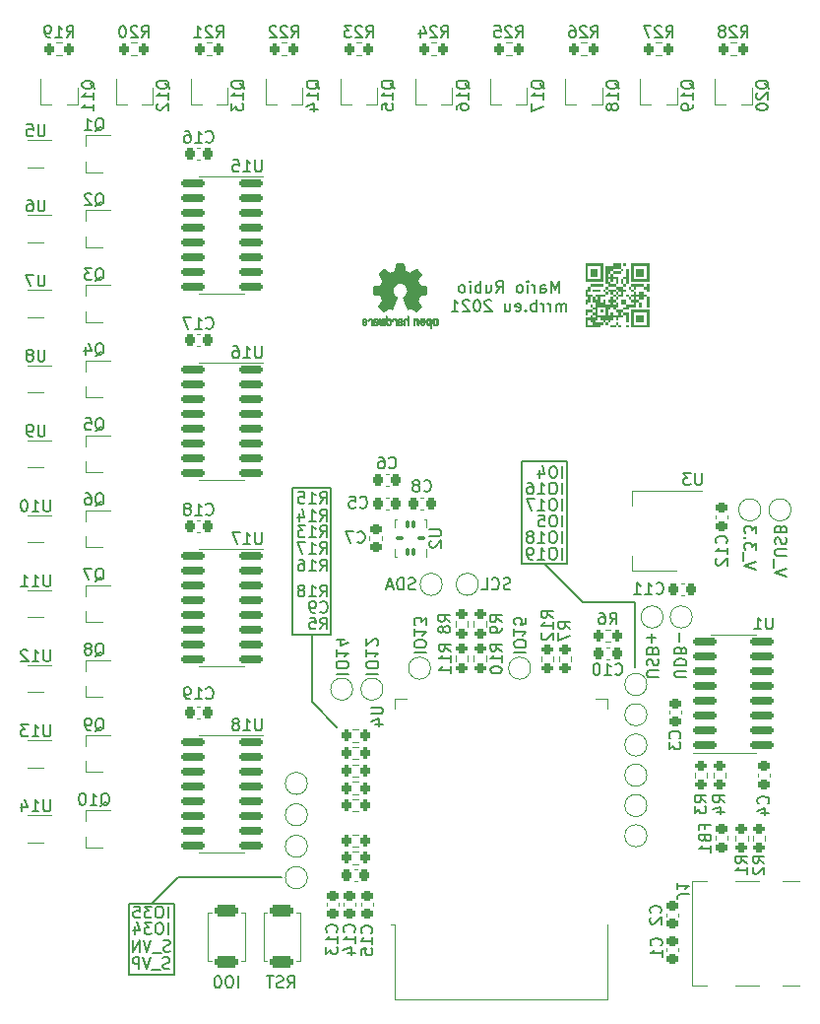
<source format=gbo>
G04 #@! TF.GenerationSoftware,KiCad,Pcbnew,(5.99.0-10847-g28909c1a72)*
G04 #@! TF.CreationDate,2021-06-06T12:58:15+02:00*
G04 #@! TF.ProjectId,LED_array,4c45445f-6172-4726-9179-2e6b69636164,1*
G04 #@! TF.SameCoordinates,Original*
G04 #@! TF.FileFunction,Legend,Bot*
G04 #@! TF.FilePolarity,Positive*
%FSLAX46Y46*%
G04 Gerber Fmt 4.6, Leading zero omitted, Abs format (unit mm)*
G04 Created by KiCad (PCBNEW (5.99.0-10847-g28909c1a72)) date 2021-06-06 12:58:15*
%MOMM*%
%LPD*%
G01*
G04 APERTURE LIST*
G04 Aperture macros list*
%AMRoundRect*
0 Rectangle with rounded corners*
0 $1 Rounding radius*
0 $2 $3 $4 $5 $6 $7 $8 $9 X,Y pos of 4 corners*
0 Add a 4 corners polygon primitive as box body*
4,1,4,$2,$3,$4,$5,$6,$7,$8,$9,$2,$3,0*
0 Add four circle primitives for the rounded corners*
1,1,$1+$1,$2,$3*
1,1,$1+$1,$4,$5*
1,1,$1+$1,$6,$7*
1,1,$1+$1,$8,$9*
0 Add four rect primitives between the rounded corners*
20,1,$1+$1,$2,$3,$4,$5,0*
20,1,$1+$1,$4,$5,$6,$7,0*
20,1,$1+$1,$6,$7,$8,$9,0*
20,1,$1+$1,$8,$9,$2,$3,0*%
%AMFreePoly0*
4,1,48,0.247242,0.198282,0.250524,0.198861,0.253410,0.197195,0.263152,0.195477,0.278079,0.182951,0.294953,0.173209,0.297267,0.166850,0.302452,0.162500,0.305836,0.143309,0.312500,0.125000,0.312500,0.081066,0.311691,0.076480,0.312214,0.074529,0.310820,0.071540,0.307977,0.055414,0.297452,0.042871,0.290533,0.028033,0.084467,-0.178033,0.080653,-0.180703,0.079643,-0.182453,
0.076543,-0.183581,0.063130,-0.192973,0.046819,-0.194400,0.031434,-0.200000,-0.237500,-0.200000,-0.247242,-0.198282,-0.250524,-0.198861,-0.253410,-0.197195,-0.263152,-0.195477,-0.278079,-0.182951,-0.294953,-0.173209,-0.297267,-0.166850,-0.302452,-0.162500,-0.305836,-0.143309,-0.312500,-0.125000,-0.312500,0.125000,-0.310782,0.134742,-0.311361,0.138024,-0.309695,0.140910,-0.307977,0.150652,
-0.295451,0.165579,-0.285709,0.182453,-0.279350,0.184767,-0.275000,0.189952,-0.255809,0.193336,-0.237500,0.200000,0.237500,0.200000,0.247242,0.198282,0.247242,0.198282,$1*%
%AMFreePoly1*
4,1,48,0.036020,0.199191,0.037970,0.199714,0.040958,0.198321,0.057086,0.195477,0.069630,0.184951,0.084467,0.178033,0.290533,-0.028033,0.293203,-0.031847,0.294953,-0.032857,0.296081,-0.035957,0.305473,-0.049370,0.306900,-0.065680,0.312500,-0.081066,0.312500,-0.125000,0.310782,-0.134742,0.311361,-0.138024,0.309695,-0.140910,0.307977,-0.150652,0.295451,-0.165579,0.285709,-0.182453,
0.279350,-0.184767,0.275000,-0.189952,0.255809,-0.193336,0.237500,-0.200000,-0.237500,-0.200000,-0.247242,-0.198282,-0.250524,-0.198861,-0.253410,-0.197195,-0.263152,-0.195477,-0.278079,-0.182951,-0.294953,-0.173209,-0.297267,-0.166850,-0.302452,-0.162500,-0.305836,-0.143309,-0.312500,-0.125000,-0.312500,0.125000,-0.310782,0.134742,-0.311361,0.138024,-0.309695,0.140910,-0.307977,0.150652,
-0.295451,0.165579,-0.285709,0.182453,-0.279350,0.184767,-0.275000,0.189952,-0.255809,0.193336,-0.237500,0.200000,0.031434,0.200000,0.036020,0.199191,0.036020,0.199191,$1*%
%AMFreePoly2*
4,1,48,0.134742,0.310782,0.138024,0.311361,0.140910,0.309695,0.150652,0.307977,0.165579,0.295451,0.182453,0.285709,0.184767,0.279350,0.189952,0.275000,0.193336,0.255809,0.200000,0.237500,0.200000,-0.237500,0.198282,-0.247242,0.198861,-0.250524,0.197195,-0.253410,0.195477,-0.263152,0.182951,-0.278079,0.173209,-0.294953,0.166850,-0.297267,0.162500,-0.302452,0.143309,-0.305836,
0.125000,-0.312500,0.081066,-0.312500,0.076480,-0.311691,0.074529,-0.312214,0.071540,-0.310820,0.055414,-0.307977,0.042871,-0.297452,0.028033,-0.290533,-0.178033,-0.084467,-0.180703,-0.080653,-0.182453,-0.079643,-0.183581,-0.076543,-0.192973,-0.063130,-0.194400,-0.046819,-0.200000,-0.031434,-0.200000,0.237500,-0.198282,0.247242,-0.198861,0.250524,-0.197195,0.253410,-0.195477,0.263152,
-0.182951,0.278079,-0.173209,0.294953,-0.166850,0.297267,-0.162500,0.302452,-0.143309,0.305836,-0.125000,0.312500,0.125000,0.312500,0.134742,0.310782,0.134742,0.310782,$1*%
%AMFreePoly3*
4,1,48,0.134742,0.310782,0.138024,0.311361,0.140910,0.309695,0.150652,0.307977,0.165579,0.295451,0.182453,0.285709,0.184767,0.279350,0.189952,0.275000,0.193336,0.255809,0.200000,0.237500,0.200000,-0.031434,0.199191,-0.036020,0.199714,-0.037971,0.198320,-0.040960,0.195477,-0.057086,0.184952,-0.069629,0.178033,-0.084467,-0.028033,-0.290533,-0.031847,-0.293203,-0.032857,-0.294953,
-0.035957,-0.296081,-0.049370,-0.305473,-0.065681,-0.306900,-0.081066,-0.312500,-0.125000,-0.312500,-0.134742,-0.310782,-0.138024,-0.311361,-0.140910,-0.309695,-0.150652,-0.307977,-0.165579,-0.295451,-0.182453,-0.285709,-0.184767,-0.279350,-0.189952,-0.275000,-0.193336,-0.255809,-0.200000,-0.237500,-0.200000,0.237500,-0.198282,0.247242,-0.198861,0.250524,-0.197195,0.253410,-0.195477,0.263152,
-0.182951,0.278079,-0.173209,0.294953,-0.166850,0.297267,-0.162500,0.302452,-0.143309,0.305836,-0.125000,0.312500,0.125000,0.312500,0.134742,0.310782,0.134742,0.310782,$1*%
%AMFreePoly4*
4,1,48,0.247242,0.198282,0.250524,0.198861,0.253410,0.197195,0.263152,0.195477,0.278079,0.182951,0.294953,0.173209,0.297267,0.166850,0.302452,0.162500,0.305836,0.143309,0.312500,0.125000,0.312500,-0.125000,0.310782,-0.134742,0.311361,-0.138024,0.309695,-0.140910,0.307977,-0.150652,0.295451,-0.165579,0.285709,-0.182453,0.279350,-0.184767,0.275000,-0.189952,0.255809,-0.193336,
0.237500,-0.200000,-0.237500,-0.200000,-0.247242,-0.198282,-0.250524,-0.198861,-0.253410,-0.197195,-0.263152,-0.195477,-0.278079,-0.182951,-0.294953,-0.173209,-0.297267,-0.166850,-0.302452,-0.162500,-0.305836,-0.143309,-0.312500,-0.125000,-0.312500,-0.081066,-0.311691,-0.076480,-0.312214,-0.074530,-0.310821,-0.071542,-0.307977,-0.055414,-0.297451,-0.042870,-0.290533,-0.028033,-0.084467,0.178033,
-0.080653,0.180703,-0.079643,0.182453,-0.076543,0.183581,-0.063130,0.192973,-0.046820,0.194400,-0.031434,0.200000,0.237500,0.200000,0.247242,0.198282,0.247242,0.198282,$1*%
%AMFreePoly5*
4,1,48,0.247242,0.198282,0.250524,0.198861,0.253410,0.197195,0.263152,0.195477,0.278079,0.182951,0.294953,0.173209,0.297267,0.166850,0.302452,0.162500,0.305836,0.143309,0.312500,0.125000,0.312500,-0.125000,0.310782,-0.134742,0.311361,-0.138024,0.309695,-0.140910,0.307977,-0.150652,0.295451,-0.165579,0.285709,-0.182453,0.279350,-0.184767,0.275000,-0.189952,0.255809,-0.193336,
0.237500,-0.200000,-0.031434,-0.200000,-0.036020,-0.199191,-0.037971,-0.199714,-0.040960,-0.198320,-0.057086,-0.195477,-0.069629,-0.184952,-0.084467,-0.178033,-0.290533,0.028033,-0.293203,0.031847,-0.294953,0.032857,-0.296081,0.035957,-0.305473,0.049370,-0.306900,0.065681,-0.312500,0.081066,-0.312500,0.125000,-0.310782,0.134742,-0.311361,0.138024,-0.309695,0.140910,-0.307977,0.150652,
-0.295451,0.165579,-0.285709,0.182453,-0.279350,0.184767,-0.275000,0.189952,-0.255809,0.193336,-0.237500,0.200000,0.237500,0.200000,0.247242,0.198282,0.247242,0.198282,$1*%
%AMFreePoly6*
4,1,48,-0.076480,0.311691,-0.074530,0.312214,-0.071542,0.310821,-0.055414,0.307977,-0.042870,0.297451,-0.028033,0.290533,0.178033,0.084467,0.180703,0.080653,0.182453,0.079643,0.183581,0.076543,0.192973,0.063130,0.194400,0.046820,0.200000,0.031434,0.200000,-0.237500,0.198282,-0.247242,0.198861,-0.250524,0.197195,-0.253410,0.195477,-0.263152,0.182951,-0.278079,0.173209,-0.294953,
0.166850,-0.297267,0.162500,-0.302452,0.143309,-0.305836,0.125000,-0.312500,-0.125000,-0.312500,-0.134742,-0.310782,-0.138024,-0.311361,-0.140910,-0.309695,-0.150652,-0.307977,-0.165579,-0.295451,-0.182453,-0.285709,-0.184767,-0.279350,-0.189952,-0.275000,-0.193336,-0.255809,-0.200000,-0.237500,-0.200000,0.237500,-0.198282,0.247242,-0.198861,0.250524,-0.197195,0.253410,-0.195477,0.263152,
-0.182951,0.278079,-0.173209,0.294953,-0.166850,0.297267,-0.162500,0.302452,-0.143309,0.305836,-0.125000,0.312500,-0.081066,0.312500,-0.076480,0.311691,-0.076480,0.311691,$1*%
%AMFreePoly7*
4,1,48,0.134742,0.310782,0.138024,0.311361,0.140910,0.309695,0.150652,0.307977,0.165579,0.295451,0.182453,0.285709,0.184767,0.279350,0.189952,0.275000,0.193336,0.255809,0.200000,0.237500,0.200000,-0.237500,0.198282,-0.247242,0.198861,-0.250524,0.197195,-0.253410,0.195477,-0.263152,0.182951,-0.278079,0.173209,-0.294953,0.166850,-0.297267,0.162500,-0.302452,0.143309,-0.305836,
0.125000,-0.312500,-0.125000,-0.312500,-0.134742,-0.310782,-0.138024,-0.311361,-0.140910,-0.309695,-0.150652,-0.307977,-0.165579,-0.295451,-0.182453,-0.285709,-0.184767,-0.279350,-0.189952,-0.275000,-0.193336,-0.255809,-0.200000,-0.237500,-0.200000,0.031434,-0.199191,0.036020,-0.199714,0.037970,-0.198321,0.040958,-0.195477,0.057086,-0.184951,0.069630,-0.178033,0.084467,0.028033,0.290533,
0.031847,0.293203,0.032857,0.294953,0.035957,0.296081,0.049370,0.305473,0.065680,0.306900,0.081066,0.312500,0.125000,0.312500,0.134742,0.310782,0.134742,0.310782,$1*%
G04 Aperture macros list end*
%ADD10C,0.150000*%
%ADD11C,0.120000*%
%ADD12C,0.010000*%
%ADD13C,1.500000*%
%ADD14RoundRect,0.200000X0.200000X0.275000X-0.200000X0.275000X-0.200000X-0.275000X0.200000X-0.275000X0*%
%ADD15RoundRect,0.200000X0.275000X-0.200000X0.275000X0.200000X-0.275000X0.200000X-0.275000X-0.200000X0*%
%ADD16R,1.000000X0.300000*%
%ADD17RoundRect,0.225000X0.225000X0.250000X-0.225000X0.250000X-0.225000X-0.250000X0.225000X-0.250000X0*%
%ADD18RoundRect,0.150000X0.850000X0.150000X-0.850000X0.150000X-0.850000X-0.150000X0.850000X-0.150000X0*%
%ADD19FreePoly0,90.000000*%
%ADD20RoundRect,0.100000X0.100000X-0.212500X0.100000X0.212500X-0.100000X0.212500X-0.100000X-0.212500X0*%
%ADD21FreePoly1,90.000000*%
%ADD22FreePoly2,90.000000*%
%ADD23RoundRect,0.100000X0.212500X-0.100000X0.212500X0.100000X-0.212500X0.100000X-0.212500X-0.100000X0*%
%ADD24FreePoly3,90.000000*%
%ADD25FreePoly4,90.000000*%
%ADD26FreePoly5,90.000000*%
%ADD27FreePoly6,90.000000*%
%ADD28FreePoly7,90.000000*%
%ADD29RoundRect,0.200000X-0.275000X0.200000X-0.275000X-0.200000X0.275000X-0.200000X0.275000X0.200000X0*%
%ADD30R,0.900000X0.800000*%
%ADD31RoundRect,0.225000X-0.250000X0.225000X-0.250000X-0.225000X0.250000X-0.225000X0.250000X0.225000X0*%
%ADD32RoundRect,0.225000X0.250000X-0.225000X0.250000X0.225000X-0.250000X0.225000X-0.250000X-0.225000X0*%
%ADD33RoundRect,0.225000X-0.225000X-0.250000X0.225000X-0.250000X0.225000X0.250000X-0.225000X0.250000X0*%
%ADD34R,0.800000X0.900000*%
%ADD35RoundRect,0.218750X0.256250X-0.218750X0.256250X0.218750X-0.256250X0.218750X-0.256250X-0.218750X0*%
%ADD36RoundRect,0.262500X0.737500X-0.262500X0.737500X0.262500X-0.737500X0.262500X-0.737500X-0.262500X0*%
%ADD37RoundRect,0.150000X-0.825000X-0.150000X0.825000X-0.150000X0.825000X0.150000X-0.825000X0.150000X0*%
%ADD38C,2.000000*%
%ADD39RoundRect,0.200000X-0.200000X-0.275000X0.200000X-0.275000X0.200000X0.275000X-0.200000X0.275000X0*%
%ADD40R,1.450000X0.600000*%
%ADD41R,1.450000X0.300000*%
%ADD42O,1.600000X1.000000*%
%ADD43O,2.100000X1.000000*%
%ADD44R,2.000000X3.800000*%
%ADD45R,2.000000X1.500000*%
%ADD46R,5.000000X5.000000*%
%ADD47R,2.000000X0.900000*%
%ADD48R,0.900000X2.000000*%
G04 APERTURE END LIST*
D10*
X147700000Y-91200000D02*
X151000000Y-94500000D01*
X113950000Y-120400000D02*
X116200000Y-118150000D01*
X112000000Y-120400000D02*
X115900000Y-120400000D01*
X115900000Y-120400000D02*
X115900000Y-126500000D01*
X115900000Y-126500000D02*
X112000000Y-126500000D01*
X112000000Y-126500000D02*
X112000000Y-120400000D01*
X126100000Y-84700000D02*
X129400000Y-84700000D01*
X129400000Y-84700000D02*
X129400000Y-97300000D01*
X129400000Y-97300000D02*
X126100000Y-97300000D01*
X126100000Y-97300000D02*
X126100000Y-84700000D01*
X116200000Y-118150000D02*
X125100000Y-118150000D01*
X127750000Y-103100000D02*
X129900000Y-105250000D01*
X149650000Y-91200000D02*
X145750000Y-91200000D01*
X145750000Y-91200000D02*
X145750000Y-82400000D01*
X145750000Y-82400000D02*
X149650000Y-82400000D01*
X149650000Y-82400000D02*
X149650000Y-91200000D01*
X155500000Y-94500000D02*
X155500000Y-100100000D01*
X127750000Y-97300000D02*
X127750000Y-103100000D01*
X151000000Y-94500000D02*
X155500000Y-94500000D01*
X148961904Y-67947380D02*
X148961904Y-66947380D01*
X148628571Y-67661666D01*
X148295238Y-66947380D01*
X148295238Y-67947380D01*
X147390476Y-67947380D02*
X147390476Y-67423571D01*
X147438095Y-67328333D01*
X147533333Y-67280714D01*
X147723809Y-67280714D01*
X147819047Y-67328333D01*
X147390476Y-67899761D02*
X147485714Y-67947380D01*
X147723809Y-67947380D01*
X147819047Y-67899761D01*
X147866666Y-67804523D01*
X147866666Y-67709285D01*
X147819047Y-67614047D01*
X147723809Y-67566428D01*
X147485714Y-67566428D01*
X147390476Y-67518809D01*
X146914285Y-67947380D02*
X146914285Y-67280714D01*
X146914285Y-67471190D02*
X146866666Y-67375952D01*
X146819047Y-67328333D01*
X146723809Y-67280714D01*
X146628571Y-67280714D01*
X146295238Y-67947380D02*
X146295238Y-67280714D01*
X146295238Y-66947380D02*
X146342857Y-66995000D01*
X146295238Y-67042619D01*
X146247619Y-66995000D01*
X146295238Y-66947380D01*
X146295238Y-67042619D01*
X145676190Y-67947380D02*
X145771428Y-67899761D01*
X145819047Y-67852142D01*
X145866666Y-67756904D01*
X145866666Y-67471190D01*
X145819047Y-67375952D01*
X145771428Y-67328333D01*
X145676190Y-67280714D01*
X145533333Y-67280714D01*
X145438095Y-67328333D01*
X145390476Y-67375952D01*
X145342857Y-67471190D01*
X145342857Y-67756904D01*
X145390476Y-67852142D01*
X145438095Y-67899761D01*
X145533333Y-67947380D01*
X145676190Y-67947380D01*
X143580952Y-67947380D02*
X143914285Y-67471190D01*
X144152380Y-67947380D02*
X144152380Y-66947380D01*
X143771428Y-66947380D01*
X143676190Y-66995000D01*
X143628571Y-67042619D01*
X143580952Y-67137857D01*
X143580952Y-67280714D01*
X143628571Y-67375952D01*
X143676190Y-67423571D01*
X143771428Y-67471190D01*
X144152380Y-67471190D01*
X142723809Y-67280714D02*
X142723809Y-67947380D01*
X143152380Y-67280714D02*
X143152380Y-67804523D01*
X143104761Y-67899761D01*
X143009523Y-67947380D01*
X142866666Y-67947380D01*
X142771428Y-67899761D01*
X142723809Y-67852142D01*
X142247619Y-67947380D02*
X142247619Y-66947380D01*
X142247619Y-67328333D02*
X142152380Y-67280714D01*
X141961904Y-67280714D01*
X141866666Y-67328333D01*
X141819047Y-67375952D01*
X141771428Y-67471190D01*
X141771428Y-67756904D01*
X141819047Y-67852142D01*
X141866666Y-67899761D01*
X141961904Y-67947380D01*
X142152380Y-67947380D01*
X142247619Y-67899761D01*
X141342857Y-67947380D02*
X141342857Y-67280714D01*
X141342857Y-66947380D02*
X141390476Y-66995000D01*
X141342857Y-67042619D01*
X141295238Y-66995000D01*
X141342857Y-66947380D01*
X141342857Y-67042619D01*
X140723809Y-67947380D02*
X140819047Y-67899761D01*
X140866666Y-67852142D01*
X140914285Y-67756904D01*
X140914285Y-67471190D01*
X140866666Y-67375952D01*
X140819047Y-67328333D01*
X140723809Y-67280714D01*
X140580952Y-67280714D01*
X140485714Y-67328333D01*
X140438095Y-67375952D01*
X140390476Y-67471190D01*
X140390476Y-67756904D01*
X140438095Y-67852142D01*
X140485714Y-67899761D01*
X140580952Y-67947380D01*
X140723809Y-67947380D01*
X149604761Y-69557380D02*
X149604761Y-68890714D01*
X149604761Y-68985952D02*
X149557142Y-68938333D01*
X149461904Y-68890714D01*
X149319047Y-68890714D01*
X149223809Y-68938333D01*
X149176190Y-69033571D01*
X149176190Y-69557380D01*
X149176190Y-69033571D02*
X149128571Y-68938333D01*
X149033333Y-68890714D01*
X148890476Y-68890714D01*
X148795238Y-68938333D01*
X148747619Y-69033571D01*
X148747619Y-69557380D01*
X148271428Y-69557380D02*
X148271428Y-68890714D01*
X148271428Y-69081190D02*
X148223809Y-68985952D01*
X148176190Y-68938333D01*
X148080952Y-68890714D01*
X147985714Y-68890714D01*
X147652380Y-69557380D02*
X147652380Y-68890714D01*
X147652380Y-69081190D02*
X147604761Y-68985952D01*
X147557142Y-68938333D01*
X147461904Y-68890714D01*
X147366666Y-68890714D01*
X147033333Y-69557380D02*
X147033333Y-68557380D01*
X147033333Y-68938333D02*
X146938095Y-68890714D01*
X146747619Y-68890714D01*
X146652380Y-68938333D01*
X146604761Y-68985952D01*
X146557142Y-69081190D01*
X146557142Y-69366904D01*
X146604761Y-69462142D01*
X146652380Y-69509761D01*
X146747619Y-69557380D01*
X146938095Y-69557380D01*
X147033333Y-69509761D01*
X146128571Y-69462142D02*
X146080952Y-69509761D01*
X146128571Y-69557380D01*
X146176190Y-69509761D01*
X146128571Y-69462142D01*
X146128571Y-69557380D01*
X145271428Y-69509761D02*
X145366666Y-69557380D01*
X145557142Y-69557380D01*
X145652380Y-69509761D01*
X145700000Y-69414523D01*
X145700000Y-69033571D01*
X145652380Y-68938333D01*
X145557142Y-68890714D01*
X145366666Y-68890714D01*
X145271428Y-68938333D01*
X145223809Y-69033571D01*
X145223809Y-69128809D01*
X145700000Y-69224047D01*
X144366666Y-68890714D02*
X144366666Y-69557380D01*
X144795238Y-68890714D02*
X144795238Y-69414523D01*
X144747619Y-69509761D01*
X144652380Y-69557380D01*
X144509523Y-69557380D01*
X144414285Y-69509761D01*
X144366666Y-69462142D01*
X143176190Y-68652619D02*
X143128571Y-68605000D01*
X143033333Y-68557380D01*
X142795238Y-68557380D01*
X142700000Y-68605000D01*
X142652380Y-68652619D01*
X142604761Y-68747857D01*
X142604761Y-68843095D01*
X142652380Y-68985952D01*
X143223809Y-69557380D01*
X142604761Y-69557380D01*
X141985714Y-68557380D02*
X141890476Y-68557380D01*
X141795238Y-68605000D01*
X141747619Y-68652619D01*
X141700000Y-68747857D01*
X141652380Y-68938333D01*
X141652380Y-69176428D01*
X141700000Y-69366904D01*
X141747619Y-69462142D01*
X141795238Y-69509761D01*
X141890476Y-69557380D01*
X141985714Y-69557380D01*
X142080952Y-69509761D01*
X142128571Y-69462142D01*
X142176190Y-69366904D01*
X142223809Y-69176428D01*
X142223809Y-68938333D01*
X142176190Y-68747857D01*
X142128571Y-68652619D01*
X142080952Y-68605000D01*
X141985714Y-68557380D01*
X141271428Y-68652619D02*
X141223809Y-68605000D01*
X141128571Y-68557380D01*
X140890476Y-68557380D01*
X140795238Y-68605000D01*
X140747619Y-68652619D01*
X140700000Y-68747857D01*
X140700000Y-68843095D01*
X140747619Y-68985952D01*
X141319047Y-69557380D01*
X140700000Y-69557380D01*
X139747619Y-69557380D02*
X140319047Y-69557380D01*
X140033333Y-69557380D02*
X140033333Y-68557380D01*
X140128571Y-68700238D01*
X140223809Y-68795476D01*
X140319047Y-68843095D01*
X149226190Y-90852380D02*
X149226190Y-89852380D01*
X148559523Y-89852380D02*
X148369047Y-89852380D01*
X148273809Y-89900000D01*
X148178571Y-89995238D01*
X148130952Y-90185714D01*
X148130952Y-90519047D01*
X148178571Y-90709523D01*
X148273809Y-90804761D01*
X148369047Y-90852380D01*
X148559523Y-90852380D01*
X148654761Y-90804761D01*
X148750000Y-90709523D01*
X148797619Y-90519047D01*
X148797619Y-90185714D01*
X148750000Y-89995238D01*
X148654761Y-89900000D01*
X148559523Y-89852380D01*
X147178571Y-90852380D02*
X147750000Y-90852380D01*
X147464285Y-90852380D02*
X147464285Y-89852380D01*
X147559523Y-89995238D01*
X147654761Y-90090476D01*
X147750000Y-90138095D01*
X146702380Y-90852380D02*
X146511904Y-90852380D01*
X146416666Y-90804761D01*
X146369047Y-90757142D01*
X146273809Y-90614285D01*
X146226190Y-90423809D01*
X146226190Y-90042857D01*
X146273809Y-89947619D01*
X146321428Y-89900000D01*
X146416666Y-89852380D01*
X146607142Y-89852380D01*
X146702380Y-89900000D01*
X146750000Y-89947619D01*
X146797619Y-90042857D01*
X146797619Y-90280952D01*
X146750000Y-90376190D01*
X146702380Y-90423809D01*
X146607142Y-90471428D01*
X146416666Y-90471428D01*
X146321428Y-90423809D01*
X146273809Y-90376190D01*
X146226190Y-90280952D01*
X113087301Y-46022380D02*
X113420634Y-45546190D01*
X113658729Y-46022380D02*
X113658729Y-45022380D01*
X113277777Y-45022380D01*
X113182539Y-45070000D01*
X113134920Y-45117619D01*
X113087301Y-45212857D01*
X113087301Y-45355714D01*
X113134920Y-45450952D01*
X113182539Y-45498571D01*
X113277777Y-45546190D01*
X113658729Y-45546190D01*
X112706348Y-45117619D02*
X112658729Y-45070000D01*
X112563491Y-45022380D01*
X112325396Y-45022380D01*
X112230158Y-45070000D01*
X112182539Y-45117619D01*
X112134920Y-45212857D01*
X112134920Y-45308095D01*
X112182539Y-45450952D01*
X112753967Y-46022380D01*
X112134920Y-46022380D01*
X111515872Y-45022380D02*
X111420634Y-45022380D01*
X111325396Y-45070000D01*
X111277777Y-45117619D01*
X111230158Y-45212857D01*
X111182539Y-45403333D01*
X111182539Y-45641428D01*
X111230158Y-45831904D01*
X111277777Y-45927142D01*
X111325396Y-45974761D01*
X111420634Y-46022380D01*
X111515872Y-46022380D01*
X111611110Y-45974761D01*
X111658729Y-45927142D01*
X111706348Y-45831904D01*
X111753967Y-45641428D01*
X111753967Y-45403333D01*
X111706348Y-45212857D01*
X111658729Y-45117619D01*
X111611110Y-45070000D01*
X111515872Y-45022380D01*
X149952380Y-96833333D02*
X149476190Y-96500000D01*
X149952380Y-96261904D02*
X148952380Y-96261904D01*
X148952380Y-96642857D01*
X149000000Y-96738095D01*
X149047619Y-96785714D01*
X149142857Y-96833333D01*
X149285714Y-96833333D01*
X149380952Y-96785714D01*
X149428571Y-96738095D01*
X149476190Y-96642857D01*
X149476190Y-96261904D01*
X148952380Y-97166666D02*
X148952380Y-97833333D01*
X149952380Y-97404761D01*
X149250000Y-83852380D02*
X149250000Y-82852380D01*
X148583333Y-82852380D02*
X148392857Y-82852380D01*
X148297619Y-82900000D01*
X148202380Y-82995238D01*
X148154761Y-83185714D01*
X148154761Y-83519047D01*
X148202380Y-83709523D01*
X148297619Y-83804761D01*
X148392857Y-83852380D01*
X148583333Y-83852380D01*
X148678571Y-83804761D01*
X148773809Y-83709523D01*
X148821428Y-83519047D01*
X148821428Y-83185714D01*
X148773809Y-82995238D01*
X148678571Y-82900000D01*
X148583333Y-82852380D01*
X147297619Y-83185714D02*
X147297619Y-83852380D01*
X147535714Y-82804761D02*
X147773809Y-83519047D01*
X147154761Y-83519047D01*
X149226190Y-89452380D02*
X149226190Y-88452380D01*
X148559523Y-88452380D02*
X148369047Y-88452380D01*
X148273809Y-88500000D01*
X148178571Y-88595238D01*
X148130952Y-88785714D01*
X148130952Y-89119047D01*
X148178571Y-89309523D01*
X148273809Y-89404761D01*
X148369047Y-89452380D01*
X148559523Y-89452380D01*
X148654761Y-89404761D01*
X148750000Y-89309523D01*
X148797619Y-89119047D01*
X148797619Y-88785714D01*
X148750000Y-88595238D01*
X148654761Y-88500000D01*
X148559523Y-88452380D01*
X147178571Y-89452380D02*
X147750000Y-89452380D01*
X147464285Y-89452380D02*
X147464285Y-88452380D01*
X147559523Y-88595238D01*
X147654761Y-88690476D01*
X147750000Y-88738095D01*
X146607142Y-88880952D02*
X146702380Y-88833333D01*
X146750000Y-88785714D01*
X146797619Y-88690476D01*
X146797619Y-88642857D01*
X146750000Y-88547619D01*
X146702380Y-88500000D01*
X146607142Y-88452380D01*
X146416666Y-88452380D01*
X146321428Y-88500000D01*
X146273809Y-88547619D01*
X146226190Y-88642857D01*
X146226190Y-88690476D01*
X146273809Y-88785714D01*
X146321428Y-88833333D01*
X146416666Y-88880952D01*
X146607142Y-88880952D01*
X146702380Y-88928571D01*
X146750000Y-88976190D01*
X146797619Y-89071428D01*
X146797619Y-89261904D01*
X146750000Y-89357142D01*
X146702380Y-89404761D01*
X146607142Y-89452380D01*
X146416666Y-89452380D01*
X146321428Y-89404761D01*
X146273809Y-89357142D01*
X146226190Y-89261904D01*
X146226190Y-89071428D01*
X146273809Y-88976190D01*
X146321428Y-88928571D01*
X146416666Y-88880952D01*
X104761904Y-66391268D02*
X104761904Y-67200792D01*
X104714285Y-67296030D01*
X104666666Y-67343649D01*
X104571428Y-67391268D01*
X104380952Y-67391268D01*
X104285714Y-67343649D01*
X104238095Y-67296030D01*
X104190476Y-67200792D01*
X104190476Y-66391268D01*
X103809523Y-66391268D02*
X103142857Y-66391268D01*
X103571428Y-67391268D01*
X134366666Y-82964642D02*
X134414285Y-83012261D01*
X134557142Y-83059880D01*
X134652380Y-83059880D01*
X134795238Y-83012261D01*
X134890476Y-82917023D01*
X134938095Y-82821785D01*
X134985714Y-82631309D01*
X134985714Y-82488452D01*
X134938095Y-82297976D01*
X134890476Y-82202738D01*
X134795238Y-82107500D01*
X134652380Y-82059880D01*
X134557142Y-82059880D01*
X134414285Y-82107500D01*
X134366666Y-82155119D01*
X133509523Y-82059880D02*
X133700000Y-82059880D01*
X133795238Y-82107500D01*
X133842857Y-82155119D01*
X133938095Y-82297976D01*
X133985714Y-82488452D01*
X133985714Y-82869404D01*
X133938095Y-82964642D01*
X133890476Y-83012261D01*
X133795238Y-83059880D01*
X133604761Y-83059880D01*
X133509523Y-83012261D01*
X133461904Y-82964642D01*
X133414285Y-82869404D01*
X133414285Y-82631309D01*
X133461904Y-82536071D01*
X133509523Y-82488452D01*
X133604761Y-82440833D01*
X133795238Y-82440833D01*
X133890476Y-82488452D01*
X133938095Y-82536071D01*
X133985714Y-82631309D01*
X119531745Y-46022380D02*
X119865078Y-45546190D01*
X120103173Y-46022380D02*
X120103173Y-45022380D01*
X119722221Y-45022380D01*
X119626983Y-45070000D01*
X119579364Y-45117619D01*
X119531745Y-45212857D01*
X119531745Y-45355714D01*
X119579364Y-45450952D01*
X119626983Y-45498571D01*
X119722221Y-45546190D01*
X120103173Y-45546190D01*
X119150792Y-45117619D02*
X119103173Y-45070000D01*
X119007935Y-45022380D01*
X118769840Y-45022380D01*
X118674602Y-45070000D01*
X118626983Y-45117619D01*
X118579364Y-45212857D01*
X118579364Y-45308095D01*
X118626983Y-45450952D01*
X119198411Y-46022380D01*
X118579364Y-46022380D01*
X117626983Y-46022380D02*
X118198411Y-46022380D01*
X117912697Y-46022380D02*
X117912697Y-45022380D01*
X118007935Y-45165238D01*
X118103173Y-45260476D01*
X118198411Y-45308095D01*
X139652380Y-98732142D02*
X139176190Y-98398809D01*
X139652380Y-98160714D02*
X138652380Y-98160714D01*
X138652380Y-98541666D01*
X138700000Y-98636904D01*
X138747619Y-98684523D01*
X138842857Y-98732142D01*
X138985714Y-98732142D01*
X139080952Y-98684523D01*
X139128571Y-98636904D01*
X139176190Y-98541666D01*
X139176190Y-98160714D01*
X139652380Y-99684523D02*
X139652380Y-99113095D01*
X139652380Y-99398809D02*
X138652380Y-99398809D01*
X138795238Y-99303571D01*
X138890476Y-99208333D01*
X138938095Y-99113095D01*
X139652380Y-100636904D02*
X139652380Y-100065476D01*
X139652380Y-100351190D02*
X138652380Y-100351190D01*
X138795238Y-100255952D01*
X138890476Y-100160714D01*
X138938095Y-100065476D01*
X123438095Y-104552380D02*
X123438095Y-105361904D01*
X123390476Y-105457142D01*
X123342857Y-105504761D01*
X123247619Y-105552380D01*
X123057142Y-105552380D01*
X122961904Y-105504761D01*
X122914285Y-105457142D01*
X122866666Y-105361904D01*
X122866666Y-104552380D01*
X121866666Y-105552380D02*
X122438095Y-105552380D01*
X122152380Y-105552380D02*
X122152380Y-104552380D01*
X122247619Y-104695238D01*
X122342857Y-104790476D01*
X122438095Y-104838095D01*
X121295238Y-104980952D02*
X121390476Y-104933333D01*
X121438095Y-104885714D01*
X121485714Y-104790476D01*
X121485714Y-104742857D01*
X121438095Y-104647619D01*
X121390476Y-104600000D01*
X121295238Y-104552380D01*
X121104761Y-104552380D01*
X121009523Y-104600000D01*
X120961904Y-104647619D01*
X120914285Y-104742857D01*
X120914285Y-104790476D01*
X120961904Y-104885714D01*
X121009523Y-104933333D01*
X121104761Y-104980952D01*
X121295238Y-104980952D01*
X121390476Y-105028571D01*
X121438095Y-105076190D01*
X121485714Y-105171428D01*
X121485714Y-105361904D01*
X121438095Y-105457142D01*
X121390476Y-105504761D01*
X121295238Y-105552380D01*
X121104761Y-105552380D01*
X121009523Y-105504761D01*
X120961904Y-105457142D01*
X120914285Y-105361904D01*
X120914285Y-105171428D01*
X120961904Y-105076190D01*
X121009523Y-105028571D01*
X121104761Y-104980952D01*
X137864880Y-88275595D02*
X138674404Y-88275595D01*
X138769642Y-88323214D01*
X138817261Y-88370833D01*
X138864880Y-88466071D01*
X138864880Y-88656547D01*
X138817261Y-88751785D01*
X138769642Y-88799404D01*
X138674404Y-88847023D01*
X137864880Y-88847023D01*
X137960119Y-89275595D02*
X137912500Y-89323214D01*
X137864880Y-89418452D01*
X137864880Y-89656547D01*
X137912500Y-89751785D01*
X137960119Y-89799404D01*
X138055357Y-89847023D01*
X138150595Y-89847023D01*
X138293452Y-89799404D01*
X138864880Y-89227976D01*
X138864880Y-89847023D01*
X105238095Y-111502380D02*
X105238095Y-112311904D01*
X105190476Y-112407142D01*
X105142857Y-112454761D01*
X105047619Y-112502380D01*
X104857142Y-112502380D01*
X104761904Y-112454761D01*
X104714285Y-112407142D01*
X104666666Y-112311904D01*
X104666666Y-111502380D01*
X103666666Y-112502380D02*
X104238095Y-112502380D01*
X103952380Y-112502380D02*
X103952380Y-111502380D01*
X104047619Y-111645238D01*
X104142857Y-111740476D01*
X104238095Y-111788095D01*
X102809523Y-111835714D02*
X102809523Y-112502380D01*
X103047619Y-111454761D02*
X103285714Y-112169047D01*
X102666666Y-112169047D01*
X163252380Y-111733333D02*
X162776190Y-111400000D01*
X163252380Y-111161904D02*
X162252380Y-111161904D01*
X162252380Y-111542857D01*
X162300000Y-111638095D01*
X162347619Y-111685714D01*
X162442857Y-111733333D01*
X162585714Y-111733333D01*
X162680952Y-111685714D01*
X162728571Y-111638095D01*
X162776190Y-111542857D01*
X162776190Y-111161904D01*
X162585714Y-112590476D02*
X163252380Y-112590476D01*
X162204761Y-112352380D02*
X162919047Y-112114285D01*
X162919047Y-112733333D01*
X165947619Y-91704761D02*
X164947619Y-91371428D01*
X165947619Y-91038095D01*
X164852380Y-90942857D02*
X164852380Y-90180952D01*
X165947619Y-90038095D02*
X165947619Y-89419047D01*
X165566666Y-89752380D01*
X165566666Y-89609523D01*
X165519047Y-89514285D01*
X165471428Y-89466666D01*
X165376190Y-89419047D01*
X165138095Y-89419047D01*
X165042857Y-89466666D01*
X164995238Y-89514285D01*
X164947619Y-89609523D01*
X164947619Y-89895238D01*
X164995238Y-89990476D01*
X165042857Y-90038095D01*
X165042857Y-88990476D02*
X164995238Y-88942857D01*
X164947619Y-88990476D01*
X164995238Y-89038095D01*
X165042857Y-88990476D01*
X164947619Y-88990476D01*
X165947619Y-88609523D02*
X165947619Y-87990476D01*
X165566666Y-88323809D01*
X165566666Y-88180952D01*
X165519047Y-88085714D01*
X165471428Y-88038095D01*
X165376190Y-87990476D01*
X165138095Y-87990476D01*
X165042857Y-88038095D01*
X164995238Y-88085714D01*
X164947619Y-88180952D01*
X164947619Y-88466666D01*
X164995238Y-88561904D01*
X165042857Y-88609523D01*
X157342857Y-93757142D02*
X157390476Y-93804761D01*
X157533333Y-93852380D01*
X157628571Y-93852380D01*
X157771428Y-93804761D01*
X157866666Y-93709523D01*
X157914285Y-93614285D01*
X157961904Y-93423809D01*
X157961904Y-93280952D01*
X157914285Y-93090476D01*
X157866666Y-92995238D01*
X157771428Y-92900000D01*
X157628571Y-92852380D01*
X157533333Y-92852380D01*
X157390476Y-92900000D01*
X157342857Y-92947619D01*
X156390476Y-93852380D02*
X156961904Y-93852380D01*
X156676190Y-93852380D02*
X156676190Y-92852380D01*
X156771428Y-92995238D01*
X156866666Y-93090476D01*
X156961904Y-93138095D01*
X155438095Y-93852380D02*
X156009523Y-93852380D01*
X155723809Y-93852380D02*
X155723809Y-92852380D01*
X155819047Y-92995238D01*
X155914285Y-93090476D01*
X156009523Y-93138095D01*
X132420633Y-46022380D02*
X132753966Y-45546190D01*
X132992061Y-46022380D02*
X132992061Y-45022380D01*
X132611109Y-45022380D01*
X132515871Y-45070000D01*
X132468252Y-45117619D01*
X132420633Y-45212857D01*
X132420633Y-45355714D01*
X132468252Y-45450952D01*
X132515871Y-45498571D01*
X132611109Y-45546190D01*
X132992061Y-45546190D01*
X132039680Y-45117619D02*
X131992061Y-45070000D01*
X131896823Y-45022380D01*
X131658728Y-45022380D01*
X131563490Y-45070000D01*
X131515871Y-45117619D01*
X131468252Y-45212857D01*
X131468252Y-45308095D01*
X131515871Y-45450952D01*
X132087299Y-46022380D01*
X131468252Y-46022380D01*
X131134918Y-45022380D02*
X130515871Y-45022380D01*
X130849204Y-45403333D01*
X130706347Y-45403333D01*
X130611109Y-45450952D01*
X130563490Y-45498571D01*
X130515871Y-45593809D01*
X130515871Y-45831904D01*
X130563490Y-45927142D01*
X130611109Y-45974761D01*
X130706347Y-46022380D01*
X130992061Y-46022380D01*
X131087299Y-45974761D01*
X131134918Y-45927142D01*
X109095238Y-54047619D02*
X109190476Y-54000000D01*
X109285714Y-53904761D01*
X109428571Y-53761904D01*
X109523809Y-53714285D01*
X109619047Y-53714285D01*
X109571428Y-53952380D02*
X109666666Y-53904761D01*
X109761904Y-53809523D01*
X109809523Y-53619047D01*
X109809523Y-53285714D01*
X109761904Y-53095238D01*
X109666666Y-53000000D01*
X109571428Y-52952380D01*
X109380952Y-52952380D01*
X109285714Y-53000000D01*
X109190476Y-53095238D01*
X109142857Y-53285714D01*
X109142857Y-53619047D01*
X109190476Y-53809523D01*
X109285714Y-53904761D01*
X109380952Y-53952380D01*
X109571428Y-53952380D01*
X108190476Y-53952380D02*
X108761904Y-53952380D01*
X108476190Y-53952380D02*
X108476190Y-52952380D01*
X108571428Y-53095238D01*
X108666666Y-53190476D01*
X108761904Y-53238095D01*
X131357142Y-122857142D02*
X131404761Y-122809523D01*
X131452380Y-122666666D01*
X131452380Y-122571428D01*
X131404761Y-122428571D01*
X131309523Y-122333333D01*
X131214285Y-122285714D01*
X131023809Y-122238095D01*
X130880952Y-122238095D01*
X130690476Y-122285714D01*
X130595238Y-122333333D01*
X130500000Y-122428571D01*
X130452380Y-122571428D01*
X130452380Y-122666666D01*
X130500000Y-122809523D01*
X130547619Y-122857142D01*
X131452380Y-123809523D02*
X131452380Y-123238095D01*
X131452380Y-123523809D02*
X130452380Y-123523809D01*
X130595238Y-123428571D01*
X130690476Y-123333333D01*
X130738095Y-123238095D01*
X130785714Y-124666666D02*
X131452380Y-124666666D01*
X130404761Y-124428571D02*
X131119047Y-124190476D01*
X131119047Y-124809523D01*
X163357142Y-89457142D02*
X163404761Y-89409523D01*
X163452380Y-89266666D01*
X163452380Y-89171428D01*
X163404761Y-89028571D01*
X163309523Y-88933333D01*
X163214285Y-88885714D01*
X163023809Y-88838095D01*
X162880952Y-88838095D01*
X162690476Y-88885714D01*
X162595238Y-88933333D01*
X162500000Y-89028571D01*
X162452380Y-89171428D01*
X162452380Y-89266666D01*
X162500000Y-89409523D01*
X162547619Y-89457142D01*
X163452380Y-90409523D02*
X163452380Y-89838095D01*
X163452380Y-90123809D02*
X162452380Y-90123809D01*
X162595238Y-90028571D01*
X162690476Y-89933333D01*
X162738095Y-89838095D01*
X162547619Y-90790476D02*
X162500000Y-90838095D01*
X162452380Y-90933333D01*
X162452380Y-91171428D01*
X162500000Y-91266666D01*
X162547619Y-91314285D01*
X162642857Y-91361904D01*
X162738095Y-91361904D01*
X162880952Y-91314285D01*
X163452380Y-90742857D01*
X163452380Y-91361904D01*
X153842857Y-100687142D02*
X153890476Y-100734761D01*
X154033333Y-100782380D01*
X154128571Y-100782380D01*
X154271428Y-100734761D01*
X154366666Y-100639523D01*
X154414285Y-100544285D01*
X154461904Y-100353809D01*
X154461904Y-100210952D01*
X154414285Y-100020476D01*
X154366666Y-99925238D01*
X154271428Y-99830000D01*
X154128571Y-99782380D01*
X154033333Y-99782380D01*
X153890476Y-99830000D01*
X153842857Y-99877619D01*
X152890476Y-100782380D02*
X153461904Y-100782380D01*
X153176190Y-100782380D02*
X153176190Y-99782380D01*
X153271428Y-99925238D01*
X153366666Y-100020476D01*
X153461904Y-100068095D01*
X152271428Y-99782380D02*
X152176190Y-99782380D01*
X152080952Y-99830000D01*
X152033333Y-99877619D01*
X151985714Y-99972857D01*
X151938095Y-100163333D01*
X151938095Y-100401428D01*
X151985714Y-100591904D01*
X152033333Y-100687142D01*
X152080952Y-100734761D01*
X152176190Y-100782380D01*
X152271428Y-100782380D01*
X152366666Y-100734761D01*
X152414285Y-100687142D01*
X152461904Y-100591904D01*
X152509523Y-100401428D01*
X152509523Y-100163333D01*
X152461904Y-99972857D01*
X152414285Y-99877619D01*
X152366666Y-99830000D01*
X152271428Y-99782380D01*
X138865077Y-46022380D02*
X139198410Y-45546190D01*
X139436505Y-46022380D02*
X139436505Y-45022380D01*
X139055553Y-45022380D01*
X138960315Y-45070000D01*
X138912696Y-45117619D01*
X138865077Y-45212857D01*
X138865077Y-45355714D01*
X138912696Y-45450952D01*
X138960315Y-45498571D01*
X139055553Y-45546190D01*
X139436505Y-45546190D01*
X138484124Y-45117619D02*
X138436505Y-45070000D01*
X138341267Y-45022380D01*
X138103172Y-45022380D01*
X138007934Y-45070000D01*
X137960315Y-45117619D01*
X137912696Y-45212857D01*
X137912696Y-45308095D01*
X137960315Y-45450952D01*
X138531743Y-46022380D01*
X137912696Y-46022380D01*
X137055553Y-45355714D02*
X137055553Y-46022380D01*
X137293648Y-44974761D02*
X137531743Y-45689047D01*
X136912696Y-45689047D01*
X147714283Y-50428571D02*
X147666664Y-50333333D01*
X147571425Y-50238095D01*
X147428568Y-50095238D01*
X147380949Y-50000000D01*
X147380949Y-49904761D01*
X147619044Y-49952380D02*
X147571425Y-49857142D01*
X147476187Y-49761904D01*
X147285711Y-49714285D01*
X146952378Y-49714285D01*
X146761902Y-49761904D01*
X146666664Y-49857142D01*
X146619044Y-49952380D01*
X146619044Y-50142857D01*
X146666664Y-50238095D01*
X146761902Y-50333333D01*
X146952378Y-50380952D01*
X147285711Y-50380952D01*
X147476187Y-50333333D01*
X147571425Y-50238095D01*
X147619044Y-50142857D01*
X147619044Y-49952380D01*
X147619044Y-51333333D02*
X147619044Y-50761904D01*
X147619044Y-51047619D02*
X146619044Y-51047619D01*
X146761902Y-50952380D01*
X146857140Y-50857142D01*
X146904759Y-50761904D01*
X146619044Y-51666666D02*
X146619044Y-52333333D01*
X147619044Y-51904761D01*
X104761904Y-53502380D02*
X104761904Y-54311904D01*
X104714285Y-54407142D01*
X104666666Y-54454761D01*
X104571428Y-54502380D01*
X104380952Y-54502380D01*
X104285714Y-54454761D01*
X104238095Y-54407142D01*
X104190476Y-54311904D01*
X104190476Y-53502380D01*
X103238095Y-53502380D02*
X103714285Y-53502380D01*
X103761904Y-53978571D01*
X103714285Y-53930952D01*
X103619047Y-53883333D01*
X103380952Y-53883333D01*
X103285714Y-53930952D01*
X103238095Y-53978571D01*
X103190476Y-54073809D01*
X103190476Y-54311904D01*
X103238095Y-54407142D01*
X103285714Y-54454761D01*
X103380952Y-54502380D01*
X103619047Y-54502380D01*
X103714285Y-54454761D01*
X103761904Y-54407142D01*
X137366666Y-84957142D02*
X137414285Y-85004761D01*
X137557142Y-85052380D01*
X137652380Y-85052380D01*
X137795238Y-85004761D01*
X137890476Y-84909523D01*
X137938095Y-84814285D01*
X137985714Y-84623809D01*
X137985714Y-84480952D01*
X137938095Y-84290476D01*
X137890476Y-84195238D01*
X137795238Y-84100000D01*
X137652380Y-84052380D01*
X137557142Y-84052380D01*
X137414285Y-84100000D01*
X137366666Y-84147619D01*
X136795238Y-84480952D02*
X136890476Y-84433333D01*
X136938095Y-84385714D01*
X136985714Y-84290476D01*
X136985714Y-84242857D01*
X136938095Y-84147619D01*
X136890476Y-84100000D01*
X136795238Y-84052380D01*
X136604761Y-84052380D01*
X136509523Y-84100000D01*
X136461904Y-84147619D01*
X136414285Y-84242857D01*
X136414285Y-84290476D01*
X136461904Y-84385714D01*
X136509523Y-84433333D01*
X136604761Y-84480952D01*
X136795238Y-84480952D01*
X136890476Y-84528571D01*
X136938095Y-84576190D01*
X136985714Y-84671428D01*
X136985714Y-84861904D01*
X136938095Y-84957142D01*
X136890476Y-85004761D01*
X136795238Y-85052380D01*
X136604761Y-85052380D01*
X136509523Y-85004761D01*
X136461904Y-84957142D01*
X136414285Y-84861904D01*
X136414285Y-84671428D01*
X136461904Y-84576190D01*
X136509523Y-84528571D01*
X136604761Y-84480952D01*
X123438095Y-56552380D02*
X123438095Y-57361904D01*
X123390476Y-57457142D01*
X123342857Y-57504761D01*
X123247619Y-57552380D01*
X123057142Y-57552380D01*
X122961904Y-57504761D01*
X122914285Y-57457142D01*
X122866666Y-57361904D01*
X122866666Y-56552380D01*
X121866666Y-57552380D02*
X122438095Y-57552380D01*
X122152380Y-57552380D02*
X122152380Y-56552380D01*
X122247619Y-56695238D01*
X122342857Y-56790476D01*
X122438095Y-56838095D01*
X120961904Y-56552380D02*
X121438095Y-56552380D01*
X121485714Y-57028571D01*
X121438095Y-56980952D01*
X121342857Y-56933333D01*
X121104761Y-56933333D01*
X121009523Y-56980952D01*
X120961904Y-57028571D01*
X120914285Y-57123809D01*
X120914285Y-57361904D01*
X120961904Y-57457142D01*
X121009523Y-57504761D01*
X121104761Y-57552380D01*
X121342857Y-57552380D01*
X121438095Y-57504761D01*
X121485714Y-57457142D01*
X166652380Y-116933333D02*
X166176190Y-116600000D01*
X166652380Y-116361904D02*
X165652380Y-116361904D01*
X165652380Y-116742857D01*
X165700000Y-116838095D01*
X165747619Y-116885714D01*
X165842857Y-116933333D01*
X165985714Y-116933333D01*
X166080952Y-116885714D01*
X166128571Y-116838095D01*
X166176190Y-116742857D01*
X166176190Y-116361904D01*
X165747619Y-117314285D02*
X165700000Y-117361904D01*
X165652380Y-117457142D01*
X165652380Y-117695238D01*
X165700000Y-117790476D01*
X165747619Y-117838095D01*
X165842857Y-117885714D01*
X165938095Y-117885714D01*
X166080952Y-117838095D01*
X166652380Y-117266666D01*
X166652380Y-117885714D01*
X109095238Y-60492063D02*
X109190476Y-60444444D01*
X109285714Y-60349205D01*
X109428571Y-60206348D01*
X109523809Y-60158729D01*
X109619047Y-60158729D01*
X109571428Y-60396824D02*
X109666666Y-60349205D01*
X109761904Y-60253967D01*
X109809523Y-60063491D01*
X109809523Y-59730158D01*
X109761904Y-59539682D01*
X109666666Y-59444444D01*
X109571428Y-59396824D01*
X109380952Y-59396824D01*
X109285714Y-59444444D01*
X109190476Y-59539682D01*
X109142857Y-59730158D01*
X109142857Y-60063491D01*
X109190476Y-60253967D01*
X109285714Y-60349205D01*
X109380952Y-60396824D01*
X109571428Y-60396824D01*
X108761904Y-59492063D02*
X108714285Y-59444444D01*
X108619047Y-59396824D01*
X108380952Y-59396824D01*
X108285714Y-59444444D01*
X108238095Y-59492063D01*
X108190476Y-59587301D01*
X108190476Y-59682539D01*
X108238095Y-59825396D01*
X108809523Y-60396824D01*
X108190476Y-60396824D01*
X125976189Y-46022380D02*
X126309522Y-45546190D01*
X126547617Y-46022380D02*
X126547617Y-45022380D01*
X126166665Y-45022380D01*
X126071427Y-45070000D01*
X126023808Y-45117619D01*
X125976189Y-45212857D01*
X125976189Y-45355714D01*
X126023808Y-45450952D01*
X126071427Y-45498571D01*
X126166665Y-45546190D01*
X126547617Y-45546190D01*
X125595236Y-45117619D02*
X125547617Y-45070000D01*
X125452379Y-45022380D01*
X125214284Y-45022380D01*
X125119046Y-45070000D01*
X125071427Y-45117619D01*
X125023808Y-45212857D01*
X125023808Y-45308095D01*
X125071427Y-45450952D01*
X125642855Y-46022380D01*
X125023808Y-46022380D01*
X124642855Y-45117619D02*
X124595236Y-45070000D01*
X124499998Y-45022380D01*
X124261903Y-45022380D01*
X124166665Y-45070000D01*
X124119046Y-45117619D01*
X124071427Y-45212857D01*
X124071427Y-45308095D01*
X124119046Y-45450952D01*
X124690474Y-46022380D01*
X124071427Y-46022380D01*
X121936507Y-50428571D02*
X121888888Y-50333333D01*
X121793649Y-50238095D01*
X121650792Y-50095238D01*
X121603173Y-50000000D01*
X121603173Y-49904761D01*
X121841268Y-49952380D02*
X121793649Y-49857142D01*
X121698411Y-49761904D01*
X121507935Y-49714285D01*
X121174602Y-49714285D01*
X120984126Y-49761904D01*
X120888888Y-49857142D01*
X120841268Y-49952380D01*
X120841268Y-50142857D01*
X120888888Y-50238095D01*
X120984126Y-50333333D01*
X121174602Y-50380952D01*
X121507935Y-50380952D01*
X121698411Y-50333333D01*
X121793649Y-50238095D01*
X121841268Y-50142857D01*
X121841268Y-49952380D01*
X121841268Y-51333333D02*
X121841268Y-50761904D01*
X121841268Y-51047619D02*
X120841268Y-51047619D01*
X120984126Y-50952380D01*
X121079364Y-50857142D01*
X121126983Y-50761904D01*
X120841268Y-51666666D02*
X120841268Y-52285714D01*
X121222221Y-51952380D01*
X121222221Y-52095238D01*
X121269840Y-52190476D01*
X121317459Y-52238095D01*
X121412697Y-52285714D01*
X121650792Y-52285714D01*
X121746030Y-52238095D01*
X121793649Y-52190476D01*
X121841268Y-52095238D01*
X121841268Y-51809523D01*
X121793649Y-51714285D01*
X121746030Y-51666666D01*
X105238095Y-98613488D02*
X105238095Y-99423012D01*
X105190476Y-99518250D01*
X105142857Y-99565869D01*
X105047619Y-99613488D01*
X104857142Y-99613488D01*
X104761904Y-99565869D01*
X104714285Y-99518250D01*
X104666666Y-99423012D01*
X104666666Y-98613488D01*
X103666666Y-99613488D02*
X104238095Y-99613488D01*
X103952380Y-99613488D02*
X103952380Y-98613488D01*
X104047619Y-98756346D01*
X104142857Y-98851584D01*
X104238095Y-98899203D01*
X103285714Y-98708727D02*
X103238095Y-98661108D01*
X103142857Y-98613488D01*
X102904761Y-98613488D01*
X102809523Y-98661108D01*
X102761904Y-98708727D01*
X102714285Y-98803965D01*
X102714285Y-98899203D01*
X102761904Y-99042060D01*
X103333333Y-99613488D01*
X102714285Y-99613488D01*
X128442857Y-91852380D02*
X128776190Y-91376190D01*
X129014285Y-91852380D02*
X129014285Y-90852380D01*
X128633333Y-90852380D01*
X128538095Y-90900000D01*
X128490476Y-90947619D01*
X128442857Y-91042857D01*
X128442857Y-91185714D01*
X128490476Y-91280952D01*
X128538095Y-91328571D01*
X128633333Y-91376190D01*
X129014285Y-91376190D01*
X127490476Y-91852380D02*
X128061904Y-91852380D01*
X127776190Y-91852380D02*
X127776190Y-90852380D01*
X127871428Y-90995238D01*
X127966666Y-91090476D01*
X128061904Y-91138095D01*
X126633333Y-90852380D02*
X126823809Y-90852380D01*
X126919047Y-90900000D01*
X126966666Y-90947619D01*
X127061904Y-91090476D01*
X127109523Y-91280952D01*
X127109523Y-91661904D01*
X127061904Y-91757142D01*
X127014285Y-91804761D01*
X126919047Y-91852380D01*
X126728571Y-91852380D01*
X126633333Y-91804761D01*
X126585714Y-91757142D01*
X126538095Y-91661904D01*
X126538095Y-91423809D01*
X126585714Y-91328571D01*
X126633333Y-91280952D01*
X126728571Y-91233333D01*
X126919047Y-91233333D01*
X127014285Y-91280952D01*
X127061904Y-91328571D01*
X127109523Y-91423809D01*
X153366666Y-96422380D02*
X153700000Y-95946190D01*
X153938095Y-96422380D02*
X153938095Y-95422380D01*
X153557142Y-95422380D01*
X153461904Y-95470000D01*
X153414285Y-95517619D01*
X153366666Y-95612857D01*
X153366666Y-95755714D01*
X153414285Y-95850952D01*
X153461904Y-95898571D01*
X153557142Y-95946190D01*
X153938095Y-95946190D01*
X152509523Y-95422380D02*
X152700000Y-95422380D01*
X152795238Y-95470000D01*
X152842857Y-95517619D01*
X152938095Y-95660476D01*
X152985714Y-95850952D01*
X152985714Y-96231904D01*
X152938095Y-96327142D01*
X152890476Y-96374761D01*
X152795238Y-96422380D01*
X152604761Y-96422380D01*
X152509523Y-96374761D01*
X152461904Y-96327142D01*
X152414285Y-96231904D01*
X152414285Y-95993809D01*
X152461904Y-95898571D01*
X152509523Y-95850952D01*
X152604761Y-95803333D01*
X152795238Y-95803333D01*
X152890476Y-95850952D01*
X152938095Y-95898571D01*
X152985714Y-95993809D01*
X128380951Y-50428571D02*
X128333332Y-50333333D01*
X128238093Y-50238095D01*
X128095236Y-50095238D01*
X128047617Y-50000000D01*
X128047617Y-49904761D01*
X128285712Y-49952380D02*
X128238093Y-49857142D01*
X128142855Y-49761904D01*
X127952379Y-49714285D01*
X127619046Y-49714285D01*
X127428570Y-49761904D01*
X127333332Y-49857142D01*
X127285712Y-49952380D01*
X127285712Y-50142857D01*
X127333332Y-50238095D01*
X127428570Y-50333333D01*
X127619046Y-50380952D01*
X127952379Y-50380952D01*
X128142855Y-50333333D01*
X128238093Y-50238095D01*
X128285712Y-50142857D01*
X128285712Y-49952380D01*
X128285712Y-51333333D02*
X128285712Y-50761904D01*
X128285712Y-51047619D02*
X127285712Y-51047619D01*
X127428570Y-50952380D01*
X127523808Y-50857142D01*
X127571427Y-50761904D01*
X127619046Y-52190476D02*
X128285712Y-52190476D01*
X127238093Y-51952380D02*
X127952379Y-51714285D01*
X127952379Y-52333333D01*
X157702142Y-121233333D02*
X157749761Y-121185714D01*
X157797380Y-121042857D01*
X157797380Y-120947619D01*
X157749761Y-120804761D01*
X157654523Y-120709523D01*
X157559285Y-120661904D01*
X157368809Y-120614285D01*
X157225952Y-120614285D01*
X157035476Y-120661904D01*
X156940238Y-120709523D01*
X156845000Y-120804761D01*
X156797380Y-120947619D01*
X156797380Y-121042857D01*
X156845000Y-121185714D01*
X156892619Y-121233333D01*
X156892619Y-121614285D02*
X156845000Y-121661904D01*
X156797380Y-121757142D01*
X156797380Y-121995238D01*
X156845000Y-122090476D01*
X156892619Y-122138095D01*
X156987857Y-122185714D01*
X157083095Y-122185714D01*
X157225952Y-122138095D01*
X157797380Y-121566666D01*
X157797380Y-122185714D01*
X167047619Y-50428571D02*
X167000000Y-50333333D01*
X166904761Y-50238095D01*
X166761904Y-50095238D01*
X166714285Y-50000000D01*
X166714285Y-49904761D01*
X166952380Y-49952380D02*
X166904761Y-49857142D01*
X166809523Y-49761904D01*
X166619047Y-49714285D01*
X166285714Y-49714285D01*
X166095238Y-49761904D01*
X166000000Y-49857142D01*
X165952380Y-49952380D01*
X165952380Y-50142857D01*
X166000000Y-50238095D01*
X166095238Y-50333333D01*
X166285714Y-50380952D01*
X166619047Y-50380952D01*
X166809523Y-50333333D01*
X166904761Y-50238095D01*
X166952380Y-50142857D01*
X166952380Y-49952380D01*
X166047619Y-50761904D02*
X166000000Y-50809523D01*
X165952380Y-50904761D01*
X165952380Y-51142857D01*
X166000000Y-51238095D01*
X166047619Y-51285714D01*
X166142857Y-51333333D01*
X166238095Y-51333333D01*
X166380952Y-51285714D01*
X166952380Y-50714285D01*
X166952380Y-51333333D01*
X165952380Y-51952380D02*
X165952380Y-52047619D01*
X166000000Y-52142857D01*
X166047619Y-52190476D01*
X166142857Y-52238095D01*
X166333333Y-52285714D01*
X166571428Y-52285714D01*
X166761904Y-52238095D01*
X166857142Y-52190476D01*
X166904761Y-52142857D01*
X166952380Y-52047619D01*
X166952380Y-51952380D01*
X166904761Y-51857142D01*
X166857142Y-51809523D01*
X166761904Y-51761904D01*
X166571428Y-51714285D01*
X166333333Y-51714285D01*
X166142857Y-51761904D01*
X166047619Y-51809523D01*
X166000000Y-51857142D01*
X165952380Y-51952380D01*
X161652380Y-111733333D02*
X161176190Y-111400000D01*
X161652380Y-111161904D02*
X160652380Y-111161904D01*
X160652380Y-111542857D01*
X160700000Y-111638095D01*
X160747619Y-111685714D01*
X160842857Y-111733333D01*
X160985714Y-111733333D01*
X161080952Y-111685714D01*
X161128571Y-111638095D01*
X161176190Y-111542857D01*
X161176190Y-111161904D01*
X160652380Y-112066666D02*
X160652380Y-112685714D01*
X161033333Y-112352380D01*
X161033333Y-112495238D01*
X161080952Y-112590476D01*
X161128571Y-112638095D01*
X161223809Y-112685714D01*
X161461904Y-112685714D01*
X161557142Y-112638095D01*
X161604761Y-112590476D01*
X161652380Y-112495238D01*
X161652380Y-112209523D01*
X161604761Y-112114285D01*
X161557142Y-112066666D01*
X161528571Y-113966666D02*
X161528571Y-113633333D01*
X162052380Y-113633333D02*
X161052380Y-113633333D01*
X161052380Y-114109523D01*
X161528571Y-114823809D02*
X161576190Y-114966666D01*
X161623809Y-115014285D01*
X161719047Y-115061904D01*
X161861904Y-115061904D01*
X161957142Y-115014285D01*
X162004761Y-114966666D01*
X162052380Y-114871428D01*
X162052380Y-114490476D01*
X161052380Y-114490476D01*
X161052380Y-114823809D01*
X161100000Y-114919047D01*
X161147619Y-114966666D01*
X161242857Y-115014285D01*
X161338095Y-115014285D01*
X161433333Y-114966666D01*
X161480952Y-114919047D01*
X161528571Y-114823809D01*
X161528571Y-114490476D01*
X162052380Y-116014285D02*
X162052380Y-115442857D01*
X162052380Y-115728571D02*
X161052380Y-115728571D01*
X161195238Y-115633333D01*
X161290476Y-115538095D01*
X161338095Y-115442857D01*
X104761904Y-72835712D02*
X104761904Y-73645236D01*
X104714285Y-73740474D01*
X104666666Y-73788093D01*
X104571428Y-73835712D01*
X104380952Y-73835712D01*
X104285714Y-73788093D01*
X104238095Y-73740474D01*
X104190476Y-73645236D01*
X104190476Y-72835712D01*
X103571428Y-73264284D02*
X103666666Y-73216665D01*
X103714285Y-73169046D01*
X103761904Y-73073808D01*
X103761904Y-73026189D01*
X103714285Y-72930951D01*
X103666666Y-72883332D01*
X103571428Y-72835712D01*
X103380952Y-72835712D01*
X103285714Y-72883332D01*
X103238095Y-72930951D01*
X103190476Y-73026189D01*
X103190476Y-73073808D01*
X103238095Y-73169046D01*
X103285714Y-73216665D01*
X103380952Y-73264284D01*
X103571428Y-73264284D01*
X103666666Y-73311903D01*
X103714285Y-73359522D01*
X103761904Y-73454760D01*
X103761904Y-73645236D01*
X103714285Y-73740474D01*
X103666666Y-73788093D01*
X103571428Y-73835712D01*
X103380952Y-73835712D01*
X103285714Y-73788093D01*
X103238095Y-73740474D01*
X103190476Y-73645236D01*
X103190476Y-73454760D01*
X103238095Y-73359522D01*
X103285714Y-73311903D01*
X103380952Y-73264284D01*
X129847619Y-100676190D02*
X130847619Y-100676190D01*
X130847619Y-100009523D02*
X130847619Y-99819047D01*
X130800000Y-99723809D01*
X130704761Y-99628571D01*
X130514285Y-99580952D01*
X130180952Y-99580952D01*
X129990476Y-99628571D01*
X129895238Y-99723809D01*
X129847619Y-99819047D01*
X129847619Y-100009523D01*
X129895238Y-100104761D01*
X129990476Y-100200000D01*
X130180952Y-100247619D01*
X130514285Y-100247619D01*
X130704761Y-100200000D01*
X130800000Y-100104761D01*
X130847619Y-100009523D01*
X129847619Y-98628571D02*
X129847619Y-99200000D01*
X129847619Y-98914285D02*
X130847619Y-98914285D01*
X130704761Y-99009523D01*
X130609523Y-99104761D01*
X130561904Y-99200000D01*
X130514285Y-97771428D02*
X129847619Y-97771428D01*
X130895238Y-98009523D02*
X130180952Y-98247619D01*
X130180952Y-97628571D01*
X144790476Y-93404761D02*
X144647619Y-93452380D01*
X144409523Y-93452380D01*
X144314285Y-93404761D01*
X144266666Y-93357142D01*
X144219047Y-93261904D01*
X144219047Y-93166666D01*
X144266666Y-93071428D01*
X144314285Y-93023809D01*
X144409523Y-92976190D01*
X144600000Y-92928571D01*
X144695238Y-92880952D01*
X144742857Y-92833333D01*
X144790476Y-92738095D01*
X144790476Y-92642857D01*
X144742857Y-92547619D01*
X144695238Y-92500000D01*
X144600000Y-92452380D01*
X144361904Y-92452380D01*
X144219047Y-92500000D01*
X143219047Y-93357142D02*
X143266666Y-93404761D01*
X143409523Y-93452380D01*
X143504761Y-93452380D01*
X143647619Y-93404761D01*
X143742857Y-93309523D01*
X143790476Y-93214285D01*
X143838095Y-93023809D01*
X143838095Y-92880952D01*
X143790476Y-92690476D01*
X143742857Y-92595238D01*
X143647619Y-92500000D01*
X143504761Y-92452380D01*
X143409523Y-92452380D01*
X143266666Y-92500000D01*
X143219047Y-92547619D01*
X142314285Y-93452380D02*
X142790476Y-93452380D01*
X142790476Y-92452380D01*
X158198409Y-46022380D02*
X158531742Y-45546190D01*
X158769837Y-46022380D02*
X158769837Y-45022380D01*
X158388885Y-45022380D01*
X158293647Y-45070000D01*
X158246028Y-45117619D01*
X158198409Y-45212857D01*
X158198409Y-45355714D01*
X158246028Y-45450952D01*
X158293647Y-45498571D01*
X158388885Y-45546190D01*
X158769837Y-45546190D01*
X157817456Y-45117619D02*
X157769837Y-45070000D01*
X157674599Y-45022380D01*
X157436504Y-45022380D01*
X157341266Y-45070000D01*
X157293647Y-45117619D01*
X157246028Y-45212857D01*
X157246028Y-45308095D01*
X157293647Y-45450952D01*
X157865075Y-46022380D01*
X157246028Y-46022380D01*
X156912694Y-45022380D02*
X156246028Y-45022380D01*
X156674599Y-46022380D01*
X104761904Y-59946824D02*
X104761904Y-60756348D01*
X104714285Y-60851586D01*
X104666666Y-60899205D01*
X104571428Y-60946824D01*
X104380952Y-60946824D01*
X104285714Y-60899205D01*
X104238095Y-60851586D01*
X104190476Y-60756348D01*
X104190476Y-59946824D01*
X103285714Y-59946824D02*
X103476190Y-59946824D01*
X103571428Y-59994444D01*
X103619047Y-60042063D01*
X103714285Y-60184920D01*
X103761904Y-60375396D01*
X103761904Y-60756348D01*
X103714285Y-60851586D01*
X103666666Y-60899205D01*
X103571428Y-60946824D01*
X103380952Y-60946824D01*
X103285714Y-60899205D01*
X103238095Y-60851586D01*
X103190476Y-60756348D01*
X103190476Y-60518253D01*
X103238095Y-60423015D01*
X103285714Y-60375396D01*
X103380952Y-60327777D01*
X103571428Y-60327777D01*
X103666666Y-60375396D01*
X103714285Y-60423015D01*
X103761904Y-60518253D01*
X145309521Y-46022380D02*
X145642854Y-45546190D01*
X145880949Y-46022380D02*
X145880949Y-45022380D01*
X145499997Y-45022380D01*
X145404759Y-45070000D01*
X145357140Y-45117619D01*
X145309521Y-45212857D01*
X145309521Y-45355714D01*
X145357140Y-45450952D01*
X145404759Y-45498571D01*
X145499997Y-45546190D01*
X145880949Y-45546190D01*
X144928568Y-45117619D02*
X144880949Y-45070000D01*
X144785711Y-45022380D01*
X144547616Y-45022380D01*
X144452378Y-45070000D01*
X144404759Y-45117619D01*
X144357140Y-45212857D01*
X144357140Y-45308095D01*
X144404759Y-45450952D01*
X144976187Y-46022380D01*
X144357140Y-46022380D01*
X143452378Y-45022380D02*
X143928568Y-45022380D01*
X143976187Y-45498571D01*
X143928568Y-45450952D01*
X143833330Y-45403333D01*
X143595235Y-45403333D01*
X143499997Y-45450952D01*
X143452378Y-45498571D01*
X143404759Y-45593809D01*
X143404759Y-45831904D01*
X143452378Y-45927142D01*
X143499997Y-45974761D01*
X143595235Y-46022380D01*
X143833330Y-46022380D01*
X143928568Y-45974761D01*
X143976187Y-45927142D01*
X154158727Y-50428571D02*
X154111108Y-50333333D01*
X154015869Y-50238095D01*
X153873012Y-50095238D01*
X153825393Y-50000000D01*
X153825393Y-49904761D01*
X154063488Y-49952380D02*
X154015869Y-49857142D01*
X153920631Y-49761904D01*
X153730155Y-49714285D01*
X153396822Y-49714285D01*
X153206346Y-49761904D01*
X153111108Y-49857142D01*
X153063488Y-49952380D01*
X153063488Y-50142857D01*
X153111108Y-50238095D01*
X153206346Y-50333333D01*
X153396822Y-50380952D01*
X153730155Y-50380952D01*
X153920631Y-50333333D01*
X154015869Y-50238095D01*
X154063488Y-50142857D01*
X154063488Y-49952380D01*
X154063488Y-51333333D02*
X154063488Y-50761904D01*
X154063488Y-51047619D02*
X153063488Y-51047619D01*
X153206346Y-50952380D01*
X153301584Y-50857142D01*
X153349203Y-50761904D01*
X153492060Y-51904761D02*
X153444441Y-51809523D01*
X153396822Y-51761904D01*
X153301584Y-51714285D01*
X153253965Y-51714285D01*
X153158727Y-51761904D01*
X153111108Y-51809523D01*
X153063488Y-51904761D01*
X153063488Y-52095238D01*
X153111108Y-52190476D01*
X153158727Y-52238095D01*
X153253965Y-52285714D01*
X153301584Y-52285714D01*
X153396822Y-52238095D01*
X153444441Y-52190476D01*
X153492060Y-52095238D01*
X153492060Y-51904761D01*
X153539679Y-51809523D01*
X153587298Y-51761904D01*
X153682536Y-51714285D01*
X153873012Y-51714285D01*
X153968250Y-51761904D01*
X154015869Y-51809523D01*
X154063488Y-51904761D01*
X154063488Y-52095238D01*
X154015869Y-52190476D01*
X153968250Y-52238095D01*
X153873012Y-52285714D01*
X153682536Y-52285714D01*
X153587298Y-52238095D01*
X153539679Y-52190476D01*
X153492060Y-52095238D01*
X109095238Y-86269839D02*
X109190476Y-86222220D01*
X109285714Y-86126981D01*
X109428571Y-85984124D01*
X109523809Y-85936505D01*
X109619047Y-85936505D01*
X109571428Y-86174600D02*
X109666666Y-86126981D01*
X109761904Y-86031743D01*
X109809523Y-85841267D01*
X109809523Y-85507934D01*
X109761904Y-85317458D01*
X109666666Y-85222220D01*
X109571428Y-85174600D01*
X109380952Y-85174600D01*
X109285714Y-85222220D01*
X109190476Y-85317458D01*
X109142857Y-85507934D01*
X109142857Y-85841267D01*
X109190476Y-86031743D01*
X109285714Y-86126981D01*
X109380952Y-86174600D01*
X109571428Y-86174600D01*
X108285714Y-85174600D02*
X108476190Y-85174600D01*
X108571428Y-85222220D01*
X108619047Y-85269839D01*
X108714285Y-85412696D01*
X108761904Y-85603172D01*
X108761904Y-85984124D01*
X108714285Y-86079362D01*
X108666666Y-86126981D01*
X108571428Y-86174600D01*
X108380952Y-86174600D01*
X108285714Y-86126981D01*
X108238095Y-86079362D01*
X108190476Y-85984124D01*
X108190476Y-85746029D01*
X108238095Y-85650791D01*
X108285714Y-85603172D01*
X108380952Y-85555553D01*
X108571428Y-85555553D01*
X108666666Y-85603172D01*
X108714285Y-85650791D01*
X108761904Y-85746029D01*
X121400000Y-127652380D02*
X121400000Y-126652380D01*
X120733333Y-126652380D02*
X120542857Y-126652380D01*
X120447619Y-126700000D01*
X120352380Y-126795238D01*
X120304761Y-126985714D01*
X120304761Y-127319047D01*
X120352380Y-127509523D01*
X120447619Y-127604761D01*
X120542857Y-127652380D01*
X120733333Y-127652380D01*
X120828571Y-127604761D01*
X120923809Y-127509523D01*
X120971428Y-127319047D01*
X120971428Y-126985714D01*
X120923809Y-126795238D01*
X120828571Y-126700000D01*
X120733333Y-126652380D01*
X119685714Y-126652380D02*
X119590476Y-126652380D01*
X119495238Y-126700000D01*
X119447619Y-126747619D01*
X119400000Y-126842857D01*
X119352380Y-127033333D01*
X119352380Y-127271428D01*
X119400000Y-127461904D01*
X119447619Y-127557142D01*
X119495238Y-127604761D01*
X119590476Y-127652380D01*
X119685714Y-127652380D01*
X119780952Y-127604761D01*
X119828571Y-127557142D01*
X119876190Y-127461904D01*
X119923809Y-127271428D01*
X119923809Y-127033333D01*
X119876190Y-126842857D01*
X119828571Y-126747619D01*
X119780952Y-126700000D01*
X119685714Y-126652380D01*
X115376190Y-123052380D02*
X115376190Y-122052380D01*
X114709523Y-122052380D02*
X114519047Y-122052380D01*
X114423809Y-122100000D01*
X114328571Y-122195238D01*
X114280952Y-122385714D01*
X114280952Y-122719047D01*
X114328571Y-122909523D01*
X114423809Y-123004761D01*
X114519047Y-123052380D01*
X114709523Y-123052380D01*
X114804761Y-123004761D01*
X114900000Y-122909523D01*
X114947619Y-122719047D01*
X114947619Y-122385714D01*
X114900000Y-122195238D01*
X114804761Y-122100000D01*
X114709523Y-122052380D01*
X113947619Y-122052380D02*
X113328571Y-122052380D01*
X113661904Y-122433333D01*
X113519047Y-122433333D01*
X113423809Y-122480952D01*
X113376190Y-122528571D01*
X113328571Y-122623809D01*
X113328571Y-122861904D01*
X113376190Y-122957142D01*
X113423809Y-123004761D01*
X113519047Y-123052380D01*
X113804761Y-123052380D01*
X113900000Y-123004761D01*
X113947619Y-122957142D01*
X112471428Y-122385714D02*
X112471428Y-123052380D01*
X112709523Y-122004761D02*
X112947619Y-122719047D01*
X112328571Y-122719047D01*
X167361904Y-95852380D02*
X167361904Y-96661904D01*
X167314285Y-96757142D01*
X167266666Y-96804761D01*
X167171428Y-96852380D01*
X166980952Y-96852380D01*
X166885714Y-96804761D01*
X166838095Y-96757142D01*
X166790476Y-96661904D01*
X166790476Y-95852380D01*
X165790476Y-96852380D02*
X166361904Y-96852380D01*
X166076190Y-96852380D02*
X166076190Y-95852380D01*
X166171428Y-95995238D01*
X166266666Y-96090476D01*
X166361904Y-96138095D01*
X132857142Y-122957142D02*
X132904761Y-122909523D01*
X132952380Y-122766666D01*
X132952380Y-122671428D01*
X132904761Y-122528571D01*
X132809523Y-122433333D01*
X132714285Y-122385714D01*
X132523809Y-122338095D01*
X132380952Y-122338095D01*
X132190476Y-122385714D01*
X132095238Y-122433333D01*
X132000000Y-122528571D01*
X131952380Y-122671428D01*
X131952380Y-122766666D01*
X132000000Y-122909523D01*
X132047619Y-122957142D01*
X132952380Y-123909523D02*
X132952380Y-123338095D01*
X132952380Y-123623809D02*
X131952380Y-123623809D01*
X132095238Y-123528571D01*
X132190476Y-123433333D01*
X132238095Y-123338095D01*
X131952380Y-124814285D02*
X131952380Y-124338095D01*
X132428571Y-124290476D01*
X132380952Y-124338095D01*
X132333333Y-124433333D01*
X132333333Y-124671428D01*
X132380952Y-124766666D01*
X132428571Y-124814285D01*
X132523809Y-124861904D01*
X132761904Y-124861904D01*
X132857142Y-124814285D01*
X132904761Y-124766666D01*
X132952380Y-124671428D01*
X132952380Y-124433333D01*
X132904761Y-124338095D01*
X132857142Y-124290476D01*
X109047619Y-50458571D02*
X109000000Y-50363333D01*
X108904761Y-50268095D01*
X108761904Y-50125238D01*
X108714285Y-50030000D01*
X108714285Y-49934761D01*
X108952380Y-49982380D02*
X108904761Y-49887142D01*
X108809523Y-49791904D01*
X108619047Y-49744285D01*
X108285714Y-49744285D01*
X108095238Y-49791904D01*
X108000000Y-49887142D01*
X107952380Y-49982380D01*
X107952380Y-50172857D01*
X108000000Y-50268095D01*
X108095238Y-50363333D01*
X108285714Y-50410952D01*
X108619047Y-50410952D01*
X108809523Y-50363333D01*
X108904761Y-50268095D01*
X108952380Y-50172857D01*
X108952380Y-49982380D01*
X108952380Y-51363333D02*
X108952380Y-50791904D01*
X108952380Y-51077619D02*
X107952380Y-51077619D01*
X108095238Y-50982380D01*
X108190476Y-50887142D01*
X108238095Y-50791904D01*
X108952380Y-52315714D02*
X108952380Y-51744285D01*
X108952380Y-52030000D02*
X107952380Y-52030000D01*
X108095238Y-51934761D01*
X108190476Y-51839523D01*
X108238095Y-51744285D01*
X132447619Y-100676190D02*
X133447619Y-100676190D01*
X133447619Y-100009523D02*
X133447619Y-99819047D01*
X133400000Y-99723809D01*
X133304761Y-99628571D01*
X133114285Y-99580952D01*
X132780952Y-99580952D01*
X132590476Y-99628571D01*
X132495238Y-99723809D01*
X132447619Y-99819047D01*
X132447619Y-100009523D01*
X132495238Y-100104761D01*
X132590476Y-100200000D01*
X132780952Y-100247619D01*
X133114285Y-100247619D01*
X133304761Y-100200000D01*
X133400000Y-100104761D01*
X133447619Y-100009523D01*
X132447619Y-98628571D02*
X132447619Y-99200000D01*
X132447619Y-98914285D02*
X133447619Y-98914285D01*
X133304761Y-99009523D01*
X133209523Y-99104761D01*
X133161904Y-99200000D01*
X133352380Y-98247619D02*
X133400000Y-98200000D01*
X133447619Y-98104761D01*
X133447619Y-97866666D01*
X133400000Y-97771428D01*
X133352380Y-97723809D01*
X133257142Y-97676190D01*
X133161904Y-97676190D01*
X133019047Y-97723809D01*
X132447619Y-98295238D01*
X132447619Y-97676190D01*
X136614285Y-93404761D02*
X136471428Y-93452380D01*
X136233333Y-93452380D01*
X136138095Y-93404761D01*
X136090476Y-93357142D01*
X136042857Y-93261904D01*
X136042857Y-93166666D01*
X136090476Y-93071428D01*
X136138095Y-93023809D01*
X136233333Y-92976190D01*
X136423809Y-92928571D01*
X136519047Y-92880952D01*
X136566666Y-92833333D01*
X136614285Y-92738095D01*
X136614285Y-92642857D01*
X136566666Y-92547619D01*
X136519047Y-92500000D01*
X136423809Y-92452380D01*
X136185714Y-92452380D01*
X136042857Y-92500000D01*
X135614285Y-93452380D02*
X135614285Y-92452380D01*
X135376190Y-92452380D01*
X135233333Y-92500000D01*
X135138095Y-92595238D01*
X135090476Y-92690476D01*
X135042857Y-92880952D01*
X135042857Y-93023809D01*
X135090476Y-93214285D01*
X135138095Y-93309523D01*
X135233333Y-93404761D01*
X135376190Y-93452380D01*
X135614285Y-93452380D01*
X134661904Y-93166666D02*
X134185714Y-93166666D01*
X134757142Y-93452380D02*
X134423809Y-92452380D01*
X134090476Y-93452380D01*
X118642857Y-86957142D02*
X118690476Y-87004761D01*
X118833333Y-87052380D01*
X118928571Y-87052380D01*
X119071428Y-87004761D01*
X119166666Y-86909523D01*
X119214285Y-86814285D01*
X119261904Y-86623809D01*
X119261904Y-86480952D01*
X119214285Y-86290476D01*
X119166666Y-86195238D01*
X119071428Y-86100000D01*
X118928571Y-86052380D01*
X118833333Y-86052380D01*
X118690476Y-86100000D01*
X118642857Y-86147619D01*
X117690476Y-87052380D02*
X118261904Y-87052380D01*
X117976190Y-87052380D02*
X117976190Y-86052380D01*
X118071428Y-86195238D01*
X118166666Y-86290476D01*
X118261904Y-86338095D01*
X117119047Y-86480952D02*
X117214285Y-86433333D01*
X117261904Y-86385714D01*
X117309523Y-86290476D01*
X117309523Y-86242857D01*
X117261904Y-86147619D01*
X117214285Y-86100000D01*
X117119047Y-86052380D01*
X116928571Y-86052380D01*
X116833333Y-86100000D01*
X116785714Y-86147619D01*
X116738095Y-86242857D01*
X116738095Y-86290476D01*
X116785714Y-86385714D01*
X116833333Y-86433333D01*
X116928571Y-86480952D01*
X117119047Y-86480952D01*
X117214285Y-86528571D01*
X117261904Y-86576190D01*
X117309523Y-86671428D01*
X117309523Y-86861904D01*
X117261904Y-86957142D01*
X117214285Y-87004761D01*
X117119047Y-87052380D01*
X116928571Y-87052380D01*
X116833333Y-87004761D01*
X116785714Y-86957142D01*
X116738095Y-86861904D01*
X116738095Y-86671428D01*
X116785714Y-86576190D01*
X116833333Y-86528571D01*
X116928571Y-86480952D01*
X128466666Y-95357142D02*
X128514285Y-95404761D01*
X128657142Y-95452380D01*
X128752380Y-95452380D01*
X128895238Y-95404761D01*
X128990476Y-95309523D01*
X129038095Y-95214285D01*
X129085714Y-95023809D01*
X129085714Y-94880952D01*
X129038095Y-94690476D01*
X128990476Y-94595238D01*
X128895238Y-94500000D01*
X128752380Y-94452380D01*
X128657142Y-94452380D01*
X128514285Y-94500000D01*
X128466666Y-94547619D01*
X127990476Y-95452380D02*
X127800000Y-95452380D01*
X127704761Y-95404761D01*
X127657142Y-95357142D01*
X127561904Y-95214285D01*
X127514285Y-95023809D01*
X127514285Y-94642857D01*
X127561904Y-94547619D01*
X127609523Y-94500000D01*
X127704761Y-94452380D01*
X127895238Y-94452380D01*
X127990476Y-94500000D01*
X128038095Y-94547619D01*
X128085714Y-94642857D01*
X128085714Y-94880952D01*
X128038095Y-94976190D01*
X127990476Y-95023809D01*
X127895238Y-95071428D01*
X127704761Y-95071428D01*
X127609523Y-95023809D01*
X127561904Y-94976190D01*
X127514285Y-94880952D01*
X128442857Y-87552380D02*
X128776190Y-87076190D01*
X129014285Y-87552380D02*
X129014285Y-86552380D01*
X128633333Y-86552380D01*
X128538095Y-86600000D01*
X128490476Y-86647619D01*
X128442857Y-86742857D01*
X128442857Y-86885714D01*
X128490476Y-86980952D01*
X128538095Y-87028571D01*
X128633333Y-87076190D01*
X129014285Y-87076190D01*
X127490476Y-87552380D02*
X128061904Y-87552380D01*
X127776190Y-87552380D02*
X127776190Y-86552380D01*
X127871428Y-86695238D01*
X127966666Y-86790476D01*
X128061904Y-86838095D01*
X126633333Y-86885714D02*
X126633333Y-87552380D01*
X126871428Y-86504761D02*
X127109523Y-87219047D01*
X126490476Y-87219047D01*
X157547619Y-100980952D02*
X156738095Y-100980952D01*
X156642857Y-100933333D01*
X156595238Y-100885714D01*
X156547619Y-100790476D01*
X156547619Y-100600000D01*
X156595238Y-100504761D01*
X156642857Y-100457142D01*
X156738095Y-100409523D01*
X157547619Y-100409523D01*
X156595238Y-99980952D02*
X156547619Y-99838095D01*
X156547619Y-99600000D01*
X156595238Y-99504761D01*
X156642857Y-99457142D01*
X156738095Y-99409523D01*
X156833333Y-99409523D01*
X156928571Y-99457142D01*
X156976190Y-99504761D01*
X157023809Y-99600000D01*
X157071428Y-99790476D01*
X157119047Y-99885714D01*
X157166666Y-99933333D01*
X157261904Y-99980952D01*
X157357142Y-99980952D01*
X157452380Y-99933333D01*
X157500000Y-99885714D01*
X157547619Y-99790476D01*
X157547619Y-99552380D01*
X157500000Y-99409523D01*
X157071428Y-98647619D02*
X157023809Y-98504761D01*
X156976190Y-98457142D01*
X156880952Y-98409523D01*
X156738095Y-98409523D01*
X156642857Y-98457142D01*
X156595238Y-98504761D01*
X156547619Y-98600000D01*
X156547619Y-98980952D01*
X157547619Y-98980952D01*
X157547619Y-98647619D01*
X157500000Y-98552380D01*
X157452380Y-98504761D01*
X157357142Y-98457142D01*
X157261904Y-98457142D01*
X157166666Y-98504761D01*
X157119047Y-98552380D01*
X157071428Y-98647619D01*
X157071428Y-98980952D01*
X156928571Y-97980952D02*
X156928571Y-97219047D01*
X156547619Y-97600000D02*
X157309523Y-97600000D01*
X165152380Y-116933333D02*
X164676190Y-116600000D01*
X165152380Y-116361904D02*
X164152380Y-116361904D01*
X164152380Y-116742857D01*
X164200000Y-116838095D01*
X164247619Y-116885714D01*
X164342857Y-116933333D01*
X164485714Y-116933333D01*
X164580952Y-116885714D01*
X164628571Y-116838095D01*
X164676190Y-116742857D01*
X164676190Y-116361904D01*
X165152380Y-117885714D02*
X165152380Y-117314285D01*
X165152380Y-117600000D02*
X164152380Y-117600000D01*
X164295238Y-117504761D01*
X164390476Y-117409523D01*
X164438095Y-117314285D01*
X168547619Y-92314285D02*
X167547619Y-91980952D01*
X168547619Y-91647619D01*
X167452380Y-91552380D02*
X167452380Y-90790476D01*
X168547619Y-90552380D02*
X167738095Y-90552380D01*
X167642857Y-90504761D01*
X167595238Y-90457142D01*
X167547619Y-90361904D01*
X167547619Y-90171428D01*
X167595238Y-90076190D01*
X167642857Y-90028571D01*
X167738095Y-89980952D01*
X168547619Y-89980952D01*
X167595238Y-89552380D02*
X167547619Y-89409523D01*
X167547619Y-89171428D01*
X167595238Y-89076190D01*
X167642857Y-89028571D01*
X167738095Y-88980952D01*
X167833333Y-88980952D01*
X167928571Y-89028571D01*
X167976190Y-89076190D01*
X168023809Y-89171428D01*
X168071428Y-89361904D01*
X168119047Y-89457142D01*
X168166666Y-89504761D01*
X168261904Y-89552380D01*
X168357142Y-89552380D01*
X168452380Y-89504761D01*
X168500000Y-89457142D01*
X168547619Y-89361904D01*
X168547619Y-89123809D01*
X168500000Y-88980952D01*
X168071428Y-88219047D02*
X168023809Y-88076190D01*
X167976190Y-88028571D01*
X167880952Y-87980952D01*
X167738095Y-87980952D01*
X167642857Y-88028571D01*
X167595238Y-88076190D01*
X167547619Y-88171428D01*
X167547619Y-88552380D01*
X168547619Y-88552380D01*
X168547619Y-88219047D01*
X168500000Y-88123809D01*
X168452380Y-88076190D01*
X168357142Y-88028571D01*
X168261904Y-88028571D01*
X168166666Y-88076190D01*
X168119047Y-88123809D01*
X168071428Y-88219047D01*
X168071428Y-88552380D01*
X128442857Y-94052380D02*
X128776190Y-93576190D01*
X129014285Y-94052380D02*
X129014285Y-93052380D01*
X128633333Y-93052380D01*
X128538095Y-93100000D01*
X128490476Y-93147619D01*
X128442857Y-93242857D01*
X128442857Y-93385714D01*
X128490476Y-93480952D01*
X128538095Y-93528571D01*
X128633333Y-93576190D01*
X129014285Y-93576190D01*
X127490476Y-94052380D02*
X128061904Y-94052380D01*
X127776190Y-94052380D02*
X127776190Y-93052380D01*
X127871428Y-93195238D01*
X127966666Y-93290476D01*
X128061904Y-93338095D01*
X126919047Y-93480952D02*
X127014285Y-93433333D01*
X127061904Y-93385714D01*
X127109523Y-93290476D01*
X127109523Y-93242857D01*
X127061904Y-93147619D01*
X127014285Y-93100000D01*
X126919047Y-93052380D01*
X126728571Y-93052380D01*
X126633333Y-93100000D01*
X126585714Y-93147619D01*
X126538095Y-93242857D01*
X126538095Y-93290476D01*
X126585714Y-93385714D01*
X126633333Y-93433333D01*
X126728571Y-93480952D01*
X126919047Y-93480952D01*
X127014285Y-93528571D01*
X127061904Y-93576190D01*
X127109523Y-93671428D01*
X127109523Y-93861904D01*
X127061904Y-93957142D01*
X127014285Y-94004761D01*
X126919047Y-94052380D01*
X126728571Y-94052380D01*
X126633333Y-94004761D01*
X126585714Y-93957142D01*
X126538095Y-93861904D01*
X126538095Y-93671428D01*
X126585714Y-93576190D01*
X126633333Y-93528571D01*
X126728571Y-93480952D01*
X125647619Y-127652380D02*
X125980952Y-127176190D01*
X126219047Y-127652380D02*
X126219047Y-126652380D01*
X125838095Y-126652380D01*
X125742857Y-126700000D01*
X125695238Y-126747619D01*
X125647619Y-126842857D01*
X125647619Y-126985714D01*
X125695238Y-127080952D01*
X125742857Y-127128571D01*
X125838095Y-127176190D01*
X126219047Y-127176190D01*
X125266666Y-127604761D02*
X125123809Y-127652380D01*
X124885714Y-127652380D01*
X124790476Y-127604761D01*
X124742857Y-127557142D01*
X124695238Y-127461904D01*
X124695238Y-127366666D01*
X124742857Y-127271428D01*
X124790476Y-127223809D01*
X124885714Y-127176190D01*
X125076190Y-127128571D01*
X125171428Y-127080952D01*
X125219047Y-127033333D01*
X125266666Y-126938095D01*
X125266666Y-126842857D01*
X125219047Y-126747619D01*
X125171428Y-126700000D01*
X125076190Y-126652380D01*
X124838095Y-126652380D01*
X124695238Y-126700000D01*
X124409523Y-126652380D02*
X123838095Y-126652380D01*
X124123809Y-127652380D02*
X124123809Y-126652380D01*
X144052380Y-96233333D02*
X143576190Y-95900000D01*
X144052380Y-95661904D02*
X143052380Y-95661904D01*
X143052380Y-96042857D01*
X143100000Y-96138095D01*
X143147619Y-96185714D01*
X143242857Y-96233333D01*
X143385714Y-96233333D01*
X143480952Y-96185714D01*
X143528571Y-96138095D01*
X143576190Y-96042857D01*
X143576190Y-95661904D01*
X144052380Y-96709523D02*
X144052380Y-96900000D01*
X144004761Y-96995238D01*
X143957142Y-97042857D01*
X143814285Y-97138095D01*
X143623809Y-97185714D01*
X143242857Y-97185714D01*
X143147619Y-97138095D01*
X143100000Y-97090476D01*
X143052380Y-96995238D01*
X143052380Y-96804761D01*
X143100000Y-96709523D01*
X143147619Y-96661904D01*
X143242857Y-96614285D01*
X143480952Y-96614285D01*
X143576190Y-96661904D01*
X143623809Y-96709523D01*
X143671428Y-96804761D01*
X143671428Y-96995238D01*
X143623809Y-97090476D01*
X143576190Y-97138095D01*
X143480952Y-97185714D01*
X141269839Y-50428571D02*
X141222220Y-50333333D01*
X141126981Y-50238095D01*
X140984124Y-50095238D01*
X140936505Y-50000000D01*
X140936505Y-49904761D01*
X141174600Y-49952380D02*
X141126981Y-49857142D01*
X141031743Y-49761904D01*
X140841267Y-49714285D01*
X140507934Y-49714285D01*
X140317458Y-49761904D01*
X140222220Y-49857142D01*
X140174600Y-49952380D01*
X140174600Y-50142857D01*
X140222220Y-50238095D01*
X140317458Y-50333333D01*
X140507934Y-50380952D01*
X140841267Y-50380952D01*
X141031743Y-50333333D01*
X141126981Y-50238095D01*
X141174600Y-50142857D01*
X141174600Y-49952380D01*
X141174600Y-51333333D02*
X141174600Y-50761904D01*
X141174600Y-51047619D02*
X140174600Y-51047619D01*
X140317458Y-50952380D01*
X140412696Y-50857142D01*
X140460315Y-50761904D01*
X140174600Y-52190476D02*
X140174600Y-52000000D01*
X140222220Y-51904761D01*
X140269839Y-51857142D01*
X140412696Y-51761904D01*
X140603172Y-51714285D01*
X140984124Y-51714285D01*
X141079362Y-51761904D01*
X141126981Y-51809523D01*
X141174600Y-51904761D01*
X141174600Y-52095238D01*
X141126981Y-52190476D01*
X141079362Y-52238095D01*
X140984124Y-52285714D01*
X140746029Y-52285714D01*
X140650791Y-52238095D01*
X140603172Y-52190476D01*
X140555553Y-52095238D01*
X140555553Y-51904761D01*
X140603172Y-51809523D01*
X140650791Y-51761904D01*
X140746029Y-51714285D01*
X164642857Y-46022380D02*
X164976190Y-45546190D01*
X165214285Y-46022380D02*
X165214285Y-45022380D01*
X164833333Y-45022380D01*
X164738095Y-45070000D01*
X164690476Y-45117619D01*
X164642857Y-45212857D01*
X164642857Y-45355714D01*
X164690476Y-45450952D01*
X164738095Y-45498571D01*
X164833333Y-45546190D01*
X165214285Y-45546190D01*
X164261904Y-45117619D02*
X164214285Y-45070000D01*
X164119047Y-45022380D01*
X163880952Y-45022380D01*
X163785714Y-45070000D01*
X163738095Y-45117619D01*
X163690476Y-45212857D01*
X163690476Y-45308095D01*
X163738095Y-45450952D01*
X164309523Y-46022380D01*
X163690476Y-46022380D01*
X163119047Y-45450952D02*
X163214285Y-45403333D01*
X163261904Y-45355714D01*
X163309523Y-45260476D01*
X163309523Y-45212857D01*
X163261904Y-45117619D01*
X163214285Y-45070000D01*
X163119047Y-45022380D01*
X162928571Y-45022380D01*
X162833333Y-45070000D01*
X162785714Y-45117619D01*
X162738095Y-45212857D01*
X162738095Y-45260476D01*
X162785714Y-45355714D01*
X162833333Y-45403333D01*
X162928571Y-45450952D01*
X163119047Y-45450952D01*
X163214285Y-45498571D01*
X163261904Y-45546190D01*
X163309523Y-45641428D01*
X163309523Y-45831904D01*
X163261904Y-45927142D01*
X163214285Y-45974761D01*
X163119047Y-46022380D01*
X162928571Y-46022380D01*
X162833333Y-45974761D01*
X162785714Y-45927142D01*
X162738095Y-45831904D01*
X162738095Y-45641428D01*
X162785714Y-45546190D01*
X162833333Y-45498571D01*
X162928571Y-45450952D01*
X105238095Y-92169044D02*
X105238095Y-92978568D01*
X105190476Y-93073806D01*
X105142857Y-93121425D01*
X105047619Y-93169044D01*
X104857142Y-93169044D01*
X104761904Y-93121425D01*
X104714285Y-93073806D01*
X104666666Y-92978568D01*
X104666666Y-92169044D01*
X103666666Y-93169044D02*
X104238095Y-93169044D01*
X103952380Y-93169044D02*
X103952380Y-92169044D01*
X104047619Y-92311902D01*
X104142857Y-92407140D01*
X104238095Y-92454759D01*
X102714285Y-93169044D02*
X103285714Y-93169044D01*
X103000000Y-93169044D02*
X103000000Y-92169044D01*
X103095238Y-92311902D01*
X103190476Y-92407140D01*
X103285714Y-92454759D01*
X134825395Y-50428571D02*
X134777776Y-50333333D01*
X134682537Y-50238095D01*
X134539680Y-50095238D01*
X134492061Y-50000000D01*
X134492061Y-49904761D01*
X134730156Y-49952380D02*
X134682537Y-49857142D01*
X134587299Y-49761904D01*
X134396823Y-49714285D01*
X134063490Y-49714285D01*
X133873014Y-49761904D01*
X133777776Y-49857142D01*
X133730156Y-49952380D01*
X133730156Y-50142857D01*
X133777776Y-50238095D01*
X133873014Y-50333333D01*
X134063490Y-50380952D01*
X134396823Y-50380952D01*
X134587299Y-50333333D01*
X134682537Y-50238095D01*
X134730156Y-50142857D01*
X134730156Y-49952380D01*
X134730156Y-51333333D02*
X134730156Y-50761904D01*
X134730156Y-51047619D02*
X133730156Y-51047619D01*
X133873014Y-50952380D01*
X133968252Y-50857142D01*
X134015871Y-50761904D01*
X133730156Y-52238095D02*
X133730156Y-51761904D01*
X134206347Y-51714285D01*
X134158728Y-51761904D01*
X134111109Y-51857142D01*
X134111109Y-52095238D01*
X134158728Y-52190476D01*
X134206347Y-52238095D01*
X134301585Y-52285714D01*
X134539680Y-52285714D01*
X134634918Y-52238095D01*
X134682537Y-52190476D01*
X134730156Y-52095238D01*
X134730156Y-51857142D01*
X134682537Y-51761904D01*
X134634918Y-51714285D01*
X157757142Y-124033333D02*
X157804761Y-123985714D01*
X157852380Y-123842857D01*
X157852380Y-123747619D01*
X157804761Y-123604761D01*
X157709523Y-123509523D01*
X157614285Y-123461904D01*
X157423809Y-123414285D01*
X157280952Y-123414285D01*
X157090476Y-123461904D01*
X156995238Y-123509523D01*
X156900000Y-123604761D01*
X156852380Y-123747619D01*
X156852380Y-123842857D01*
X156900000Y-123985714D01*
X156947619Y-124033333D01*
X157852380Y-124985714D02*
X157852380Y-124414285D01*
X157852380Y-124700000D02*
X156852380Y-124700000D01*
X156995238Y-124604761D01*
X157090476Y-124509523D01*
X157138095Y-124414285D01*
X144082380Y-98732142D02*
X143606190Y-98398809D01*
X144082380Y-98160714D02*
X143082380Y-98160714D01*
X143082380Y-98541666D01*
X143130000Y-98636904D01*
X143177619Y-98684523D01*
X143272857Y-98732142D01*
X143415714Y-98732142D01*
X143510952Y-98684523D01*
X143558571Y-98636904D01*
X143606190Y-98541666D01*
X143606190Y-98160714D01*
X144082380Y-99684523D02*
X144082380Y-99113095D01*
X144082380Y-99398809D02*
X143082380Y-99398809D01*
X143225238Y-99303571D01*
X143320476Y-99208333D01*
X143368095Y-99113095D01*
X143082380Y-100303571D02*
X143082380Y-100398809D01*
X143130000Y-100494047D01*
X143177619Y-100541666D01*
X143272857Y-100589285D01*
X143463333Y-100636904D01*
X143701428Y-100636904D01*
X143891904Y-100589285D01*
X143987142Y-100541666D01*
X144034761Y-100494047D01*
X144082380Y-100398809D01*
X144082380Y-100303571D01*
X144034761Y-100208333D01*
X143987142Y-100160714D01*
X143891904Y-100113095D01*
X143701428Y-100065476D01*
X143463333Y-100065476D01*
X143272857Y-100113095D01*
X143177619Y-100160714D01*
X143130000Y-100208333D01*
X143082380Y-100303571D01*
X148452380Y-95857142D02*
X147976190Y-95523809D01*
X148452380Y-95285714D02*
X147452380Y-95285714D01*
X147452380Y-95666666D01*
X147500000Y-95761904D01*
X147547619Y-95809523D01*
X147642857Y-95857142D01*
X147785714Y-95857142D01*
X147880952Y-95809523D01*
X147928571Y-95761904D01*
X147976190Y-95666666D01*
X147976190Y-95285714D01*
X148452380Y-96809523D02*
X148452380Y-96238095D01*
X148452380Y-96523809D02*
X147452380Y-96523809D01*
X147595238Y-96428571D01*
X147690476Y-96333333D01*
X147738095Y-96238095D01*
X147547619Y-97190476D02*
X147500000Y-97238095D01*
X147452380Y-97333333D01*
X147452380Y-97571428D01*
X147500000Y-97666666D01*
X147547619Y-97714285D01*
X147642857Y-97761904D01*
X147738095Y-97761904D01*
X147880952Y-97714285D01*
X148452380Y-97142857D01*
X148452380Y-97761904D01*
X166957142Y-111833333D02*
X167004761Y-111785714D01*
X167052380Y-111642857D01*
X167052380Y-111547619D01*
X167004761Y-111404761D01*
X166909523Y-111309523D01*
X166814285Y-111261904D01*
X166623809Y-111214285D01*
X166480952Y-111214285D01*
X166290476Y-111261904D01*
X166195238Y-111309523D01*
X166100000Y-111404761D01*
X166052380Y-111547619D01*
X166052380Y-111642857D01*
X166100000Y-111785714D01*
X166147619Y-111833333D01*
X166385714Y-112690476D02*
X167052380Y-112690476D01*
X166004761Y-112452380D02*
X166719047Y-112214285D01*
X166719047Y-112833333D01*
X149226190Y-86652380D02*
X149226190Y-85652380D01*
X148559523Y-85652380D02*
X148369047Y-85652380D01*
X148273809Y-85700000D01*
X148178571Y-85795238D01*
X148130952Y-85985714D01*
X148130952Y-86319047D01*
X148178571Y-86509523D01*
X148273809Y-86604761D01*
X148369047Y-86652380D01*
X148559523Y-86652380D01*
X148654761Y-86604761D01*
X148750000Y-86509523D01*
X148797619Y-86319047D01*
X148797619Y-85985714D01*
X148750000Y-85795238D01*
X148654761Y-85700000D01*
X148559523Y-85652380D01*
X147178571Y-86652380D02*
X147750000Y-86652380D01*
X147464285Y-86652380D02*
X147464285Y-85652380D01*
X147559523Y-85795238D01*
X147654761Y-85890476D01*
X147750000Y-85938095D01*
X146845238Y-85652380D02*
X146178571Y-85652380D01*
X146607142Y-86652380D01*
X118642857Y-102757142D02*
X118690476Y-102804761D01*
X118833333Y-102852380D01*
X118928571Y-102852380D01*
X119071428Y-102804761D01*
X119166666Y-102709523D01*
X119214285Y-102614285D01*
X119261904Y-102423809D01*
X119261904Y-102280952D01*
X119214285Y-102090476D01*
X119166666Y-101995238D01*
X119071428Y-101900000D01*
X118928571Y-101852380D01*
X118833333Y-101852380D01*
X118690476Y-101900000D01*
X118642857Y-101947619D01*
X117690476Y-102852380D02*
X118261904Y-102852380D01*
X117976190Y-102852380D02*
X117976190Y-101852380D01*
X118071428Y-101995238D01*
X118166666Y-102090476D01*
X118261904Y-102138095D01*
X117214285Y-102852380D02*
X117023809Y-102852380D01*
X116928571Y-102804761D01*
X116880952Y-102757142D01*
X116785714Y-102614285D01*
X116738095Y-102423809D01*
X116738095Y-102042857D01*
X116785714Y-101947619D01*
X116833333Y-101900000D01*
X116928571Y-101852380D01*
X117119047Y-101852380D01*
X117214285Y-101900000D01*
X117261904Y-101947619D01*
X117309523Y-102042857D01*
X117309523Y-102280952D01*
X117261904Y-102376190D01*
X117214285Y-102423809D01*
X117119047Y-102471428D01*
X116928571Y-102471428D01*
X116833333Y-102423809D01*
X116785714Y-102376190D01*
X116738095Y-102280952D01*
X109571428Y-112047619D02*
X109666666Y-112000000D01*
X109761904Y-111904761D01*
X109904761Y-111761904D01*
X110000000Y-111714285D01*
X110095238Y-111714285D01*
X110047619Y-111952380D02*
X110142857Y-111904761D01*
X110238095Y-111809523D01*
X110285714Y-111619047D01*
X110285714Y-111285714D01*
X110238095Y-111095238D01*
X110142857Y-111000000D01*
X110047619Y-110952380D01*
X109857142Y-110952380D01*
X109761904Y-111000000D01*
X109666666Y-111095238D01*
X109619047Y-111285714D01*
X109619047Y-111619047D01*
X109666666Y-111809523D01*
X109761904Y-111904761D01*
X109857142Y-111952380D01*
X110047619Y-111952380D01*
X108666666Y-111952380D02*
X109238095Y-111952380D01*
X108952380Y-111952380D02*
X108952380Y-110952380D01*
X109047619Y-111095238D01*
X109142857Y-111190476D01*
X109238095Y-111238095D01*
X108047619Y-110952380D02*
X107952380Y-110952380D01*
X107857142Y-111000000D01*
X107809523Y-111047619D01*
X107761904Y-111142857D01*
X107714285Y-111333333D01*
X107714285Y-111571428D01*
X107761904Y-111761904D01*
X107809523Y-111857142D01*
X107857142Y-111904761D01*
X107952380Y-111952380D01*
X108047619Y-111952380D01*
X108142857Y-111904761D01*
X108190476Y-111857142D01*
X108238095Y-111761904D01*
X108285714Y-111571428D01*
X108285714Y-111333333D01*
X108238095Y-111142857D01*
X108190476Y-111047619D01*
X108142857Y-111000000D01*
X108047619Y-110952380D01*
X128442857Y-86052380D02*
X128776190Y-85576190D01*
X129014285Y-86052380D02*
X129014285Y-85052380D01*
X128633333Y-85052380D01*
X128538095Y-85100000D01*
X128490476Y-85147619D01*
X128442857Y-85242857D01*
X128442857Y-85385714D01*
X128490476Y-85480952D01*
X128538095Y-85528571D01*
X128633333Y-85576190D01*
X129014285Y-85576190D01*
X127490476Y-86052380D02*
X128061904Y-86052380D01*
X127776190Y-86052380D02*
X127776190Y-85052380D01*
X127871428Y-85195238D01*
X127966666Y-85290476D01*
X128061904Y-85338095D01*
X126585714Y-85052380D02*
X127061904Y-85052380D01*
X127109523Y-85528571D01*
X127061904Y-85480952D01*
X126966666Y-85433333D01*
X126728571Y-85433333D01*
X126633333Y-85480952D01*
X126585714Y-85528571D01*
X126538095Y-85623809D01*
X126538095Y-85861904D01*
X126585714Y-85957142D01*
X126633333Y-86004761D01*
X126728571Y-86052380D01*
X126966666Y-86052380D01*
X127061904Y-86004761D01*
X127109523Y-85957142D01*
X123438095Y-88552380D02*
X123438095Y-89361904D01*
X123390476Y-89457142D01*
X123342857Y-89504761D01*
X123247619Y-89552380D01*
X123057142Y-89552380D01*
X122961904Y-89504761D01*
X122914285Y-89457142D01*
X122866666Y-89361904D01*
X122866666Y-88552380D01*
X121866666Y-89552380D02*
X122438095Y-89552380D01*
X122152380Y-89552380D02*
X122152380Y-88552380D01*
X122247619Y-88695238D01*
X122342857Y-88790476D01*
X122438095Y-88838095D01*
X121533333Y-88552380D02*
X120866666Y-88552380D01*
X121295238Y-89552380D01*
X136547619Y-98876190D02*
X137547619Y-98876190D01*
X137547619Y-98209523D02*
X137547619Y-98019047D01*
X137500000Y-97923809D01*
X137404761Y-97828571D01*
X137214285Y-97780952D01*
X136880952Y-97780952D01*
X136690476Y-97828571D01*
X136595238Y-97923809D01*
X136547619Y-98019047D01*
X136547619Y-98209523D01*
X136595238Y-98304761D01*
X136690476Y-98400000D01*
X136880952Y-98447619D01*
X137214285Y-98447619D01*
X137404761Y-98400000D01*
X137500000Y-98304761D01*
X137547619Y-98209523D01*
X136547619Y-96828571D02*
X136547619Y-97400000D01*
X136547619Y-97114285D02*
X137547619Y-97114285D01*
X137404761Y-97209523D01*
X137309523Y-97304761D01*
X137261904Y-97400000D01*
X137547619Y-96495238D02*
X137547619Y-95876190D01*
X137166666Y-96209523D01*
X137166666Y-96066666D01*
X137119047Y-95971428D01*
X137071428Y-95923809D01*
X136976190Y-95876190D01*
X136738095Y-95876190D01*
X136642857Y-95923809D01*
X136595238Y-95971428D01*
X136547619Y-96066666D01*
X136547619Y-96352380D01*
X136595238Y-96447619D01*
X136642857Y-96495238D01*
X128466666Y-96852380D02*
X128800000Y-96376190D01*
X129038095Y-96852380D02*
X129038095Y-95852380D01*
X128657142Y-95852380D01*
X128561904Y-95900000D01*
X128514285Y-95947619D01*
X128466666Y-96042857D01*
X128466666Y-96185714D01*
X128514285Y-96280952D01*
X128561904Y-96328571D01*
X128657142Y-96376190D01*
X129038095Y-96376190D01*
X127561904Y-95852380D02*
X128038095Y-95852380D01*
X128085714Y-96328571D01*
X128038095Y-96280952D01*
X127942857Y-96233333D01*
X127704761Y-96233333D01*
X127609523Y-96280952D01*
X127561904Y-96328571D01*
X127514285Y-96423809D01*
X127514285Y-96661904D01*
X127561904Y-96757142D01*
X127609523Y-96804761D01*
X127704761Y-96852380D01*
X127942857Y-96852380D01*
X128038095Y-96804761D01*
X128085714Y-96757142D01*
X160603171Y-50428571D02*
X160555552Y-50333333D01*
X160460313Y-50238095D01*
X160317456Y-50095238D01*
X160269837Y-50000000D01*
X160269837Y-49904761D01*
X160507932Y-49952380D02*
X160460313Y-49857142D01*
X160365075Y-49761904D01*
X160174599Y-49714285D01*
X159841266Y-49714285D01*
X159650790Y-49761904D01*
X159555552Y-49857142D01*
X159507932Y-49952380D01*
X159507932Y-50142857D01*
X159555552Y-50238095D01*
X159650790Y-50333333D01*
X159841266Y-50380952D01*
X160174599Y-50380952D01*
X160365075Y-50333333D01*
X160460313Y-50238095D01*
X160507932Y-50142857D01*
X160507932Y-49952380D01*
X160507932Y-51333333D02*
X160507932Y-50761904D01*
X160507932Y-51047619D02*
X159507932Y-51047619D01*
X159650790Y-50952380D01*
X159746028Y-50857142D01*
X159793647Y-50761904D01*
X160507932Y-51809523D02*
X160507932Y-52000000D01*
X160460313Y-52095238D01*
X160412694Y-52142857D01*
X160269837Y-52238095D01*
X160079361Y-52285714D01*
X159698409Y-52285714D01*
X159603171Y-52238095D01*
X159555552Y-52190476D01*
X159507932Y-52095238D01*
X159507932Y-51904761D01*
X159555552Y-51809523D01*
X159603171Y-51761904D01*
X159698409Y-51714285D01*
X159936504Y-51714285D01*
X160031742Y-51761904D01*
X160079361Y-51809523D01*
X160126980Y-51904761D01*
X160126980Y-52095238D01*
X160079361Y-52190476D01*
X160031742Y-52238095D01*
X159936504Y-52285714D01*
X149226190Y-85252380D02*
X149226190Y-84252380D01*
X148559523Y-84252380D02*
X148369047Y-84252380D01*
X148273809Y-84300000D01*
X148178571Y-84395238D01*
X148130952Y-84585714D01*
X148130952Y-84919047D01*
X148178571Y-85109523D01*
X148273809Y-85204761D01*
X148369047Y-85252380D01*
X148559523Y-85252380D01*
X148654761Y-85204761D01*
X148750000Y-85109523D01*
X148797619Y-84919047D01*
X148797619Y-84585714D01*
X148750000Y-84395238D01*
X148654761Y-84300000D01*
X148559523Y-84252380D01*
X147178571Y-85252380D02*
X147750000Y-85252380D01*
X147464285Y-85252380D02*
X147464285Y-84252380D01*
X147559523Y-84395238D01*
X147654761Y-84490476D01*
X147750000Y-84538095D01*
X146321428Y-84252380D02*
X146511904Y-84252380D01*
X146607142Y-84300000D01*
X146654761Y-84347619D01*
X146750000Y-84490476D01*
X146797619Y-84680952D01*
X146797619Y-85061904D01*
X146750000Y-85157142D01*
X146702380Y-85204761D01*
X146607142Y-85252380D01*
X146416666Y-85252380D01*
X146321428Y-85204761D01*
X146273809Y-85157142D01*
X146226190Y-85061904D01*
X146226190Y-84823809D01*
X146273809Y-84728571D01*
X146321428Y-84680952D01*
X146416666Y-84633333D01*
X146607142Y-84633333D01*
X146702380Y-84680952D01*
X146750000Y-84728571D01*
X146797619Y-84823809D01*
X105238095Y-105057932D02*
X105238095Y-105867456D01*
X105190476Y-105962694D01*
X105142857Y-106010313D01*
X105047619Y-106057932D01*
X104857142Y-106057932D01*
X104761904Y-106010313D01*
X104714285Y-105962694D01*
X104666666Y-105867456D01*
X104666666Y-105057932D01*
X103666666Y-106057932D02*
X104238095Y-106057932D01*
X103952380Y-106057932D02*
X103952380Y-105057932D01*
X104047619Y-105200790D01*
X104142857Y-105296028D01*
X104238095Y-105343647D01*
X103333333Y-105057932D02*
X102714285Y-105057932D01*
X103047619Y-105438885D01*
X102904761Y-105438885D01*
X102809523Y-105486504D01*
X102761904Y-105534123D01*
X102714285Y-105629361D01*
X102714285Y-105867456D01*
X102761904Y-105962694D01*
X102809523Y-106010313D01*
X102904761Y-106057932D01*
X103190476Y-106057932D01*
X103285714Y-106010313D01*
X103333333Y-105962694D01*
X139622380Y-96208333D02*
X139146190Y-95875000D01*
X139622380Y-95636904D02*
X138622380Y-95636904D01*
X138622380Y-96017857D01*
X138670000Y-96113095D01*
X138717619Y-96160714D01*
X138812857Y-96208333D01*
X138955714Y-96208333D01*
X139050952Y-96160714D01*
X139098571Y-96113095D01*
X139146190Y-96017857D01*
X139146190Y-95636904D01*
X139050952Y-96779761D02*
X139003333Y-96684523D01*
X138955714Y-96636904D01*
X138860476Y-96589285D01*
X138812857Y-96589285D01*
X138717619Y-96636904D01*
X138670000Y-96684523D01*
X138622380Y-96779761D01*
X138622380Y-96970238D01*
X138670000Y-97065476D01*
X138717619Y-97113095D01*
X138812857Y-97160714D01*
X138860476Y-97160714D01*
X138955714Y-97113095D01*
X139003333Y-97065476D01*
X139050952Y-96970238D01*
X139050952Y-96779761D01*
X139098571Y-96684523D01*
X139146190Y-96636904D01*
X139241428Y-96589285D01*
X139431904Y-96589285D01*
X139527142Y-96636904D01*
X139574761Y-96684523D01*
X139622380Y-96779761D01*
X139622380Y-96970238D01*
X139574761Y-97065476D01*
X139527142Y-97113095D01*
X139431904Y-97160714D01*
X139241428Y-97160714D01*
X139146190Y-97113095D01*
X139098571Y-97065476D01*
X139050952Y-96970238D01*
X118642857Y-54957142D02*
X118690476Y-55004761D01*
X118833333Y-55052380D01*
X118928571Y-55052380D01*
X119071428Y-55004761D01*
X119166666Y-54909523D01*
X119214285Y-54814285D01*
X119261904Y-54623809D01*
X119261904Y-54480952D01*
X119214285Y-54290476D01*
X119166666Y-54195238D01*
X119071428Y-54100000D01*
X118928571Y-54052380D01*
X118833333Y-54052380D01*
X118690476Y-54100000D01*
X118642857Y-54147619D01*
X117690476Y-55052380D02*
X118261904Y-55052380D01*
X117976190Y-55052380D02*
X117976190Y-54052380D01*
X118071428Y-54195238D01*
X118166666Y-54290476D01*
X118261904Y-54338095D01*
X116833333Y-54052380D02*
X117023809Y-54052380D01*
X117119047Y-54100000D01*
X117166666Y-54147619D01*
X117261904Y-54290476D01*
X117309523Y-54480952D01*
X117309523Y-54861904D01*
X117261904Y-54957142D01*
X117214285Y-55004761D01*
X117119047Y-55052380D01*
X116928571Y-55052380D01*
X116833333Y-55004761D01*
X116785714Y-54957142D01*
X116738095Y-54861904D01*
X116738095Y-54623809D01*
X116785714Y-54528571D01*
X116833333Y-54480952D01*
X116928571Y-54433333D01*
X117119047Y-54433333D01*
X117214285Y-54480952D01*
X117261904Y-54528571D01*
X117309523Y-54623809D01*
X115376190Y-121652380D02*
X115376190Y-120652380D01*
X114709523Y-120652380D02*
X114519047Y-120652380D01*
X114423809Y-120700000D01*
X114328571Y-120795238D01*
X114280952Y-120985714D01*
X114280952Y-121319047D01*
X114328571Y-121509523D01*
X114423809Y-121604761D01*
X114519047Y-121652380D01*
X114709523Y-121652380D01*
X114804761Y-121604761D01*
X114900000Y-121509523D01*
X114947619Y-121319047D01*
X114947619Y-120985714D01*
X114900000Y-120795238D01*
X114804761Y-120700000D01*
X114709523Y-120652380D01*
X113947619Y-120652380D02*
X113328571Y-120652380D01*
X113661904Y-121033333D01*
X113519047Y-121033333D01*
X113423809Y-121080952D01*
X113376190Y-121128571D01*
X113328571Y-121223809D01*
X113328571Y-121461904D01*
X113376190Y-121557142D01*
X113423809Y-121604761D01*
X113519047Y-121652380D01*
X113804761Y-121652380D01*
X113900000Y-121604761D01*
X113947619Y-121557142D01*
X112423809Y-120652380D02*
X112900000Y-120652380D01*
X112947619Y-121128571D01*
X112900000Y-121080952D01*
X112804761Y-121033333D01*
X112566666Y-121033333D01*
X112471428Y-121080952D01*
X112423809Y-121128571D01*
X112376190Y-121223809D01*
X112376190Y-121461904D01*
X112423809Y-121557142D01*
X112471428Y-121604761D01*
X112566666Y-121652380D01*
X112804761Y-121652380D01*
X112900000Y-121604761D01*
X112947619Y-121557142D01*
X131666666Y-89357142D02*
X131714285Y-89404761D01*
X131857142Y-89452380D01*
X131952380Y-89452380D01*
X132095238Y-89404761D01*
X132190476Y-89309523D01*
X132238095Y-89214285D01*
X132285714Y-89023809D01*
X132285714Y-88880952D01*
X132238095Y-88690476D01*
X132190476Y-88595238D01*
X132095238Y-88500000D01*
X131952380Y-88452380D01*
X131857142Y-88452380D01*
X131714285Y-88500000D01*
X131666666Y-88547619D01*
X131333333Y-88452380D02*
X130666666Y-88452380D01*
X131095238Y-89452380D01*
X131866666Y-86357142D02*
X131914285Y-86404761D01*
X132057142Y-86452380D01*
X132152380Y-86452380D01*
X132295238Y-86404761D01*
X132390476Y-86309523D01*
X132438095Y-86214285D01*
X132485714Y-86023809D01*
X132485714Y-85880952D01*
X132438095Y-85690476D01*
X132390476Y-85595238D01*
X132295238Y-85500000D01*
X132152380Y-85452380D01*
X132057142Y-85452380D01*
X131914285Y-85500000D01*
X131866666Y-85547619D01*
X130961904Y-85452380D02*
X131438095Y-85452380D01*
X131485714Y-85928571D01*
X131438095Y-85880952D01*
X131342857Y-85833333D01*
X131104761Y-85833333D01*
X131009523Y-85880952D01*
X130961904Y-85928571D01*
X130914285Y-86023809D01*
X130914285Y-86261904D01*
X130961904Y-86357142D01*
X131009523Y-86404761D01*
X131104761Y-86452380D01*
X131342857Y-86452380D01*
X131438095Y-86404761D01*
X131485714Y-86357142D01*
X109095238Y-73380951D02*
X109190476Y-73333332D01*
X109285714Y-73238093D01*
X109428571Y-73095236D01*
X109523809Y-73047617D01*
X109619047Y-73047617D01*
X109571428Y-73285712D02*
X109666666Y-73238093D01*
X109761904Y-73142855D01*
X109809523Y-72952379D01*
X109809523Y-72619046D01*
X109761904Y-72428570D01*
X109666666Y-72333332D01*
X109571428Y-72285712D01*
X109380952Y-72285712D01*
X109285714Y-72333332D01*
X109190476Y-72428570D01*
X109142857Y-72619046D01*
X109142857Y-72952379D01*
X109190476Y-73142855D01*
X109285714Y-73238093D01*
X109380952Y-73285712D01*
X109571428Y-73285712D01*
X108285714Y-72619046D02*
X108285714Y-73285712D01*
X108523809Y-72238093D02*
X108761904Y-72952379D01*
X108142857Y-72952379D01*
X123438095Y-72552380D02*
X123438095Y-73361904D01*
X123390476Y-73457142D01*
X123342857Y-73504761D01*
X123247619Y-73552380D01*
X123057142Y-73552380D01*
X122961904Y-73504761D01*
X122914285Y-73457142D01*
X122866666Y-73361904D01*
X122866666Y-72552380D01*
X121866666Y-73552380D02*
X122438095Y-73552380D01*
X122152380Y-73552380D02*
X122152380Y-72552380D01*
X122247619Y-72695238D01*
X122342857Y-72790476D01*
X122438095Y-72838095D01*
X121009523Y-72552380D02*
X121200000Y-72552380D01*
X121295238Y-72600000D01*
X121342857Y-72647619D01*
X121438095Y-72790476D01*
X121485714Y-72980952D01*
X121485714Y-73361904D01*
X121438095Y-73457142D01*
X121390476Y-73504761D01*
X121295238Y-73552380D01*
X121104761Y-73552380D01*
X121009523Y-73504761D01*
X120961904Y-73457142D01*
X120914285Y-73361904D01*
X120914285Y-73123809D01*
X120961904Y-73028571D01*
X121009523Y-72980952D01*
X121104761Y-72933333D01*
X121295238Y-72933333D01*
X121390476Y-72980952D01*
X121438095Y-73028571D01*
X121485714Y-73123809D01*
X128442857Y-88952380D02*
X128776190Y-88476190D01*
X129014285Y-88952380D02*
X129014285Y-87952380D01*
X128633333Y-87952380D01*
X128538095Y-88000000D01*
X128490476Y-88047619D01*
X128442857Y-88142857D01*
X128442857Y-88285714D01*
X128490476Y-88380952D01*
X128538095Y-88428571D01*
X128633333Y-88476190D01*
X129014285Y-88476190D01*
X127490476Y-88952380D02*
X128061904Y-88952380D01*
X127776190Y-88952380D02*
X127776190Y-87952380D01*
X127871428Y-88095238D01*
X127966666Y-88190476D01*
X128061904Y-88238095D01*
X127157142Y-87952380D02*
X126538095Y-87952380D01*
X126871428Y-88333333D01*
X126728571Y-88333333D01*
X126633333Y-88380952D01*
X126585714Y-88428571D01*
X126538095Y-88523809D01*
X126538095Y-88761904D01*
X126585714Y-88857142D01*
X126633333Y-88904761D01*
X126728571Y-88952380D01*
X127014285Y-88952380D01*
X127109523Y-88904761D01*
X127157142Y-88857142D01*
X109095238Y-79825395D02*
X109190476Y-79777776D01*
X109285714Y-79682537D01*
X109428571Y-79539680D01*
X109523809Y-79492061D01*
X109619047Y-79492061D01*
X109571428Y-79730156D02*
X109666666Y-79682537D01*
X109761904Y-79587299D01*
X109809523Y-79396823D01*
X109809523Y-79063490D01*
X109761904Y-78873014D01*
X109666666Y-78777776D01*
X109571428Y-78730156D01*
X109380952Y-78730156D01*
X109285714Y-78777776D01*
X109190476Y-78873014D01*
X109142857Y-79063490D01*
X109142857Y-79396823D01*
X109190476Y-79587299D01*
X109285714Y-79682537D01*
X109380952Y-79730156D01*
X109571428Y-79730156D01*
X108238095Y-78730156D02*
X108714285Y-78730156D01*
X108761904Y-79206347D01*
X108714285Y-79158728D01*
X108619047Y-79111109D01*
X108380952Y-79111109D01*
X108285714Y-79158728D01*
X108238095Y-79206347D01*
X108190476Y-79301585D01*
X108190476Y-79539680D01*
X108238095Y-79634918D01*
X108285714Y-79682537D01*
X108380952Y-79730156D01*
X108619047Y-79730156D01*
X108714285Y-79682537D01*
X108761904Y-79634918D01*
X104761904Y-79280156D02*
X104761904Y-80089680D01*
X104714285Y-80184918D01*
X104666666Y-80232537D01*
X104571428Y-80280156D01*
X104380952Y-80280156D01*
X104285714Y-80232537D01*
X104238095Y-80184918D01*
X104190476Y-80089680D01*
X104190476Y-79280156D01*
X103666666Y-80280156D02*
X103476190Y-80280156D01*
X103380952Y-80232537D01*
X103333333Y-80184918D01*
X103238095Y-80042061D01*
X103190476Y-79851585D01*
X103190476Y-79470633D01*
X103238095Y-79375395D01*
X103285714Y-79327776D01*
X103380952Y-79280156D01*
X103571428Y-79280156D01*
X103666666Y-79327776D01*
X103714285Y-79375395D01*
X103761904Y-79470633D01*
X103761904Y-79708728D01*
X103714285Y-79803966D01*
X103666666Y-79851585D01*
X103571428Y-79899204D01*
X103380952Y-79899204D01*
X103285714Y-79851585D01*
X103238095Y-79803966D01*
X103190476Y-79708728D01*
X159357142Y-106233333D02*
X159404761Y-106185714D01*
X159452380Y-106042857D01*
X159452380Y-105947619D01*
X159404761Y-105804761D01*
X159309523Y-105709523D01*
X159214285Y-105661904D01*
X159023809Y-105614285D01*
X158880952Y-105614285D01*
X158690476Y-105661904D01*
X158595238Y-105709523D01*
X158500000Y-105804761D01*
X158452380Y-105947619D01*
X158452380Y-106042857D01*
X158500000Y-106185714D01*
X158547619Y-106233333D01*
X158452380Y-106566666D02*
X158452380Y-107185714D01*
X158833333Y-106852380D01*
X158833333Y-106995238D01*
X158880952Y-107090476D01*
X158928571Y-107138095D01*
X159023809Y-107185714D01*
X159261904Y-107185714D01*
X159357142Y-107138095D01*
X159404761Y-107090476D01*
X159452380Y-106995238D01*
X159452380Y-106709523D01*
X159404761Y-106614285D01*
X159357142Y-106566666D01*
X151753965Y-46022380D02*
X152087298Y-45546190D01*
X152325393Y-46022380D02*
X152325393Y-45022380D01*
X151944441Y-45022380D01*
X151849203Y-45070000D01*
X151801584Y-45117619D01*
X151753965Y-45212857D01*
X151753965Y-45355714D01*
X151801584Y-45450952D01*
X151849203Y-45498571D01*
X151944441Y-45546190D01*
X152325393Y-45546190D01*
X151373012Y-45117619D02*
X151325393Y-45070000D01*
X151230155Y-45022380D01*
X150992060Y-45022380D01*
X150896822Y-45070000D01*
X150849203Y-45117619D01*
X150801584Y-45212857D01*
X150801584Y-45308095D01*
X150849203Y-45450952D01*
X151420631Y-46022380D01*
X150801584Y-46022380D01*
X149944441Y-45022380D02*
X150134917Y-45022380D01*
X150230155Y-45070000D01*
X150277774Y-45117619D01*
X150373012Y-45260476D01*
X150420631Y-45450952D01*
X150420631Y-45831904D01*
X150373012Y-45927142D01*
X150325393Y-45974761D01*
X150230155Y-46022380D01*
X150039679Y-46022380D01*
X149944441Y-45974761D01*
X149896822Y-45927142D01*
X149849203Y-45831904D01*
X149849203Y-45593809D01*
X149896822Y-45498571D01*
X149944441Y-45450952D01*
X150039679Y-45403333D01*
X150230155Y-45403333D01*
X150325393Y-45450952D01*
X150373012Y-45498571D01*
X150420631Y-45593809D01*
X160147619Y-119633333D02*
X159433333Y-119633333D01*
X159290476Y-119680952D01*
X159195238Y-119776190D01*
X159147619Y-119919047D01*
X159147619Y-120014285D01*
X159147619Y-118633333D02*
X159147619Y-119204761D01*
X159147619Y-118919047D02*
X160147619Y-118919047D01*
X160004761Y-119014285D01*
X159909523Y-119109523D01*
X159861904Y-119204761D01*
X109095238Y-66936507D02*
X109190476Y-66888888D01*
X109285714Y-66793649D01*
X109428571Y-66650792D01*
X109523809Y-66603173D01*
X109619047Y-66603173D01*
X109571428Y-66841268D02*
X109666666Y-66793649D01*
X109761904Y-66698411D01*
X109809523Y-66507935D01*
X109809523Y-66174602D01*
X109761904Y-65984126D01*
X109666666Y-65888888D01*
X109571428Y-65841268D01*
X109380952Y-65841268D01*
X109285714Y-65888888D01*
X109190476Y-65984126D01*
X109142857Y-66174602D01*
X109142857Y-66507935D01*
X109190476Y-66698411D01*
X109285714Y-66793649D01*
X109380952Y-66841268D01*
X109571428Y-66841268D01*
X108809523Y-65841268D02*
X108190476Y-65841268D01*
X108523809Y-66222221D01*
X108380952Y-66222221D01*
X108285714Y-66269840D01*
X108238095Y-66317459D01*
X108190476Y-66412697D01*
X108190476Y-66650792D01*
X108238095Y-66746030D01*
X108285714Y-66793649D01*
X108380952Y-66841268D01*
X108666666Y-66841268D01*
X108761904Y-66793649D01*
X108809523Y-66746030D01*
X115495238Y-126004761D02*
X115352380Y-126052380D01*
X115114285Y-126052380D01*
X115019047Y-126004761D01*
X114971428Y-125957142D01*
X114923809Y-125861904D01*
X114923809Y-125766666D01*
X114971428Y-125671428D01*
X115019047Y-125623809D01*
X115114285Y-125576190D01*
X115304761Y-125528571D01*
X115400000Y-125480952D01*
X115447619Y-125433333D01*
X115495238Y-125338095D01*
X115495238Y-125242857D01*
X115447619Y-125147619D01*
X115400000Y-125100000D01*
X115304761Y-125052380D01*
X115066666Y-125052380D01*
X114923809Y-125100000D01*
X114733333Y-126147619D02*
X113971428Y-126147619D01*
X113876190Y-125052380D02*
X113542857Y-126052380D01*
X113209523Y-125052380D01*
X112876190Y-126052380D02*
X112876190Y-125052380D01*
X112495238Y-125052380D01*
X112400000Y-125100000D01*
X112352380Y-125147619D01*
X112304761Y-125242857D01*
X112304761Y-125385714D01*
X112352380Y-125480952D01*
X112400000Y-125528571D01*
X112495238Y-125576190D01*
X112876190Y-125576190D01*
X118642857Y-70957142D02*
X118690476Y-71004761D01*
X118833333Y-71052380D01*
X118928571Y-71052380D01*
X119071428Y-71004761D01*
X119166666Y-70909523D01*
X119214285Y-70814285D01*
X119261904Y-70623809D01*
X119261904Y-70480952D01*
X119214285Y-70290476D01*
X119166666Y-70195238D01*
X119071428Y-70100000D01*
X118928571Y-70052380D01*
X118833333Y-70052380D01*
X118690476Y-70100000D01*
X118642857Y-70147619D01*
X117690476Y-71052380D02*
X118261904Y-71052380D01*
X117976190Y-71052380D02*
X117976190Y-70052380D01*
X118071428Y-70195238D01*
X118166666Y-70290476D01*
X118261904Y-70338095D01*
X117357142Y-70052380D02*
X116690476Y-70052380D01*
X117119047Y-71052380D01*
X128442857Y-90352380D02*
X128776190Y-89876190D01*
X129014285Y-90352380D02*
X129014285Y-89352380D01*
X128633333Y-89352380D01*
X128538095Y-89400000D01*
X128490476Y-89447619D01*
X128442857Y-89542857D01*
X128442857Y-89685714D01*
X128490476Y-89780952D01*
X128538095Y-89828571D01*
X128633333Y-89876190D01*
X129014285Y-89876190D01*
X127490476Y-90352380D02*
X128061904Y-90352380D01*
X127776190Y-90352380D02*
X127776190Y-89352380D01*
X127871428Y-89495238D01*
X127966666Y-89590476D01*
X128061904Y-89638095D01*
X127157142Y-89352380D02*
X126490476Y-89352380D01*
X126919047Y-90352380D01*
X106642857Y-46022380D02*
X106976190Y-45546190D01*
X107214285Y-46022380D02*
X107214285Y-45022380D01*
X106833333Y-45022380D01*
X106738095Y-45070000D01*
X106690476Y-45117619D01*
X106642857Y-45212857D01*
X106642857Y-45355714D01*
X106690476Y-45450952D01*
X106738095Y-45498571D01*
X106833333Y-45546190D01*
X107214285Y-45546190D01*
X105690476Y-46022380D02*
X106261904Y-46022380D01*
X105976190Y-46022380D02*
X105976190Y-45022380D01*
X106071428Y-45165238D01*
X106166666Y-45260476D01*
X106261904Y-45308095D01*
X105214285Y-46022380D02*
X105023809Y-46022380D01*
X104928571Y-45974761D01*
X104880952Y-45927142D01*
X104785714Y-45784285D01*
X104738095Y-45593809D01*
X104738095Y-45212857D01*
X104785714Y-45117619D01*
X104833333Y-45070000D01*
X104928571Y-45022380D01*
X105119047Y-45022380D01*
X105214285Y-45070000D01*
X105261904Y-45117619D01*
X105309523Y-45212857D01*
X105309523Y-45450952D01*
X105261904Y-45546190D01*
X105214285Y-45593809D01*
X105119047Y-45641428D01*
X104928571Y-45641428D01*
X104833333Y-45593809D01*
X104785714Y-45546190D01*
X104738095Y-45450952D01*
X109095238Y-92714283D02*
X109190476Y-92666664D01*
X109285714Y-92571425D01*
X109428571Y-92428568D01*
X109523809Y-92380949D01*
X109619047Y-92380949D01*
X109571428Y-92619044D02*
X109666666Y-92571425D01*
X109761904Y-92476187D01*
X109809523Y-92285711D01*
X109809523Y-91952378D01*
X109761904Y-91761902D01*
X109666666Y-91666664D01*
X109571428Y-91619044D01*
X109380952Y-91619044D01*
X109285714Y-91666664D01*
X109190476Y-91761902D01*
X109142857Y-91952378D01*
X109142857Y-92285711D01*
X109190476Y-92476187D01*
X109285714Y-92571425D01*
X109380952Y-92619044D01*
X109571428Y-92619044D01*
X108809523Y-91619044D02*
X108142857Y-91619044D01*
X108571428Y-92619044D01*
X149250000Y-88052380D02*
X149250000Y-87052380D01*
X148583333Y-87052380D02*
X148392857Y-87052380D01*
X148297619Y-87100000D01*
X148202380Y-87195238D01*
X148154761Y-87385714D01*
X148154761Y-87719047D01*
X148202380Y-87909523D01*
X148297619Y-88004761D01*
X148392857Y-88052380D01*
X148583333Y-88052380D01*
X148678571Y-88004761D01*
X148773809Y-87909523D01*
X148821428Y-87719047D01*
X148821428Y-87385714D01*
X148773809Y-87195238D01*
X148678571Y-87100000D01*
X148583333Y-87052380D01*
X147250000Y-87052380D02*
X147726190Y-87052380D01*
X147773809Y-87528571D01*
X147726190Y-87480952D01*
X147630952Y-87433333D01*
X147392857Y-87433333D01*
X147297619Y-87480952D01*
X147250000Y-87528571D01*
X147202380Y-87623809D01*
X147202380Y-87861904D01*
X147250000Y-87957142D01*
X147297619Y-88004761D01*
X147392857Y-88052380D01*
X147630952Y-88052380D01*
X147726190Y-88004761D01*
X147773809Y-87957142D01*
X129857142Y-122857142D02*
X129904761Y-122809523D01*
X129952380Y-122666666D01*
X129952380Y-122571428D01*
X129904761Y-122428571D01*
X129809523Y-122333333D01*
X129714285Y-122285714D01*
X129523809Y-122238095D01*
X129380952Y-122238095D01*
X129190476Y-122285714D01*
X129095238Y-122333333D01*
X129000000Y-122428571D01*
X128952380Y-122571428D01*
X128952380Y-122666666D01*
X129000000Y-122809523D01*
X129047619Y-122857142D01*
X129952380Y-123809523D02*
X129952380Y-123238095D01*
X129952380Y-123523809D02*
X128952380Y-123523809D01*
X129095238Y-123428571D01*
X129190476Y-123333333D01*
X129238095Y-123238095D01*
X128952380Y-124142857D02*
X128952380Y-124761904D01*
X129333333Y-124428571D01*
X129333333Y-124571428D01*
X129380952Y-124666666D01*
X129428571Y-124714285D01*
X129523809Y-124761904D01*
X129761904Y-124761904D01*
X129857142Y-124714285D01*
X129904761Y-124666666D01*
X129952380Y-124571428D01*
X129952380Y-124285714D01*
X129904761Y-124190476D01*
X129857142Y-124142857D01*
X109095238Y-105603171D02*
X109190476Y-105555552D01*
X109285714Y-105460313D01*
X109428571Y-105317456D01*
X109523809Y-105269837D01*
X109619047Y-105269837D01*
X109571428Y-105507932D02*
X109666666Y-105460313D01*
X109761904Y-105365075D01*
X109809523Y-105174599D01*
X109809523Y-104841266D01*
X109761904Y-104650790D01*
X109666666Y-104555552D01*
X109571428Y-104507932D01*
X109380952Y-104507932D01*
X109285714Y-104555552D01*
X109190476Y-104650790D01*
X109142857Y-104841266D01*
X109142857Y-105174599D01*
X109190476Y-105365075D01*
X109285714Y-105460313D01*
X109380952Y-105507932D01*
X109571428Y-105507932D01*
X108666666Y-105507932D02*
X108476190Y-105507932D01*
X108380952Y-105460313D01*
X108333333Y-105412694D01*
X108238095Y-105269837D01*
X108190476Y-105079361D01*
X108190476Y-104698409D01*
X108238095Y-104603171D01*
X108285714Y-104555552D01*
X108380952Y-104507932D01*
X108571428Y-104507932D01*
X108666666Y-104555552D01*
X108714285Y-104603171D01*
X108761904Y-104698409D01*
X108761904Y-104936504D01*
X108714285Y-105031742D01*
X108666666Y-105079361D01*
X108571428Y-105126980D01*
X108380952Y-105126980D01*
X108285714Y-105079361D01*
X108238095Y-105031742D01*
X108190476Y-104936504D01*
X145147619Y-98876190D02*
X146147619Y-98876190D01*
X146147619Y-98209523D02*
X146147619Y-98019047D01*
X146100000Y-97923809D01*
X146004761Y-97828571D01*
X145814285Y-97780952D01*
X145480952Y-97780952D01*
X145290476Y-97828571D01*
X145195238Y-97923809D01*
X145147619Y-98019047D01*
X145147619Y-98209523D01*
X145195238Y-98304761D01*
X145290476Y-98400000D01*
X145480952Y-98447619D01*
X145814285Y-98447619D01*
X146004761Y-98400000D01*
X146100000Y-98304761D01*
X146147619Y-98209523D01*
X145147619Y-96828571D02*
X145147619Y-97400000D01*
X145147619Y-97114285D02*
X146147619Y-97114285D01*
X146004761Y-97209523D01*
X145909523Y-97304761D01*
X145861904Y-97400000D01*
X146147619Y-95923809D02*
X146147619Y-96400000D01*
X145671428Y-96447619D01*
X145719047Y-96400000D01*
X145766666Y-96304761D01*
X145766666Y-96066666D01*
X145719047Y-95971428D01*
X145671428Y-95923809D01*
X145576190Y-95876190D01*
X145338095Y-95876190D01*
X145242857Y-95923809D01*
X145195238Y-95971428D01*
X145147619Y-96066666D01*
X145147619Y-96304761D01*
X145195238Y-96400000D01*
X145242857Y-96447619D01*
X161261904Y-83452380D02*
X161261904Y-84261904D01*
X161214285Y-84357142D01*
X161166666Y-84404761D01*
X161071428Y-84452380D01*
X160880952Y-84452380D01*
X160785714Y-84404761D01*
X160738095Y-84357142D01*
X160690476Y-84261904D01*
X160690476Y-83452380D01*
X160309523Y-83452380D02*
X159690476Y-83452380D01*
X160023809Y-83833333D01*
X159880952Y-83833333D01*
X159785714Y-83880952D01*
X159738095Y-83928571D01*
X159690476Y-84023809D01*
X159690476Y-84261904D01*
X159738095Y-84357142D01*
X159785714Y-84404761D01*
X159880952Y-84452380D01*
X160166666Y-84452380D01*
X160261904Y-84404761D01*
X160309523Y-84357142D01*
X109095238Y-99158727D02*
X109190476Y-99111108D01*
X109285714Y-99015869D01*
X109428571Y-98873012D01*
X109523809Y-98825393D01*
X109619047Y-98825393D01*
X109571428Y-99063488D02*
X109666666Y-99015869D01*
X109761904Y-98920631D01*
X109809523Y-98730155D01*
X109809523Y-98396822D01*
X109761904Y-98206346D01*
X109666666Y-98111108D01*
X109571428Y-98063488D01*
X109380952Y-98063488D01*
X109285714Y-98111108D01*
X109190476Y-98206346D01*
X109142857Y-98396822D01*
X109142857Y-98730155D01*
X109190476Y-98920631D01*
X109285714Y-99015869D01*
X109380952Y-99063488D01*
X109571428Y-99063488D01*
X108571428Y-98492060D02*
X108666666Y-98444441D01*
X108714285Y-98396822D01*
X108761904Y-98301584D01*
X108761904Y-98253965D01*
X108714285Y-98158727D01*
X108666666Y-98111108D01*
X108571428Y-98063488D01*
X108380952Y-98063488D01*
X108285714Y-98111108D01*
X108238095Y-98158727D01*
X108190476Y-98253965D01*
X108190476Y-98301584D01*
X108238095Y-98396822D01*
X108285714Y-98444441D01*
X108380952Y-98492060D01*
X108571428Y-98492060D01*
X108666666Y-98539679D01*
X108714285Y-98587298D01*
X108761904Y-98682536D01*
X108761904Y-98873012D01*
X108714285Y-98968250D01*
X108666666Y-99015869D01*
X108571428Y-99063488D01*
X108380952Y-99063488D01*
X108285714Y-99015869D01*
X108238095Y-98968250D01*
X108190476Y-98873012D01*
X108190476Y-98682536D01*
X108238095Y-98587298D01*
X108285714Y-98539679D01*
X108380952Y-98492060D01*
X132852380Y-103558095D02*
X133661904Y-103558095D01*
X133757142Y-103605714D01*
X133804761Y-103653333D01*
X133852380Y-103748571D01*
X133852380Y-103939047D01*
X133804761Y-104034285D01*
X133757142Y-104081904D01*
X133661904Y-104129523D01*
X132852380Y-104129523D01*
X133185714Y-105034285D02*
X133852380Y-105034285D01*
X132804761Y-104796190D02*
X133519047Y-104558095D01*
X133519047Y-105177142D01*
X105238095Y-85724600D02*
X105238095Y-86534124D01*
X105190476Y-86629362D01*
X105142857Y-86676981D01*
X105047619Y-86724600D01*
X104857142Y-86724600D01*
X104761904Y-86676981D01*
X104714285Y-86629362D01*
X104666666Y-86534124D01*
X104666666Y-85724600D01*
X103666666Y-86724600D02*
X104238095Y-86724600D01*
X103952380Y-86724600D02*
X103952380Y-85724600D01*
X104047619Y-85867458D01*
X104142857Y-85962696D01*
X104238095Y-86010315D01*
X103047619Y-85724600D02*
X102952380Y-85724600D01*
X102857142Y-85772220D01*
X102809523Y-85819839D01*
X102761904Y-85915077D01*
X102714285Y-86105553D01*
X102714285Y-86343648D01*
X102761904Y-86534124D01*
X102809523Y-86629362D01*
X102857142Y-86676981D01*
X102952380Y-86724600D01*
X103047619Y-86724600D01*
X103142857Y-86676981D01*
X103190476Y-86629362D01*
X103238095Y-86534124D01*
X103285714Y-86343648D01*
X103285714Y-86105553D01*
X103238095Y-85915077D01*
X103190476Y-85819839D01*
X103142857Y-85772220D01*
X103047619Y-85724600D01*
X115519047Y-124504761D02*
X115376190Y-124552380D01*
X115138095Y-124552380D01*
X115042857Y-124504761D01*
X114995238Y-124457142D01*
X114947619Y-124361904D01*
X114947619Y-124266666D01*
X114995238Y-124171428D01*
X115042857Y-124123809D01*
X115138095Y-124076190D01*
X115328571Y-124028571D01*
X115423809Y-123980952D01*
X115471428Y-123933333D01*
X115519047Y-123838095D01*
X115519047Y-123742857D01*
X115471428Y-123647619D01*
X115423809Y-123600000D01*
X115328571Y-123552380D01*
X115090476Y-123552380D01*
X114947619Y-123600000D01*
X114757142Y-124647619D02*
X113995238Y-124647619D01*
X113900000Y-123552380D02*
X113566666Y-124552380D01*
X113233333Y-123552380D01*
X112900000Y-124552380D02*
X112900000Y-123552380D01*
X112328571Y-124552380D01*
X112328571Y-123552380D01*
X159947619Y-101004761D02*
X159138095Y-101004761D01*
X159042857Y-100957142D01*
X158995238Y-100909523D01*
X158947619Y-100814285D01*
X158947619Y-100623809D01*
X158995238Y-100528571D01*
X159042857Y-100480952D01*
X159138095Y-100433333D01*
X159947619Y-100433333D01*
X158947619Y-99957142D02*
X159947619Y-99957142D01*
X159947619Y-99719047D01*
X159900000Y-99576190D01*
X159804761Y-99480952D01*
X159709523Y-99433333D01*
X159519047Y-99385714D01*
X159376190Y-99385714D01*
X159185714Y-99433333D01*
X159090476Y-99480952D01*
X158995238Y-99576190D01*
X158947619Y-99719047D01*
X158947619Y-99957142D01*
X159471428Y-98623809D02*
X159423809Y-98480952D01*
X159376190Y-98433333D01*
X159280952Y-98385714D01*
X159138095Y-98385714D01*
X159042857Y-98433333D01*
X158995238Y-98480952D01*
X158947619Y-98576190D01*
X158947619Y-98957142D01*
X159947619Y-98957142D01*
X159947619Y-98623809D01*
X159900000Y-98528571D01*
X159852380Y-98480952D01*
X159757142Y-98433333D01*
X159661904Y-98433333D01*
X159566666Y-98480952D01*
X159519047Y-98528571D01*
X159471428Y-98623809D01*
X159471428Y-98957142D01*
X159328571Y-97957142D02*
X159328571Y-97195238D01*
X115492063Y-50428571D02*
X115444444Y-50333333D01*
X115349205Y-50238095D01*
X115206348Y-50095238D01*
X115158729Y-50000000D01*
X115158729Y-49904761D01*
X115396824Y-49952380D02*
X115349205Y-49857142D01*
X115253967Y-49761904D01*
X115063491Y-49714285D01*
X114730158Y-49714285D01*
X114539682Y-49761904D01*
X114444444Y-49857142D01*
X114396824Y-49952380D01*
X114396824Y-50142857D01*
X114444444Y-50238095D01*
X114539682Y-50333333D01*
X114730158Y-50380952D01*
X115063491Y-50380952D01*
X115253967Y-50333333D01*
X115349205Y-50238095D01*
X115396824Y-50142857D01*
X115396824Y-49952380D01*
X115396824Y-51333333D02*
X115396824Y-50761904D01*
X115396824Y-51047619D02*
X114396824Y-51047619D01*
X114539682Y-50952380D01*
X114634920Y-50857142D01*
X114682539Y-50761904D01*
X114492063Y-51714285D02*
X114444444Y-51761904D01*
X114396824Y-51857142D01*
X114396824Y-52095238D01*
X114444444Y-52190476D01*
X114492063Y-52238095D01*
X114587301Y-52285714D01*
X114682539Y-52285714D01*
X114825396Y-52238095D01*
X115396824Y-51666666D01*
X115396824Y-52285714D01*
D11*
X156550000Y-114600000D02*
G75*
G03*
X156550000Y-114600000I-950000J0D01*
G01*
X112681702Y-46477500D02*
X112207186Y-46477500D01*
X112681702Y-47522500D02*
X112207186Y-47522500D01*
X150022500Y-99637258D02*
X150022500Y-99162742D01*
X148977500Y-99637258D02*
X148977500Y-99162742D01*
X156550000Y-101600000D02*
G75*
G03*
X156550000Y-101600000I-950000J0D01*
G01*
X156550000Y-112000000D02*
G75*
G03*
X156550000Y-112000000I-950000J0D01*
G01*
X103265000Y-67728888D02*
X105350000Y-67728888D01*
X104675000Y-70048888D02*
X103265000Y-70048888D01*
X134353080Y-83527500D02*
X134071920Y-83527500D01*
X134353080Y-84547500D02*
X134071920Y-84547500D01*
X119126146Y-46477500D02*
X118651630Y-46477500D01*
X119126146Y-47522500D02*
X118651630Y-47522500D01*
X141122500Y-99612258D02*
X141122500Y-99137742D01*
X140077500Y-99612258D02*
X140077500Y-99137742D01*
D12*
X137700256Y-70119918D02*
X137644799Y-70147568D01*
X137644799Y-70147568D02*
X137595852Y-70198480D01*
X137595852Y-70198480D02*
X137582371Y-70217338D01*
X137582371Y-70217338D02*
X137567686Y-70242015D01*
X137567686Y-70242015D02*
X137558158Y-70268816D01*
X137558158Y-70268816D02*
X137552707Y-70304587D01*
X137552707Y-70304587D02*
X137550253Y-70356169D01*
X137550253Y-70356169D02*
X137549714Y-70424267D01*
X137549714Y-70424267D02*
X137552148Y-70517588D01*
X137552148Y-70517588D02*
X137560606Y-70587657D01*
X137560606Y-70587657D02*
X137576826Y-70639931D01*
X137576826Y-70639931D02*
X137602546Y-70679869D01*
X137602546Y-70679869D02*
X137639503Y-70712929D01*
X137639503Y-70712929D02*
X137642218Y-70714886D01*
X137642218Y-70714886D02*
X137678640Y-70734908D01*
X137678640Y-70734908D02*
X137722498Y-70744815D01*
X137722498Y-70744815D02*
X137778276Y-70747257D01*
X137778276Y-70747257D02*
X137868952Y-70747257D01*
X137868952Y-70747257D02*
X137868990Y-70835283D01*
X137868990Y-70835283D02*
X137869834Y-70884308D01*
X137869834Y-70884308D02*
X137874976Y-70913065D01*
X137874976Y-70913065D02*
X137888413Y-70930311D01*
X137888413Y-70930311D02*
X137914142Y-70944808D01*
X137914142Y-70944808D02*
X137920321Y-70947769D01*
X137920321Y-70947769D02*
X137949236Y-70961648D01*
X137949236Y-70961648D02*
X137971624Y-70970414D01*
X137971624Y-70970414D02*
X137988271Y-70971171D01*
X137988271Y-70971171D02*
X137999964Y-70961023D01*
X137999964Y-70961023D02*
X138007490Y-70937073D01*
X138007490Y-70937073D02*
X138011634Y-70896426D01*
X138011634Y-70896426D02*
X138013185Y-70836186D01*
X138013185Y-70836186D02*
X138012929Y-70753455D01*
X138012929Y-70753455D02*
X138011651Y-70645339D01*
X138011651Y-70645339D02*
X138011252Y-70613000D01*
X138011252Y-70613000D02*
X138009815Y-70501524D01*
X138009815Y-70501524D02*
X138008528Y-70428603D01*
X138008528Y-70428603D02*
X137869029Y-70428603D01*
X137869029Y-70428603D02*
X137868245Y-70490499D01*
X137868245Y-70490499D02*
X137864760Y-70530997D01*
X137864760Y-70530997D02*
X137856876Y-70557708D01*
X137856876Y-70557708D02*
X137842895Y-70578244D01*
X137842895Y-70578244D02*
X137833403Y-70588260D01*
X137833403Y-70588260D02*
X137794596Y-70617567D01*
X137794596Y-70617567D02*
X137760237Y-70619952D01*
X137760237Y-70619952D02*
X137724784Y-70595750D01*
X137724784Y-70595750D02*
X137723886Y-70594857D01*
X137723886Y-70594857D02*
X137709461Y-70576153D01*
X137709461Y-70576153D02*
X137700687Y-70550732D01*
X137700687Y-70550732D02*
X137696261Y-70511584D01*
X137696261Y-70511584D02*
X137694882Y-70451697D01*
X137694882Y-70451697D02*
X137694857Y-70438430D01*
X137694857Y-70438430D02*
X137698188Y-70355901D01*
X137698188Y-70355901D02*
X137709031Y-70298691D01*
X137709031Y-70298691D02*
X137728660Y-70263766D01*
X137728660Y-70263766D02*
X137758350Y-70248094D01*
X137758350Y-70248094D02*
X137775509Y-70246514D01*
X137775509Y-70246514D02*
X137816234Y-70253926D01*
X137816234Y-70253926D02*
X137844168Y-70278330D01*
X137844168Y-70278330D02*
X137860983Y-70322980D01*
X137860983Y-70322980D02*
X137868350Y-70391130D01*
X137868350Y-70391130D02*
X137869029Y-70428603D01*
X137869029Y-70428603D02*
X138008528Y-70428603D01*
X138008528Y-70428603D02*
X138008292Y-70415245D01*
X138008292Y-70415245D02*
X138006323Y-70350333D01*
X138006323Y-70350333D02*
X138003550Y-70302958D01*
X138003550Y-70302958D02*
X137999612Y-70269290D01*
X137999612Y-70269290D02*
X137994151Y-70245498D01*
X137994151Y-70245498D02*
X137986808Y-70227753D01*
X137986808Y-70227753D02*
X137977223Y-70212224D01*
X137977223Y-70212224D02*
X137973113Y-70206381D01*
X137973113Y-70206381D02*
X137918595Y-70151185D01*
X137918595Y-70151185D02*
X137849664Y-70119890D01*
X137849664Y-70119890D02*
X137769928Y-70111165D01*
X137769928Y-70111165D02*
X137700256Y-70119918D01*
X137700256Y-70119918D02*
X137700256Y-70119918D01*
G36*
X138011252Y-70613000D02*
G01*
X138011651Y-70645339D01*
X138012929Y-70753455D01*
X138013185Y-70836186D01*
X138011634Y-70896426D01*
X138007490Y-70937073D01*
X137999964Y-70961023D01*
X137988271Y-70971171D01*
X137971624Y-70970414D01*
X137949236Y-70961648D01*
X137920321Y-70947769D01*
X137914142Y-70944808D01*
X137888413Y-70930311D01*
X137874976Y-70913065D01*
X137869834Y-70884308D01*
X137868990Y-70835283D01*
X137868952Y-70747257D01*
X137778276Y-70747257D01*
X137722498Y-70744815D01*
X137678640Y-70734908D01*
X137642218Y-70714886D01*
X137639503Y-70712929D01*
X137602546Y-70679869D01*
X137576826Y-70639931D01*
X137560606Y-70587657D01*
X137552148Y-70517588D01*
X137550083Y-70438430D01*
X137694857Y-70438430D01*
X137694882Y-70451697D01*
X137696261Y-70511584D01*
X137700687Y-70550732D01*
X137709461Y-70576153D01*
X137723886Y-70594857D01*
X137724784Y-70595750D01*
X137760237Y-70619952D01*
X137794596Y-70617567D01*
X137833403Y-70588260D01*
X137842895Y-70578244D01*
X137856876Y-70557708D01*
X137864760Y-70530997D01*
X137868245Y-70490499D01*
X137869029Y-70428603D01*
X137868350Y-70391130D01*
X137860983Y-70322980D01*
X137844168Y-70278330D01*
X137816234Y-70253926D01*
X137775509Y-70246514D01*
X137758350Y-70248094D01*
X137728660Y-70263766D01*
X137709031Y-70298691D01*
X137698188Y-70355901D01*
X137694857Y-70438430D01*
X137550083Y-70438430D01*
X137549714Y-70424267D01*
X137550253Y-70356169D01*
X137552707Y-70304587D01*
X137558158Y-70268816D01*
X137567686Y-70242015D01*
X137582371Y-70217338D01*
X137595852Y-70198480D01*
X137644799Y-70147568D01*
X137700256Y-70119918D01*
X137769928Y-70111165D01*
X137849664Y-70119890D01*
X137918595Y-70151185D01*
X137973113Y-70206381D01*
X137977223Y-70212224D01*
X137986808Y-70227753D01*
X137994151Y-70245498D01*
X137999612Y-70269290D01*
X138003550Y-70302958D01*
X138006323Y-70350333D01*
X138008292Y-70415245D01*
X138008528Y-70428603D01*
X138009815Y-70501524D01*
X138011252Y-70613000D01*
G37*
X138011252Y-70613000D02*
X138011651Y-70645339D01*
X138012929Y-70753455D01*
X138013185Y-70836186D01*
X138011634Y-70896426D01*
X138007490Y-70937073D01*
X137999964Y-70961023D01*
X137988271Y-70971171D01*
X137971624Y-70970414D01*
X137949236Y-70961648D01*
X137920321Y-70947769D01*
X137914142Y-70944808D01*
X137888413Y-70930311D01*
X137874976Y-70913065D01*
X137869834Y-70884308D01*
X137868990Y-70835283D01*
X137868952Y-70747257D01*
X137778276Y-70747257D01*
X137722498Y-70744815D01*
X137678640Y-70734908D01*
X137642218Y-70714886D01*
X137639503Y-70712929D01*
X137602546Y-70679869D01*
X137576826Y-70639931D01*
X137560606Y-70587657D01*
X137552148Y-70517588D01*
X137550083Y-70438430D01*
X137694857Y-70438430D01*
X137694882Y-70451697D01*
X137696261Y-70511584D01*
X137700687Y-70550732D01*
X137709461Y-70576153D01*
X137723886Y-70594857D01*
X137724784Y-70595750D01*
X137760237Y-70619952D01*
X137794596Y-70617567D01*
X137833403Y-70588260D01*
X137842895Y-70578244D01*
X137856876Y-70557708D01*
X137864760Y-70530997D01*
X137868245Y-70490499D01*
X137869029Y-70428603D01*
X137868350Y-70391130D01*
X137860983Y-70322980D01*
X137844168Y-70278330D01*
X137816234Y-70253926D01*
X137775509Y-70246514D01*
X137758350Y-70248094D01*
X137728660Y-70263766D01*
X137709031Y-70298691D01*
X137698188Y-70355901D01*
X137694857Y-70438430D01*
X137550083Y-70438430D01*
X137549714Y-70424267D01*
X137550253Y-70356169D01*
X137552707Y-70304587D01*
X137558158Y-70268816D01*
X137567686Y-70242015D01*
X137582371Y-70217338D01*
X137595852Y-70198480D01*
X137644799Y-70147568D01*
X137700256Y-70119918D01*
X137769928Y-70111165D01*
X137849664Y-70119890D01*
X137918595Y-70151185D01*
X137973113Y-70206381D01*
X137977223Y-70212224D01*
X137986808Y-70227753D01*
X137994151Y-70245498D01*
X137999612Y-70269290D01*
X138003550Y-70302958D01*
X138006323Y-70350333D01*
X138008292Y-70415245D01*
X138008528Y-70428603D01*
X138009815Y-70501524D01*
X138011252Y-70613000D01*
X136583907Y-70127780D02*
X136537328Y-70154723D01*
X136537328Y-70154723D02*
X136504943Y-70181466D01*
X136504943Y-70181466D02*
X136481258Y-70209484D01*
X136481258Y-70209484D02*
X136464941Y-70243748D01*
X136464941Y-70243748D02*
X136454661Y-70289227D01*
X136454661Y-70289227D02*
X136449086Y-70350892D01*
X136449086Y-70350892D02*
X136446884Y-70433711D01*
X136446884Y-70433711D02*
X136446629Y-70493246D01*
X136446629Y-70493246D02*
X136446629Y-70712391D01*
X136446629Y-70712391D02*
X136508314Y-70740044D01*
X136508314Y-70740044D02*
X136570000Y-70767697D01*
X136570000Y-70767697D02*
X136577257Y-70527670D01*
X136577257Y-70527670D02*
X136580256Y-70438028D01*
X136580256Y-70438028D02*
X136583402Y-70372962D01*
X136583402Y-70372962D02*
X136587299Y-70328026D01*
X136587299Y-70328026D02*
X136592553Y-70298770D01*
X136592553Y-70298770D02*
X136599769Y-70280748D01*
X136599769Y-70280748D02*
X136609550Y-70269511D01*
X136609550Y-70269511D02*
X136612688Y-70267079D01*
X136612688Y-70267079D02*
X136660239Y-70248083D01*
X136660239Y-70248083D02*
X136708303Y-70255600D01*
X136708303Y-70255600D02*
X136736914Y-70275543D01*
X136736914Y-70275543D02*
X136748553Y-70289675D01*
X136748553Y-70289675D02*
X136756609Y-70308220D01*
X136756609Y-70308220D02*
X136761729Y-70336334D01*
X136761729Y-70336334D02*
X136764559Y-70379173D01*
X136764559Y-70379173D02*
X136765744Y-70441895D01*
X136765744Y-70441895D02*
X136765943Y-70507261D01*
X136765943Y-70507261D02*
X136765982Y-70589268D01*
X136765982Y-70589268D02*
X136767386Y-70647316D01*
X136767386Y-70647316D02*
X136772086Y-70686465D01*
X136772086Y-70686465D02*
X136782013Y-70711780D01*
X136782013Y-70711780D02*
X136799097Y-70728323D01*
X136799097Y-70728323D02*
X136825268Y-70741156D01*
X136825268Y-70741156D02*
X136860225Y-70754491D01*
X136860225Y-70754491D02*
X136898404Y-70769007D01*
X136898404Y-70769007D02*
X136893859Y-70511389D01*
X136893859Y-70511389D02*
X136892029Y-70418519D01*
X136892029Y-70418519D02*
X136889888Y-70349889D01*
X136889888Y-70349889D02*
X136886819Y-70300711D01*
X136886819Y-70300711D02*
X136882206Y-70266198D01*
X136882206Y-70266198D02*
X136875432Y-70241562D01*
X136875432Y-70241562D02*
X136865881Y-70222016D01*
X136865881Y-70222016D02*
X136854366Y-70204770D01*
X136854366Y-70204770D02*
X136798810Y-70149680D01*
X136798810Y-70149680D02*
X136731020Y-70117822D01*
X136731020Y-70117822D02*
X136657287Y-70110191D01*
X136657287Y-70110191D02*
X136583907Y-70127780D01*
X136583907Y-70127780D02*
X136583907Y-70127780D01*
G36*
X136731020Y-70117822D02*
G01*
X136798810Y-70149680D01*
X136854366Y-70204770D01*
X136865881Y-70222016D01*
X136875432Y-70241562D01*
X136882206Y-70266198D01*
X136886819Y-70300711D01*
X136889888Y-70349889D01*
X136892029Y-70418519D01*
X136893859Y-70511389D01*
X136898404Y-70769007D01*
X136860225Y-70754491D01*
X136825268Y-70741156D01*
X136799097Y-70728323D01*
X136782013Y-70711780D01*
X136772086Y-70686465D01*
X136767386Y-70647316D01*
X136765982Y-70589268D01*
X136765943Y-70507261D01*
X136765744Y-70441895D01*
X136764559Y-70379173D01*
X136761729Y-70336334D01*
X136756609Y-70308220D01*
X136748553Y-70289675D01*
X136736914Y-70275543D01*
X136708303Y-70255600D01*
X136660239Y-70248083D01*
X136612688Y-70267079D01*
X136609550Y-70269511D01*
X136599769Y-70280748D01*
X136592553Y-70298770D01*
X136587299Y-70328026D01*
X136583402Y-70372962D01*
X136580256Y-70438028D01*
X136577257Y-70527670D01*
X136570000Y-70767697D01*
X136508314Y-70740044D01*
X136446629Y-70712391D01*
X136446629Y-70493246D01*
X136446884Y-70433711D01*
X136449086Y-70350892D01*
X136454661Y-70289227D01*
X136464941Y-70243748D01*
X136481258Y-70209484D01*
X136504943Y-70181466D01*
X136537328Y-70154723D01*
X136583907Y-70127780D01*
X136657287Y-70110191D01*
X136731020Y-70117822D01*
G37*
X136731020Y-70117822D02*
X136798810Y-70149680D01*
X136854366Y-70204770D01*
X136865881Y-70222016D01*
X136875432Y-70241562D01*
X136882206Y-70266198D01*
X136886819Y-70300711D01*
X136889888Y-70349889D01*
X136892029Y-70418519D01*
X136893859Y-70511389D01*
X136898404Y-70769007D01*
X136860225Y-70754491D01*
X136825268Y-70741156D01*
X136799097Y-70728323D01*
X136782013Y-70711780D01*
X136772086Y-70686465D01*
X136767386Y-70647316D01*
X136765982Y-70589268D01*
X136765943Y-70507261D01*
X136765744Y-70441895D01*
X136764559Y-70379173D01*
X136761729Y-70336334D01*
X136756609Y-70308220D01*
X136748553Y-70289675D01*
X136736914Y-70275543D01*
X136708303Y-70255600D01*
X136660239Y-70248083D01*
X136612688Y-70267079D01*
X136609550Y-70269511D01*
X136599769Y-70280748D01*
X136592553Y-70298770D01*
X136587299Y-70328026D01*
X136583402Y-70372962D01*
X136580256Y-70438028D01*
X136577257Y-70527670D01*
X136570000Y-70767697D01*
X136508314Y-70740044D01*
X136446629Y-70712391D01*
X136446629Y-70493246D01*
X136446884Y-70433711D01*
X136449086Y-70350892D01*
X136454661Y-70289227D01*
X136464941Y-70243748D01*
X136481258Y-70209484D01*
X136504943Y-70181466D01*
X136537328Y-70154723D01*
X136583907Y-70127780D01*
X136657287Y-70110191D01*
X136731020Y-70117822D01*
X138258885Y-70121962D02*
X138190855Y-70157733D01*
X138190855Y-70157733D02*
X138140649Y-70215301D01*
X138140649Y-70215301D02*
X138122815Y-70252312D01*
X138122815Y-70252312D02*
X138108937Y-70307882D01*
X138108937Y-70307882D02*
X138101833Y-70378096D01*
X138101833Y-70378096D02*
X138101160Y-70454727D01*
X138101160Y-70454727D02*
X138106573Y-70529552D01*
X138106573Y-70529552D02*
X138117730Y-70594342D01*
X138117730Y-70594342D02*
X138134286Y-70640873D01*
X138134286Y-70640873D02*
X138139374Y-70648887D01*
X138139374Y-70648887D02*
X138199645Y-70708707D01*
X138199645Y-70708707D02*
X138271231Y-70744535D01*
X138271231Y-70744535D02*
X138348908Y-70755020D01*
X138348908Y-70755020D02*
X138427452Y-70738810D01*
X138427452Y-70738810D02*
X138449311Y-70729092D01*
X138449311Y-70729092D02*
X138491878Y-70699143D01*
X138491878Y-70699143D02*
X138529237Y-70659433D01*
X138529237Y-70659433D02*
X138532768Y-70654397D01*
X138532768Y-70654397D02*
X138547119Y-70630124D01*
X138547119Y-70630124D02*
X138556606Y-70604178D01*
X138556606Y-70604178D02*
X138562210Y-70570022D01*
X138562210Y-70570022D02*
X138564914Y-70521119D01*
X138564914Y-70521119D02*
X138565701Y-70450935D01*
X138565701Y-70450935D02*
X138565714Y-70435200D01*
X138565714Y-70435200D02*
X138565678Y-70430192D01*
X138565678Y-70430192D02*
X138420571Y-70430192D01*
X138420571Y-70430192D02*
X138419727Y-70496430D01*
X138419727Y-70496430D02*
X138416404Y-70540386D01*
X138416404Y-70540386D02*
X138409417Y-70568779D01*
X138409417Y-70568779D02*
X138397584Y-70588325D01*
X138397584Y-70588325D02*
X138391543Y-70594857D01*
X138391543Y-70594857D02*
X138356814Y-70619680D01*
X138356814Y-70619680D02*
X138323097Y-70618548D01*
X138323097Y-70618548D02*
X138289005Y-70597016D01*
X138289005Y-70597016D02*
X138268671Y-70574029D01*
X138268671Y-70574029D02*
X138256629Y-70540478D01*
X138256629Y-70540478D02*
X138249866Y-70487569D01*
X138249866Y-70487569D02*
X138249402Y-70481399D01*
X138249402Y-70481399D02*
X138248248Y-70385513D01*
X138248248Y-70385513D02*
X138260312Y-70314299D01*
X138260312Y-70314299D02*
X138285430Y-70268194D01*
X138285430Y-70268194D02*
X138323440Y-70247635D01*
X138323440Y-70247635D02*
X138337008Y-70246514D01*
X138337008Y-70246514D02*
X138372636Y-70252152D01*
X138372636Y-70252152D02*
X138397006Y-70271686D01*
X138397006Y-70271686D02*
X138411907Y-70309042D01*
X138411907Y-70309042D02*
X138419125Y-70368150D01*
X138419125Y-70368150D02*
X138420571Y-70430192D01*
X138420571Y-70430192D02*
X138565678Y-70430192D01*
X138565678Y-70430192D02*
X138565174Y-70360413D01*
X138565174Y-70360413D02*
X138562904Y-70308159D01*
X138562904Y-70308159D02*
X138557932Y-70271949D01*
X138557932Y-70271949D02*
X138549287Y-70245299D01*
X138549287Y-70245299D02*
X138535995Y-70221722D01*
X138535995Y-70221722D02*
X138533057Y-70217338D01*
X138533057Y-70217338D02*
X138483687Y-70158249D01*
X138483687Y-70158249D02*
X138429891Y-70123947D01*
X138429891Y-70123947D02*
X138364398Y-70110331D01*
X138364398Y-70110331D02*
X138342158Y-70109665D01*
X138342158Y-70109665D02*
X138258885Y-70121962D01*
X138258885Y-70121962D02*
X138258885Y-70121962D01*
G36*
X138565701Y-70450935D02*
G01*
X138564914Y-70521119D01*
X138562210Y-70570022D01*
X138556606Y-70604178D01*
X138547119Y-70630124D01*
X138532768Y-70654397D01*
X138529237Y-70659433D01*
X138491878Y-70699143D01*
X138449311Y-70729092D01*
X138427452Y-70738810D01*
X138348908Y-70755020D01*
X138271231Y-70744535D01*
X138199645Y-70708707D01*
X138139374Y-70648887D01*
X138134286Y-70640873D01*
X138117730Y-70594342D01*
X138106573Y-70529552D01*
X138101160Y-70454727D01*
X138101768Y-70385513D01*
X138248248Y-70385513D01*
X138249402Y-70481399D01*
X138249866Y-70487569D01*
X138256629Y-70540478D01*
X138268671Y-70574029D01*
X138289005Y-70597016D01*
X138323097Y-70618548D01*
X138356814Y-70619680D01*
X138391543Y-70594857D01*
X138397584Y-70588325D01*
X138409417Y-70568779D01*
X138416404Y-70540386D01*
X138419727Y-70496430D01*
X138420571Y-70430192D01*
X138419125Y-70368150D01*
X138411907Y-70309042D01*
X138397006Y-70271686D01*
X138372636Y-70252152D01*
X138337008Y-70246514D01*
X138323440Y-70247635D01*
X138285430Y-70268194D01*
X138260312Y-70314299D01*
X138248248Y-70385513D01*
X138101768Y-70385513D01*
X138101833Y-70378096D01*
X138108937Y-70307882D01*
X138122815Y-70252312D01*
X138140649Y-70215301D01*
X138190855Y-70157733D01*
X138258885Y-70121962D01*
X138342158Y-70109665D01*
X138364398Y-70110331D01*
X138429891Y-70123947D01*
X138483687Y-70158249D01*
X138533057Y-70217338D01*
X138535995Y-70221722D01*
X138549287Y-70245299D01*
X138557932Y-70271949D01*
X138562904Y-70308159D01*
X138565174Y-70360413D01*
X138565678Y-70430192D01*
X138565714Y-70435200D01*
X138565701Y-70450935D01*
G37*
X138565701Y-70450935D02*
X138564914Y-70521119D01*
X138562210Y-70570022D01*
X138556606Y-70604178D01*
X138547119Y-70630124D01*
X138532768Y-70654397D01*
X138529237Y-70659433D01*
X138491878Y-70699143D01*
X138449311Y-70729092D01*
X138427452Y-70738810D01*
X138348908Y-70755020D01*
X138271231Y-70744535D01*
X138199645Y-70708707D01*
X138139374Y-70648887D01*
X138134286Y-70640873D01*
X138117730Y-70594342D01*
X138106573Y-70529552D01*
X138101160Y-70454727D01*
X138101768Y-70385513D01*
X138248248Y-70385513D01*
X138249402Y-70481399D01*
X138249866Y-70487569D01*
X138256629Y-70540478D01*
X138268671Y-70574029D01*
X138289005Y-70597016D01*
X138323097Y-70618548D01*
X138356814Y-70619680D01*
X138391543Y-70594857D01*
X138397584Y-70588325D01*
X138409417Y-70568779D01*
X138416404Y-70540386D01*
X138419727Y-70496430D01*
X138420571Y-70430192D01*
X138419125Y-70368150D01*
X138411907Y-70309042D01*
X138397006Y-70271686D01*
X138372636Y-70252152D01*
X138337008Y-70246514D01*
X138323440Y-70247635D01*
X138285430Y-70268194D01*
X138260312Y-70314299D01*
X138248248Y-70385513D01*
X138101768Y-70385513D01*
X138101833Y-70378096D01*
X138108937Y-70307882D01*
X138122815Y-70252312D01*
X138140649Y-70215301D01*
X138190855Y-70157733D01*
X138258885Y-70121962D01*
X138342158Y-70109665D01*
X138364398Y-70110331D01*
X138429891Y-70123947D01*
X138483687Y-70158249D01*
X138533057Y-70217338D01*
X138535995Y-70221722D01*
X138549287Y-70245299D01*
X138557932Y-70271949D01*
X138562904Y-70308159D01*
X138565174Y-70360413D01*
X138565678Y-70430192D01*
X138565714Y-70435200D01*
X138565701Y-70450935D01*
X137131697Y-70131239D02*
X137074473Y-70169735D01*
X137074473Y-70169735D02*
X137030251Y-70225335D01*
X137030251Y-70225335D02*
X137003833Y-70296086D01*
X137003833Y-70296086D02*
X136998490Y-70348162D01*
X136998490Y-70348162D02*
X136999097Y-70369893D01*
X136999097Y-70369893D02*
X137004178Y-70386531D01*
X137004178Y-70386531D02*
X137018145Y-70401437D01*
X137018145Y-70401437D02*
X137045411Y-70417973D01*
X137045411Y-70417973D02*
X137090388Y-70439498D01*
X137090388Y-70439498D02*
X137157489Y-70469374D01*
X137157489Y-70469374D02*
X137157829Y-70469524D01*
X137157829Y-70469524D02*
X137219593Y-70497813D01*
X137219593Y-70497813D02*
X137270241Y-70522933D01*
X137270241Y-70522933D02*
X137304596Y-70542179D01*
X137304596Y-70542179D02*
X137317482Y-70552848D01*
X137317482Y-70552848D02*
X137317486Y-70552934D01*
X137317486Y-70552934D02*
X137306128Y-70576166D01*
X137306128Y-70576166D02*
X137279569Y-70601774D01*
X137279569Y-70601774D02*
X137249077Y-70620221D01*
X137249077Y-70620221D02*
X137233630Y-70623886D01*
X137233630Y-70623886D02*
X137191485Y-70611212D01*
X137191485Y-70611212D02*
X137155192Y-70579471D01*
X137155192Y-70579471D02*
X137137483Y-70544572D01*
X137137483Y-70544572D02*
X137120448Y-70518845D01*
X137120448Y-70518845D02*
X137087078Y-70489546D01*
X137087078Y-70489546D02*
X137047851Y-70464235D01*
X137047851Y-70464235D02*
X137013244Y-70450471D01*
X137013244Y-70450471D02*
X137006007Y-70449714D01*
X137006007Y-70449714D02*
X136997861Y-70462160D01*
X136997861Y-70462160D02*
X136997370Y-70493972D01*
X136997370Y-70493972D02*
X137003357Y-70536866D01*
X137003357Y-70536866D02*
X137014643Y-70582558D01*
X137014643Y-70582558D02*
X137030050Y-70622761D01*
X137030050Y-70622761D02*
X137030829Y-70624322D01*
X137030829Y-70624322D02*
X137077196Y-70689062D01*
X137077196Y-70689062D02*
X137137289Y-70733097D01*
X137137289Y-70733097D02*
X137205535Y-70754711D01*
X137205535Y-70754711D02*
X137276362Y-70752185D01*
X137276362Y-70752185D02*
X137344196Y-70723804D01*
X137344196Y-70723804D02*
X137347212Y-70721808D01*
X137347212Y-70721808D02*
X137400573Y-70673448D01*
X137400573Y-70673448D02*
X137435660Y-70610352D01*
X137435660Y-70610352D02*
X137455078Y-70527387D01*
X137455078Y-70527387D02*
X137457684Y-70504078D01*
X137457684Y-70504078D02*
X137462299Y-70394055D01*
X137462299Y-70394055D02*
X137456767Y-70342748D01*
X137456767Y-70342748D02*
X137317486Y-70342748D01*
X137317486Y-70342748D02*
X137315676Y-70374753D01*
X137315676Y-70374753D02*
X137305778Y-70384093D01*
X137305778Y-70384093D02*
X137281102Y-70377105D01*
X137281102Y-70377105D02*
X137242205Y-70360587D01*
X137242205Y-70360587D02*
X137198725Y-70339881D01*
X137198725Y-70339881D02*
X137197644Y-70339333D01*
X137197644Y-70339333D02*
X137160791Y-70319949D01*
X137160791Y-70319949D02*
X137146000Y-70307013D01*
X137146000Y-70307013D02*
X137149647Y-70293451D01*
X137149647Y-70293451D02*
X137165005Y-70275632D01*
X137165005Y-70275632D02*
X137204077Y-70249845D01*
X137204077Y-70249845D02*
X137246154Y-70247950D01*
X137246154Y-70247950D02*
X137283897Y-70266717D01*
X137283897Y-70266717D02*
X137309966Y-70302915D01*
X137309966Y-70302915D02*
X137317486Y-70342748D01*
X137317486Y-70342748D02*
X137456767Y-70342748D01*
X137456767Y-70342748D02*
X137452806Y-70306027D01*
X137452806Y-70306027D02*
X137428450Y-70236212D01*
X137428450Y-70236212D02*
X137394544Y-70187302D01*
X137394544Y-70187302D02*
X137333347Y-70137878D01*
X137333347Y-70137878D02*
X137265937Y-70113359D01*
X137265937Y-70113359D02*
X137197120Y-70111797D01*
X137197120Y-70111797D02*
X137131697Y-70131239D01*
X137131697Y-70131239D02*
X137131697Y-70131239D01*
G36*
X137457684Y-70504078D02*
G01*
X137455078Y-70527387D01*
X137435660Y-70610352D01*
X137400573Y-70673448D01*
X137347212Y-70721808D01*
X137344196Y-70723804D01*
X137276362Y-70752185D01*
X137205535Y-70754711D01*
X137137289Y-70733097D01*
X137077196Y-70689062D01*
X137030829Y-70624322D01*
X137030050Y-70622761D01*
X137014643Y-70582558D01*
X137003357Y-70536866D01*
X136997370Y-70493972D01*
X136997861Y-70462160D01*
X137006007Y-70449714D01*
X137013244Y-70450471D01*
X137047851Y-70464235D01*
X137087078Y-70489546D01*
X137120448Y-70518845D01*
X137137483Y-70544572D01*
X137155192Y-70579471D01*
X137191485Y-70611212D01*
X137233630Y-70623886D01*
X137249077Y-70620221D01*
X137279569Y-70601774D01*
X137306128Y-70576166D01*
X137317486Y-70552934D01*
X137317482Y-70552848D01*
X137304596Y-70542179D01*
X137270241Y-70522933D01*
X137219593Y-70497813D01*
X137157829Y-70469524D01*
X137157489Y-70469374D01*
X137090388Y-70439498D01*
X137045411Y-70417973D01*
X137018145Y-70401437D01*
X137004178Y-70386531D01*
X136999097Y-70369893D01*
X136998490Y-70348162D01*
X137002712Y-70307013D01*
X137146000Y-70307013D01*
X137160791Y-70319949D01*
X137197644Y-70339333D01*
X137198725Y-70339881D01*
X137242205Y-70360587D01*
X137281102Y-70377105D01*
X137305778Y-70384093D01*
X137315676Y-70374753D01*
X137317486Y-70342748D01*
X137309966Y-70302915D01*
X137283897Y-70266717D01*
X137246154Y-70247950D01*
X137204077Y-70249845D01*
X137165005Y-70275632D01*
X137149647Y-70293451D01*
X137146000Y-70307013D01*
X137002712Y-70307013D01*
X137003833Y-70296086D01*
X137030251Y-70225335D01*
X137074473Y-70169735D01*
X137131697Y-70131239D01*
X137197120Y-70111797D01*
X137265937Y-70113359D01*
X137333347Y-70137878D01*
X137394544Y-70187302D01*
X137428450Y-70236212D01*
X137452806Y-70306027D01*
X137456767Y-70342748D01*
X137462299Y-70394055D01*
X137457684Y-70504078D01*
G37*
X137457684Y-70504078D02*
X137455078Y-70527387D01*
X137435660Y-70610352D01*
X137400573Y-70673448D01*
X137347212Y-70721808D01*
X137344196Y-70723804D01*
X137276362Y-70752185D01*
X137205535Y-70754711D01*
X137137289Y-70733097D01*
X137077196Y-70689062D01*
X137030829Y-70624322D01*
X137030050Y-70622761D01*
X137014643Y-70582558D01*
X137003357Y-70536866D01*
X136997370Y-70493972D01*
X136997861Y-70462160D01*
X137006007Y-70449714D01*
X137013244Y-70450471D01*
X137047851Y-70464235D01*
X137087078Y-70489546D01*
X137120448Y-70518845D01*
X137137483Y-70544572D01*
X137155192Y-70579471D01*
X137191485Y-70611212D01*
X137233630Y-70623886D01*
X137249077Y-70620221D01*
X137279569Y-70601774D01*
X137306128Y-70576166D01*
X137317486Y-70552934D01*
X137317482Y-70552848D01*
X137304596Y-70542179D01*
X137270241Y-70522933D01*
X137219593Y-70497813D01*
X137157829Y-70469524D01*
X137157489Y-70469374D01*
X137090388Y-70439498D01*
X137045411Y-70417973D01*
X137018145Y-70401437D01*
X137004178Y-70386531D01*
X136999097Y-70369893D01*
X136998490Y-70348162D01*
X137002712Y-70307013D01*
X137146000Y-70307013D01*
X137160791Y-70319949D01*
X137197644Y-70339333D01*
X137198725Y-70339881D01*
X137242205Y-70360587D01*
X137281102Y-70377105D01*
X137305778Y-70384093D01*
X137315676Y-70374753D01*
X137317486Y-70342748D01*
X137309966Y-70302915D01*
X137283897Y-70266717D01*
X137246154Y-70247950D01*
X137204077Y-70249845D01*
X137165005Y-70275632D01*
X137149647Y-70293451D01*
X137146000Y-70307013D01*
X137002712Y-70307013D01*
X137003833Y-70296086D01*
X137030251Y-70225335D01*
X137074473Y-70169735D01*
X137131697Y-70131239D01*
X137197120Y-70111797D01*
X137265937Y-70113359D01*
X137333347Y-70137878D01*
X137394544Y-70187302D01*
X137428450Y-70236212D01*
X137452806Y-70306027D01*
X137456767Y-70342748D01*
X137462299Y-70394055D01*
X137457684Y-70504078D01*
X135924114Y-70051289D02*
X135919861Y-70110613D01*
X135919861Y-70110613D02*
X135914975Y-70145572D01*
X135914975Y-70145572D02*
X135908205Y-70160820D01*
X135908205Y-70160820D02*
X135898298Y-70161015D01*
X135898298Y-70161015D02*
X135895086Y-70159195D01*
X135895086Y-70159195D02*
X135852356Y-70146015D01*
X135852356Y-70146015D02*
X135796773Y-70146785D01*
X135796773Y-70146785D02*
X135740263Y-70160333D01*
X135740263Y-70160333D02*
X135704918Y-70177861D01*
X135704918Y-70177861D02*
X135668679Y-70205861D01*
X135668679Y-70205861D02*
X135642187Y-70237549D01*
X135642187Y-70237549D02*
X135624001Y-70277813D01*
X135624001Y-70277813D02*
X135612678Y-70331543D01*
X135612678Y-70331543D02*
X135606778Y-70403626D01*
X135606778Y-70403626D02*
X135604857Y-70498951D01*
X135604857Y-70498951D02*
X135604823Y-70517237D01*
X135604823Y-70517237D02*
X135604800Y-70722646D01*
X135604800Y-70722646D02*
X135650509Y-70738580D01*
X135650509Y-70738580D02*
X135682973Y-70749420D01*
X135682973Y-70749420D02*
X135700785Y-70754468D01*
X135700785Y-70754468D02*
X135701309Y-70754514D01*
X135701309Y-70754514D02*
X135703063Y-70740828D01*
X135703063Y-70740828D02*
X135704556Y-70703076D01*
X135704556Y-70703076D02*
X135705674Y-70646224D01*
X135705674Y-70646224D02*
X135706303Y-70575234D01*
X135706303Y-70575234D02*
X135706400Y-70532073D01*
X135706400Y-70532073D02*
X135706602Y-70446973D01*
X135706602Y-70446973D02*
X135707642Y-70385981D01*
X135707642Y-70385981D02*
X135710169Y-70344177D01*
X135710169Y-70344177D02*
X135714836Y-70316642D01*
X135714836Y-70316642D02*
X135722293Y-70298456D01*
X135722293Y-70298456D02*
X135733189Y-70284698D01*
X135733189Y-70284698D02*
X135739993Y-70278073D01*
X135739993Y-70278073D02*
X135786728Y-70251375D01*
X135786728Y-70251375D02*
X135837728Y-70249375D01*
X135837728Y-70249375D02*
X135883999Y-70271955D01*
X135883999Y-70271955D02*
X135892556Y-70280107D01*
X135892556Y-70280107D02*
X135905107Y-70295436D01*
X135905107Y-70295436D02*
X135913812Y-70313618D01*
X135913812Y-70313618D02*
X135919369Y-70339909D01*
X135919369Y-70339909D02*
X135922474Y-70379562D01*
X135922474Y-70379562D02*
X135923824Y-70437832D01*
X135923824Y-70437832D02*
X135924114Y-70518173D01*
X135924114Y-70518173D02*
X135924114Y-70722646D01*
X135924114Y-70722646D02*
X135969823Y-70738580D01*
X135969823Y-70738580D02*
X136002287Y-70749420D01*
X136002287Y-70749420D02*
X136020099Y-70754468D01*
X136020099Y-70754468D02*
X136020623Y-70754514D01*
X136020623Y-70754514D02*
X136021963Y-70740623D01*
X136021963Y-70740623D02*
X136023172Y-70701439D01*
X136023172Y-70701439D02*
X136024199Y-70640700D01*
X136024199Y-70640700D02*
X136024998Y-70562141D01*
X136024998Y-70562141D02*
X136025519Y-70469498D01*
X136025519Y-70469498D02*
X136025714Y-70366509D01*
X136025714Y-70366509D02*
X136025714Y-69969342D01*
X136025714Y-69969342D02*
X135978543Y-69949444D01*
X135978543Y-69949444D02*
X135931371Y-69929547D01*
X135931371Y-69929547D02*
X135924114Y-70051289D01*
X135924114Y-70051289D02*
X135924114Y-70051289D01*
G36*
X135978543Y-69949444D02*
G01*
X136025714Y-69969342D01*
X136025714Y-70366509D01*
X136025519Y-70469498D01*
X136024998Y-70562141D01*
X136024199Y-70640700D01*
X136023172Y-70701439D01*
X136021963Y-70740623D01*
X136020623Y-70754514D01*
X136020099Y-70754468D01*
X136002287Y-70749420D01*
X135969823Y-70738580D01*
X135924114Y-70722646D01*
X135924114Y-70518173D01*
X135923824Y-70437832D01*
X135922474Y-70379562D01*
X135919369Y-70339909D01*
X135913812Y-70313618D01*
X135905107Y-70295436D01*
X135892556Y-70280107D01*
X135883999Y-70271955D01*
X135837728Y-70249375D01*
X135786728Y-70251375D01*
X135739993Y-70278073D01*
X135733189Y-70284698D01*
X135722293Y-70298456D01*
X135714836Y-70316642D01*
X135710169Y-70344177D01*
X135707642Y-70385981D01*
X135706602Y-70446973D01*
X135706400Y-70532073D01*
X135706303Y-70575234D01*
X135705674Y-70646224D01*
X135704556Y-70703076D01*
X135703063Y-70740828D01*
X135701309Y-70754514D01*
X135700785Y-70754468D01*
X135682973Y-70749420D01*
X135650509Y-70738580D01*
X135604800Y-70722646D01*
X135604823Y-70517237D01*
X135604857Y-70498951D01*
X135606778Y-70403626D01*
X135612678Y-70331543D01*
X135624001Y-70277813D01*
X135642187Y-70237549D01*
X135668679Y-70205861D01*
X135704918Y-70177861D01*
X135740263Y-70160333D01*
X135796773Y-70146785D01*
X135852356Y-70146015D01*
X135895086Y-70159195D01*
X135898298Y-70161015D01*
X135908205Y-70160820D01*
X135914975Y-70145572D01*
X135919861Y-70110613D01*
X135924114Y-70051289D01*
X135931371Y-69929547D01*
X135978543Y-69949444D01*
G37*
X135978543Y-69949444D02*
X136025714Y-69969342D01*
X136025714Y-70366509D01*
X136025519Y-70469498D01*
X136024998Y-70562141D01*
X136024199Y-70640700D01*
X136023172Y-70701439D01*
X136021963Y-70740623D01*
X136020623Y-70754514D01*
X136020099Y-70754468D01*
X136002287Y-70749420D01*
X135969823Y-70738580D01*
X135924114Y-70722646D01*
X135924114Y-70518173D01*
X135923824Y-70437832D01*
X135922474Y-70379562D01*
X135919369Y-70339909D01*
X135913812Y-70313618D01*
X135905107Y-70295436D01*
X135892556Y-70280107D01*
X135883999Y-70271955D01*
X135837728Y-70249375D01*
X135786728Y-70251375D01*
X135739993Y-70278073D01*
X135733189Y-70284698D01*
X135722293Y-70298456D01*
X135714836Y-70316642D01*
X135710169Y-70344177D01*
X135707642Y-70385981D01*
X135706602Y-70446973D01*
X135706400Y-70532073D01*
X135706303Y-70575234D01*
X135705674Y-70646224D01*
X135704556Y-70703076D01*
X135703063Y-70740828D01*
X135701309Y-70754514D01*
X135700785Y-70754468D01*
X135682973Y-70749420D01*
X135650509Y-70738580D01*
X135604800Y-70722646D01*
X135604823Y-70517237D01*
X135604857Y-70498951D01*
X135606778Y-70403626D01*
X135612678Y-70331543D01*
X135624001Y-70277813D01*
X135642187Y-70237549D01*
X135668679Y-70205861D01*
X135704918Y-70177861D01*
X135740263Y-70160333D01*
X135796773Y-70146785D01*
X135852356Y-70146015D01*
X135895086Y-70159195D01*
X135898298Y-70161015D01*
X135908205Y-70160820D01*
X135914975Y-70145572D01*
X135919861Y-70110613D01*
X135924114Y-70051289D01*
X135931371Y-69929547D01*
X135978543Y-69949444D01*
X135260256Y-70150968D02*
X135203384Y-70172087D01*
X135203384Y-70172087D02*
X135202733Y-70172493D01*
X135202733Y-70172493D02*
X135167560Y-70198380D01*
X135167560Y-70198380D02*
X135141593Y-70228633D01*
X135141593Y-70228633D02*
X135123330Y-70268058D01*
X135123330Y-70268058D02*
X135111268Y-70321462D01*
X135111268Y-70321462D02*
X135103904Y-70393651D01*
X135103904Y-70393651D02*
X135099736Y-70489432D01*
X135099736Y-70489432D02*
X135099371Y-70503078D01*
X135099371Y-70503078D02*
X135094124Y-70708842D01*
X135094124Y-70708842D02*
X135138284Y-70731678D01*
X135138284Y-70731678D02*
X135170237Y-70747110D01*
X135170237Y-70747110D02*
X135189530Y-70754423D01*
X135189530Y-70754423D02*
X135190422Y-70754514D01*
X135190422Y-70754514D02*
X135193761Y-70741022D01*
X135193761Y-70741022D02*
X135196413Y-70704626D01*
X135196413Y-70704626D02*
X135198044Y-70651452D01*
X135198044Y-70651452D02*
X135198400Y-70608393D01*
X135198400Y-70608393D02*
X135198408Y-70538641D01*
X135198408Y-70538641D02*
X135201597Y-70494837D01*
X135201597Y-70494837D02*
X135212712Y-70473944D01*
X135212712Y-70473944D02*
X135236499Y-70472925D01*
X135236499Y-70472925D02*
X135277704Y-70488741D01*
X135277704Y-70488741D02*
X135339914Y-70517815D01*
X135339914Y-70517815D02*
X135385659Y-70541963D01*
X135385659Y-70541963D02*
X135409187Y-70562913D01*
X135409187Y-70562913D02*
X135416104Y-70585747D01*
X135416104Y-70585747D02*
X135416114Y-70586877D01*
X135416114Y-70586877D02*
X135404701Y-70626212D01*
X135404701Y-70626212D02*
X135370908Y-70647462D01*
X135370908Y-70647462D02*
X135319191Y-70650539D01*
X135319191Y-70650539D02*
X135281939Y-70650006D01*
X135281939Y-70650006D02*
X135262297Y-70660735D01*
X135262297Y-70660735D02*
X135250048Y-70686505D01*
X135250048Y-70686505D02*
X135242998Y-70719337D01*
X135242998Y-70719337D02*
X135253158Y-70737966D01*
X135253158Y-70737966D02*
X135256983Y-70740632D01*
X135256983Y-70740632D02*
X135292999Y-70751340D01*
X135292999Y-70751340D02*
X135343434Y-70752856D01*
X135343434Y-70752856D02*
X135395374Y-70745759D01*
X135395374Y-70745759D02*
X135432178Y-70732788D01*
X135432178Y-70732788D02*
X135483062Y-70689585D01*
X135483062Y-70689585D02*
X135511986Y-70629446D01*
X135511986Y-70629446D02*
X135517714Y-70582462D01*
X135517714Y-70582462D02*
X135513343Y-70540082D01*
X135513343Y-70540082D02*
X135497525Y-70505488D01*
X135497525Y-70505488D02*
X135466203Y-70474763D01*
X135466203Y-70474763D02*
X135415322Y-70443990D01*
X135415322Y-70443990D02*
X135340824Y-70409252D01*
X135340824Y-70409252D02*
X135336286Y-70407288D01*
X135336286Y-70407288D02*
X135269179Y-70376287D01*
X135269179Y-70376287D02*
X135227768Y-70350862D01*
X135227768Y-70350862D02*
X135210019Y-70328014D01*
X135210019Y-70328014D02*
X135213893Y-70304745D01*
X135213893Y-70304745D02*
X135237357Y-70278056D01*
X135237357Y-70278056D02*
X135244373Y-70271914D01*
X135244373Y-70271914D02*
X135291370Y-70248100D01*
X135291370Y-70248100D02*
X135340067Y-70249103D01*
X135340067Y-70249103D02*
X135382478Y-70272451D01*
X135382478Y-70272451D02*
X135410616Y-70315675D01*
X135410616Y-70315675D02*
X135413231Y-70324160D01*
X135413231Y-70324160D02*
X135438692Y-70365308D01*
X135438692Y-70365308D02*
X135470999Y-70385128D01*
X135470999Y-70385128D02*
X135517714Y-70404770D01*
X135517714Y-70404770D02*
X135517714Y-70353950D01*
X135517714Y-70353950D02*
X135503504Y-70280082D01*
X135503504Y-70280082D02*
X135461325Y-70212327D01*
X135461325Y-70212327D02*
X135439376Y-70189661D01*
X135439376Y-70189661D02*
X135389483Y-70160569D01*
X135389483Y-70160569D02*
X135326033Y-70147400D01*
X135326033Y-70147400D02*
X135260256Y-70150968D01*
X135260256Y-70150968D02*
X135260256Y-70150968D01*
G36*
X135389483Y-70160569D02*
G01*
X135439376Y-70189661D01*
X135461325Y-70212327D01*
X135503504Y-70280082D01*
X135517714Y-70353950D01*
X135517714Y-70404770D01*
X135470999Y-70385128D01*
X135438692Y-70365308D01*
X135413231Y-70324160D01*
X135410616Y-70315675D01*
X135382478Y-70272451D01*
X135340067Y-70249103D01*
X135291370Y-70248100D01*
X135244373Y-70271914D01*
X135237357Y-70278056D01*
X135213893Y-70304745D01*
X135210019Y-70328014D01*
X135227768Y-70350862D01*
X135269179Y-70376287D01*
X135336286Y-70407288D01*
X135340824Y-70409252D01*
X135415322Y-70443990D01*
X135466203Y-70474763D01*
X135497525Y-70505488D01*
X135513343Y-70540082D01*
X135517714Y-70582462D01*
X135511986Y-70629446D01*
X135483062Y-70689585D01*
X135432178Y-70732788D01*
X135395374Y-70745759D01*
X135343434Y-70752856D01*
X135292999Y-70751340D01*
X135256983Y-70740632D01*
X135253158Y-70737966D01*
X135242998Y-70719337D01*
X135250048Y-70686505D01*
X135262297Y-70660735D01*
X135281939Y-70650006D01*
X135319191Y-70650539D01*
X135370908Y-70647462D01*
X135404701Y-70626212D01*
X135416114Y-70586877D01*
X135416104Y-70585747D01*
X135409187Y-70562913D01*
X135385659Y-70541963D01*
X135339914Y-70517815D01*
X135277704Y-70488741D01*
X135236499Y-70472925D01*
X135212712Y-70473944D01*
X135201597Y-70494837D01*
X135198408Y-70538641D01*
X135198400Y-70608393D01*
X135198044Y-70651452D01*
X135196413Y-70704626D01*
X135193761Y-70741022D01*
X135190422Y-70754514D01*
X135189530Y-70754423D01*
X135170237Y-70747110D01*
X135138284Y-70731678D01*
X135094124Y-70708842D01*
X135099371Y-70503078D01*
X135099736Y-70489432D01*
X135103904Y-70393651D01*
X135111268Y-70321462D01*
X135123330Y-70268058D01*
X135141593Y-70228633D01*
X135167560Y-70198380D01*
X135202733Y-70172493D01*
X135203384Y-70172087D01*
X135260256Y-70150968D01*
X135326033Y-70147400D01*
X135389483Y-70160569D01*
G37*
X135389483Y-70160569D02*
X135439376Y-70189661D01*
X135461325Y-70212327D01*
X135503504Y-70280082D01*
X135517714Y-70353950D01*
X135517714Y-70404770D01*
X135470999Y-70385128D01*
X135438692Y-70365308D01*
X135413231Y-70324160D01*
X135410616Y-70315675D01*
X135382478Y-70272451D01*
X135340067Y-70249103D01*
X135291370Y-70248100D01*
X135244373Y-70271914D01*
X135237357Y-70278056D01*
X135213893Y-70304745D01*
X135210019Y-70328014D01*
X135227768Y-70350862D01*
X135269179Y-70376287D01*
X135336286Y-70407288D01*
X135340824Y-70409252D01*
X135415322Y-70443990D01*
X135466203Y-70474763D01*
X135497525Y-70505488D01*
X135513343Y-70540082D01*
X135517714Y-70582462D01*
X135511986Y-70629446D01*
X135483062Y-70689585D01*
X135432178Y-70732788D01*
X135395374Y-70745759D01*
X135343434Y-70752856D01*
X135292999Y-70751340D01*
X135256983Y-70740632D01*
X135253158Y-70737966D01*
X135242998Y-70719337D01*
X135250048Y-70686505D01*
X135262297Y-70660735D01*
X135281939Y-70650006D01*
X135319191Y-70650539D01*
X135370908Y-70647462D01*
X135404701Y-70626212D01*
X135416114Y-70586877D01*
X135416104Y-70585747D01*
X135409187Y-70562913D01*
X135385659Y-70541963D01*
X135339914Y-70517815D01*
X135277704Y-70488741D01*
X135236499Y-70472925D01*
X135212712Y-70473944D01*
X135201597Y-70494837D01*
X135198408Y-70538641D01*
X135198400Y-70608393D01*
X135198044Y-70651452D01*
X135196413Y-70704626D01*
X135193761Y-70741022D01*
X135190422Y-70754514D01*
X135189530Y-70754423D01*
X135170237Y-70747110D01*
X135138284Y-70731678D01*
X135094124Y-70708842D01*
X135099371Y-70503078D01*
X135099736Y-70489432D01*
X135103904Y-70393651D01*
X135111268Y-70321462D01*
X135123330Y-70268058D01*
X135141593Y-70228633D01*
X135167560Y-70198380D01*
X135202733Y-70172493D01*
X135203384Y-70172087D01*
X135260256Y-70150968D01*
X135326033Y-70147400D01*
X135389483Y-70160569D01*
X134770074Y-70149755D02*
X134704142Y-70174084D01*
X134704142Y-70174084D02*
X134650727Y-70217117D01*
X134650727Y-70217117D02*
X134629836Y-70247409D01*
X134629836Y-70247409D02*
X134607061Y-70302994D01*
X134607061Y-70302994D02*
X134607534Y-70343186D01*
X134607534Y-70343186D02*
X134631438Y-70370217D01*
X134631438Y-70370217D02*
X134640283Y-70374813D01*
X134640283Y-70374813D02*
X134678470Y-70389144D01*
X134678470Y-70389144D02*
X134697972Y-70385472D01*
X134697972Y-70385472D02*
X134704578Y-70361407D01*
X134704578Y-70361407D02*
X134704914Y-70348114D01*
X134704914Y-70348114D02*
X134717008Y-70299210D01*
X134717008Y-70299210D02*
X134748529Y-70264999D01*
X134748529Y-70264999D02*
X134792341Y-70248476D01*
X134792341Y-70248476D02*
X134841305Y-70252634D01*
X134841305Y-70252634D02*
X134881106Y-70274227D01*
X134881106Y-70274227D02*
X134894550Y-70286544D01*
X134894550Y-70286544D02*
X134904079Y-70301487D01*
X134904079Y-70301487D02*
X134910515Y-70324075D01*
X134910515Y-70324075D02*
X134914683Y-70359328D01*
X134914683Y-70359328D02*
X134917403Y-70412266D01*
X134917403Y-70412266D02*
X134919498Y-70487907D01*
X134919498Y-70487907D02*
X134920040Y-70511857D01*
X134920040Y-70511857D02*
X134922019Y-70593790D01*
X134922019Y-70593790D02*
X134924269Y-70651455D01*
X134924269Y-70651455D02*
X134927643Y-70689608D01*
X134927643Y-70689608D02*
X134932994Y-70713004D01*
X134932994Y-70713004D02*
X134941176Y-70726398D01*
X134941176Y-70726398D02*
X134953041Y-70734545D01*
X134953041Y-70734545D02*
X134960638Y-70738144D01*
X134960638Y-70738144D02*
X134992898Y-70750452D01*
X134992898Y-70750452D02*
X135011889Y-70754514D01*
X135011889Y-70754514D02*
X135018164Y-70740948D01*
X135018164Y-70740948D02*
X135021994Y-70699934D01*
X135021994Y-70699934D02*
X135023400Y-70630999D01*
X135023400Y-70630999D02*
X135022402Y-70533669D01*
X135022402Y-70533669D02*
X135022092Y-70518657D01*
X135022092Y-70518657D02*
X135019899Y-70429859D01*
X135019899Y-70429859D02*
X135017307Y-70365019D01*
X135017307Y-70365019D02*
X135013618Y-70319067D01*
X135013618Y-70319067D02*
X135008136Y-70286935D01*
X135008136Y-70286935D02*
X135000165Y-70263553D01*
X135000165Y-70263553D02*
X134989007Y-70243852D01*
X134989007Y-70243852D02*
X134983170Y-70235410D01*
X134983170Y-70235410D02*
X134949704Y-70198057D01*
X134949704Y-70198057D02*
X134912273Y-70169003D01*
X134912273Y-70169003D02*
X134907691Y-70166467D01*
X134907691Y-70166467D02*
X134840574Y-70146443D01*
X134840574Y-70146443D02*
X134770074Y-70149755D01*
X134770074Y-70149755D02*
X134770074Y-70149755D01*
G36*
X134907691Y-70166467D02*
G01*
X134912273Y-70169003D01*
X134949704Y-70198057D01*
X134983170Y-70235410D01*
X134989007Y-70243852D01*
X135000165Y-70263553D01*
X135008136Y-70286935D01*
X135013618Y-70319067D01*
X135017307Y-70365019D01*
X135019899Y-70429859D01*
X135022092Y-70518657D01*
X135022402Y-70533669D01*
X135023400Y-70630999D01*
X135021994Y-70699934D01*
X135018164Y-70740948D01*
X135011889Y-70754514D01*
X134992898Y-70750452D01*
X134960638Y-70738144D01*
X134953041Y-70734545D01*
X134941176Y-70726398D01*
X134932994Y-70713004D01*
X134927643Y-70689608D01*
X134924269Y-70651455D01*
X134922019Y-70593790D01*
X134920040Y-70511857D01*
X134919498Y-70487907D01*
X134917403Y-70412266D01*
X134914683Y-70359328D01*
X134910515Y-70324075D01*
X134904079Y-70301487D01*
X134894550Y-70286544D01*
X134881106Y-70274227D01*
X134841305Y-70252634D01*
X134792341Y-70248476D01*
X134748529Y-70264999D01*
X134717008Y-70299210D01*
X134704914Y-70348114D01*
X134704578Y-70361407D01*
X134697972Y-70385472D01*
X134678470Y-70389144D01*
X134640283Y-70374813D01*
X134631438Y-70370217D01*
X134607534Y-70343186D01*
X134607061Y-70302994D01*
X134629836Y-70247409D01*
X134650727Y-70217117D01*
X134704142Y-70174084D01*
X134770074Y-70149755D01*
X134840574Y-70146443D01*
X134907691Y-70166467D01*
G37*
X134907691Y-70166467D02*
X134912273Y-70169003D01*
X134949704Y-70198057D01*
X134983170Y-70235410D01*
X134989007Y-70243852D01*
X135000165Y-70263553D01*
X135008136Y-70286935D01*
X135013618Y-70319067D01*
X135017307Y-70365019D01*
X135019899Y-70429859D01*
X135022092Y-70518657D01*
X135022402Y-70533669D01*
X135023400Y-70630999D01*
X135021994Y-70699934D01*
X135018164Y-70740948D01*
X135011889Y-70754514D01*
X134992898Y-70750452D01*
X134960638Y-70738144D01*
X134953041Y-70734545D01*
X134941176Y-70726398D01*
X134932994Y-70713004D01*
X134927643Y-70689608D01*
X134924269Y-70651455D01*
X134922019Y-70593790D01*
X134920040Y-70511857D01*
X134919498Y-70487907D01*
X134917403Y-70412266D01*
X134914683Y-70359328D01*
X134910515Y-70324075D01*
X134904079Y-70301487D01*
X134894550Y-70286544D01*
X134881106Y-70274227D01*
X134841305Y-70252634D01*
X134792341Y-70248476D01*
X134748529Y-70264999D01*
X134717008Y-70299210D01*
X134704914Y-70348114D01*
X134704578Y-70361407D01*
X134697972Y-70385472D01*
X134678470Y-70389144D01*
X134640283Y-70374813D01*
X134631438Y-70370217D01*
X134607534Y-70343186D01*
X134607061Y-70302994D01*
X134629836Y-70247409D01*
X134650727Y-70217117D01*
X134704142Y-70174084D01*
X134770074Y-70149755D01*
X134840574Y-70146443D01*
X134907691Y-70166467D01*
X134109883Y-70265358D02*
X134110067Y-70373837D01*
X134110067Y-70373837D02*
X134110781Y-70457287D01*
X134110781Y-70457287D02*
X134112325Y-70519704D01*
X134112325Y-70519704D02*
X134114999Y-70565085D01*
X134114999Y-70565085D02*
X134119106Y-70597429D01*
X134119106Y-70597429D02*
X134124945Y-70620733D01*
X134124945Y-70620733D02*
X134132818Y-70638995D01*
X134132818Y-70638995D02*
X134138779Y-70649418D01*
X134138779Y-70649418D02*
X134188145Y-70705945D01*
X134188145Y-70705945D02*
X134250736Y-70741377D01*
X134250736Y-70741377D02*
X134319987Y-70754090D01*
X134319987Y-70754090D02*
X134389332Y-70742463D01*
X134389332Y-70742463D02*
X134430625Y-70721568D01*
X134430625Y-70721568D02*
X134473975Y-70685422D01*
X134473975Y-70685422D02*
X134503519Y-70641276D01*
X134503519Y-70641276D02*
X134521345Y-70583462D01*
X134521345Y-70583462D02*
X134529537Y-70506313D01*
X134529537Y-70506313D02*
X134530698Y-70449714D01*
X134530698Y-70449714D02*
X134530542Y-70445647D01*
X134530542Y-70445647D02*
X134429143Y-70445647D01*
X134429143Y-70445647D02*
X134428524Y-70510550D01*
X134428524Y-70510550D02*
X134425686Y-70553514D01*
X134425686Y-70553514D02*
X134419160Y-70581622D01*
X134419160Y-70581622D02*
X134407477Y-70601953D01*
X134407477Y-70601953D02*
X134393517Y-70617288D01*
X134393517Y-70617288D02*
X134346635Y-70646890D01*
X134346635Y-70646890D02*
X134296299Y-70649419D01*
X134296299Y-70649419D02*
X134248724Y-70624705D01*
X134248724Y-70624705D02*
X134245021Y-70621356D01*
X134245021Y-70621356D02*
X134229217Y-70603935D01*
X134229217Y-70603935D02*
X134219307Y-70583209D01*
X134219307Y-70583209D02*
X134213942Y-70552362D01*
X134213942Y-70552362D02*
X134211772Y-70504577D01*
X134211772Y-70504577D02*
X134211429Y-70451748D01*
X134211429Y-70451748D02*
X134212173Y-70385381D01*
X134212173Y-70385381D02*
X134215252Y-70341106D01*
X134215252Y-70341106D02*
X134221939Y-70312009D01*
X134221939Y-70312009D02*
X134233504Y-70291173D01*
X134233504Y-70291173D02*
X134242987Y-70280107D01*
X134242987Y-70280107D02*
X134287040Y-70252198D01*
X134287040Y-70252198D02*
X134337776Y-70248843D01*
X134337776Y-70248843D02*
X134386204Y-70270159D01*
X134386204Y-70270159D02*
X134395550Y-70278073D01*
X134395550Y-70278073D02*
X134411460Y-70295647D01*
X134411460Y-70295647D02*
X134421390Y-70316587D01*
X134421390Y-70316587D02*
X134426722Y-70347782D01*
X134426722Y-70347782D02*
X134428837Y-70396122D01*
X134428837Y-70396122D02*
X134429143Y-70445647D01*
X134429143Y-70445647D02*
X134530542Y-70445647D01*
X134530542Y-70445647D02*
X134527190Y-70358568D01*
X134527190Y-70358568D02*
X134515274Y-70290086D01*
X134515274Y-70290086D02*
X134492865Y-70238600D01*
X134492865Y-70238600D02*
X134457876Y-70198443D01*
X134457876Y-70198443D02*
X134430625Y-70177861D01*
X134430625Y-70177861D02*
X134381093Y-70155625D01*
X134381093Y-70155625D02*
X134323684Y-70145304D01*
X134323684Y-70145304D02*
X134270318Y-70148067D01*
X134270318Y-70148067D02*
X134240457Y-70159212D01*
X134240457Y-70159212D02*
X134228739Y-70162383D01*
X134228739Y-70162383D02*
X134220963Y-70150557D01*
X134220963Y-70150557D02*
X134215535Y-70118866D01*
X134215535Y-70118866D02*
X134211429Y-70070593D01*
X134211429Y-70070593D02*
X134206933Y-70016829D01*
X134206933Y-70016829D02*
X134200687Y-69984482D01*
X134200687Y-69984482D02*
X134189324Y-69965985D01*
X134189324Y-69965985D02*
X134169472Y-69953770D01*
X134169472Y-69953770D02*
X134157000Y-69948362D01*
X134157000Y-69948362D02*
X134109829Y-69928601D01*
X134109829Y-69928601D02*
X134109883Y-70265358D01*
X134109883Y-70265358D02*
X134109883Y-70265358D01*
G36*
X134529537Y-70506313D02*
G01*
X134521345Y-70583462D01*
X134503519Y-70641276D01*
X134473975Y-70685422D01*
X134430625Y-70721568D01*
X134389332Y-70742463D01*
X134319987Y-70754090D01*
X134250736Y-70741377D01*
X134188145Y-70705945D01*
X134138779Y-70649418D01*
X134132818Y-70638995D01*
X134124945Y-70620733D01*
X134119106Y-70597429D01*
X134114999Y-70565085D01*
X134112325Y-70519704D01*
X134110781Y-70457287D01*
X134110734Y-70451748D01*
X134211429Y-70451748D01*
X134211772Y-70504577D01*
X134213942Y-70552362D01*
X134219307Y-70583209D01*
X134229217Y-70603935D01*
X134245021Y-70621356D01*
X134248724Y-70624705D01*
X134296299Y-70649419D01*
X134346635Y-70646890D01*
X134393517Y-70617288D01*
X134407477Y-70601953D01*
X134419160Y-70581622D01*
X134425686Y-70553514D01*
X134428524Y-70510550D01*
X134429143Y-70445647D01*
X134428837Y-70396122D01*
X134426722Y-70347782D01*
X134421390Y-70316587D01*
X134411460Y-70295647D01*
X134395550Y-70278073D01*
X134386204Y-70270159D01*
X134337776Y-70248843D01*
X134287040Y-70252198D01*
X134242987Y-70280107D01*
X134233504Y-70291173D01*
X134221939Y-70312009D01*
X134215252Y-70341106D01*
X134212173Y-70385381D01*
X134211429Y-70451748D01*
X134110734Y-70451748D01*
X134110067Y-70373837D01*
X134109883Y-70265358D01*
X134109829Y-69928601D01*
X134157000Y-69948362D01*
X134169472Y-69953770D01*
X134189324Y-69965985D01*
X134200687Y-69984482D01*
X134206933Y-70016829D01*
X134211429Y-70070593D01*
X134215535Y-70118866D01*
X134220963Y-70150557D01*
X134228739Y-70162383D01*
X134240457Y-70159212D01*
X134270318Y-70148067D01*
X134323684Y-70145304D01*
X134381093Y-70155625D01*
X134430625Y-70177861D01*
X134457876Y-70198443D01*
X134492865Y-70238600D01*
X134515274Y-70290086D01*
X134527190Y-70358568D01*
X134530542Y-70445647D01*
X134530698Y-70449714D01*
X134529537Y-70506313D01*
G37*
X134529537Y-70506313D02*
X134521345Y-70583462D01*
X134503519Y-70641276D01*
X134473975Y-70685422D01*
X134430625Y-70721568D01*
X134389332Y-70742463D01*
X134319987Y-70754090D01*
X134250736Y-70741377D01*
X134188145Y-70705945D01*
X134138779Y-70649418D01*
X134132818Y-70638995D01*
X134124945Y-70620733D01*
X134119106Y-70597429D01*
X134114999Y-70565085D01*
X134112325Y-70519704D01*
X134110781Y-70457287D01*
X134110734Y-70451748D01*
X134211429Y-70451748D01*
X134211772Y-70504577D01*
X134213942Y-70552362D01*
X134219307Y-70583209D01*
X134229217Y-70603935D01*
X134245021Y-70621356D01*
X134248724Y-70624705D01*
X134296299Y-70649419D01*
X134346635Y-70646890D01*
X134393517Y-70617288D01*
X134407477Y-70601953D01*
X134419160Y-70581622D01*
X134425686Y-70553514D01*
X134428524Y-70510550D01*
X134429143Y-70445647D01*
X134428837Y-70396122D01*
X134426722Y-70347782D01*
X134421390Y-70316587D01*
X134411460Y-70295647D01*
X134395550Y-70278073D01*
X134386204Y-70270159D01*
X134337776Y-70248843D01*
X134287040Y-70252198D01*
X134242987Y-70280107D01*
X134233504Y-70291173D01*
X134221939Y-70312009D01*
X134215252Y-70341106D01*
X134212173Y-70385381D01*
X134211429Y-70451748D01*
X134110734Y-70451748D01*
X134110067Y-70373837D01*
X134109883Y-70265358D01*
X134109829Y-69928601D01*
X134157000Y-69948362D01*
X134169472Y-69953770D01*
X134189324Y-69965985D01*
X134200687Y-69984482D01*
X134206933Y-70016829D01*
X134211429Y-70070593D01*
X134215535Y-70118866D01*
X134220963Y-70150557D01*
X134228739Y-70162383D01*
X134240457Y-70159212D01*
X134270318Y-70148067D01*
X134323684Y-70145304D01*
X134381093Y-70155625D01*
X134430625Y-70177861D01*
X134457876Y-70198443D01*
X134492865Y-70238600D01*
X134515274Y-70290086D01*
X134527190Y-70358568D01*
X134530542Y-70445647D01*
X134530698Y-70449714D01*
X134529537Y-70506313D01*
X133520167Y-70158663D02*
X133517952Y-70196850D01*
X133517952Y-70196850D02*
X133516216Y-70254886D01*
X133516216Y-70254886D02*
X133515101Y-70328180D01*
X133515101Y-70328180D02*
X133514743Y-70405055D01*
X133514743Y-70405055D02*
X133514743Y-70665196D01*
X133514743Y-70665196D02*
X133560674Y-70711127D01*
X133560674Y-70711127D02*
X133592325Y-70739429D01*
X133592325Y-70739429D02*
X133620110Y-70750893D01*
X133620110Y-70750893D02*
X133658085Y-70750168D01*
X133658085Y-70750168D02*
X133673160Y-70748321D01*
X133673160Y-70748321D02*
X133720274Y-70742948D01*
X133720274Y-70742948D02*
X133759244Y-70739869D01*
X133759244Y-70739869D02*
X133768743Y-70739585D01*
X133768743Y-70739585D02*
X133800767Y-70741445D01*
X133800767Y-70741445D02*
X133846568Y-70746114D01*
X133846568Y-70746114D02*
X133864326Y-70748321D01*
X133864326Y-70748321D02*
X133907943Y-70751735D01*
X133907943Y-70751735D02*
X133937255Y-70744320D01*
X133937255Y-70744320D02*
X133966320Y-70721427D01*
X133966320Y-70721427D02*
X133976812Y-70711127D01*
X133976812Y-70711127D02*
X134022743Y-70665196D01*
X134022743Y-70665196D02*
X134022743Y-70178602D01*
X134022743Y-70178602D02*
X133985774Y-70161758D01*
X133985774Y-70161758D02*
X133953941Y-70149282D01*
X133953941Y-70149282D02*
X133935317Y-70144914D01*
X133935317Y-70144914D02*
X133930542Y-70158718D01*
X133930542Y-70158718D02*
X133926079Y-70197286D01*
X133926079Y-70197286D02*
X133922225Y-70256356D01*
X133922225Y-70256356D02*
X133919278Y-70331663D01*
X133919278Y-70331663D02*
X133917857Y-70395286D01*
X133917857Y-70395286D02*
X133913886Y-70645657D01*
X133913886Y-70645657D02*
X133879241Y-70650556D01*
X133879241Y-70650556D02*
X133847732Y-70647131D01*
X133847732Y-70647131D02*
X133832292Y-70636041D01*
X133832292Y-70636041D02*
X133827977Y-70615308D01*
X133827977Y-70615308D02*
X133824292Y-70571145D01*
X133824292Y-70571145D02*
X133821531Y-70509146D01*
X133821531Y-70509146D02*
X133819988Y-70434909D01*
X133819988Y-70434909D02*
X133819765Y-70396706D01*
X133819765Y-70396706D02*
X133819543Y-70176783D01*
X133819543Y-70176783D02*
X133773834Y-70160849D01*
X133773834Y-70160849D02*
X133741482Y-70150015D01*
X133741482Y-70150015D02*
X133723885Y-70144962D01*
X133723885Y-70144962D02*
X133723377Y-70144914D01*
X133723377Y-70144914D02*
X133721612Y-70158648D01*
X133721612Y-70158648D02*
X133719671Y-70196730D01*
X133719671Y-70196730D02*
X133717718Y-70254482D01*
X133717718Y-70254482D02*
X133715916Y-70327227D01*
X133715916Y-70327227D02*
X133714657Y-70395286D01*
X133714657Y-70395286D02*
X133710686Y-70645657D01*
X133710686Y-70645657D02*
X133623600Y-70645657D01*
X133623600Y-70645657D02*
X133619604Y-70417240D01*
X133619604Y-70417240D02*
X133615608Y-70188822D01*
X133615608Y-70188822D02*
X133573153Y-70166868D01*
X133573153Y-70166868D02*
X133541808Y-70151793D01*
X133541808Y-70151793D02*
X133523256Y-70144951D01*
X133523256Y-70144951D02*
X133522721Y-70144914D01*
X133522721Y-70144914D02*
X133520167Y-70158663D01*
X133520167Y-70158663D02*
X133520167Y-70158663D01*
G36*
X133953941Y-70149282D02*
G01*
X133985774Y-70161758D01*
X134022743Y-70178602D01*
X134022743Y-70665196D01*
X133976812Y-70711127D01*
X133966320Y-70721427D01*
X133937255Y-70744320D01*
X133907943Y-70751735D01*
X133864326Y-70748321D01*
X133846568Y-70746114D01*
X133800767Y-70741445D01*
X133768743Y-70739585D01*
X133759244Y-70739869D01*
X133720274Y-70742948D01*
X133673160Y-70748321D01*
X133658085Y-70750168D01*
X133620110Y-70750893D01*
X133592325Y-70739429D01*
X133560674Y-70711127D01*
X133514743Y-70665196D01*
X133514743Y-70405055D01*
X133515101Y-70328180D01*
X133516216Y-70254886D01*
X133517952Y-70196850D01*
X133520167Y-70158663D01*
X133522721Y-70144914D01*
X133523256Y-70144951D01*
X133541808Y-70151793D01*
X133573153Y-70166868D01*
X133615608Y-70188822D01*
X133619604Y-70417240D01*
X133623600Y-70645657D01*
X133710686Y-70645657D01*
X133714657Y-70395286D01*
X133715916Y-70327227D01*
X133717718Y-70254482D01*
X133719671Y-70196730D01*
X133721612Y-70158648D01*
X133723377Y-70144914D01*
X133723885Y-70144962D01*
X133741482Y-70150015D01*
X133773834Y-70160849D01*
X133819543Y-70176783D01*
X133819765Y-70396706D01*
X133819988Y-70434909D01*
X133821531Y-70509146D01*
X133824292Y-70571145D01*
X133827977Y-70615308D01*
X133832292Y-70636041D01*
X133847732Y-70647131D01*
X133879241Y-70650556D01*
X133913886Y-70645657D01*
X133917857Y-70395286D01*
X133919278Y-70331663D01*
X133922225Y-70256356D01*
X133926079Y-70197286D01*
X133930542Y-70158718D01*
X133935317Y-70144914D01*
X133953941Y-70149282D01*
G37*
X133953941Y-70149282D02*
X133985774Y-70161758D01*
X134022743Y-70178602D01*
X134022743Y-70665196D01*
X133976812Y-70711127D01*
X133966320Y-70721427D01*
X133937255Y-70744320D01*
X133907943Y-70751735D01*
X133864326Y-70748321D01*
X133846568Y-70746114D01*
X133800767Y-70741445D01*
X133768743Y-70739585D01*
X133759244Y-70739869D01*
X133720274Y-70742948D01*
X133673160Y-70748321D01*
X133658085Y-70750168D01*
X133620110Y-70750893D01*
X133592325Y-70739429D01*
X133560674Y-70711127D01*
X133514743Y-70665196D01*
X133514743Y-70405055D01*
X133515101Y-70328180D01*
X133516216Y-70254886D01*
X133517952Y-70196850D01*
X133520167Y-70158663D01*
X133522721Y-70144914D01*
X133523256Y-70144951D01*
X133541808Y-70151793D01*
X133573153Y-70166868D01*
X133615608Y-70188822D01*
X133619604Y-70417240D01*
X133623600Y-70645657D01*
X133710686Y-70645657D01*
X133714657Y-70395286D01*
X133715916Y-70327227D01*
X133717718Y-70254482D01*
X133719671Y-70196730D01*
X133721612Y-70158648D01*
X133723377Y-70144914D01*
X133723885Y-70144962D01*
X133741482Y-70150015D01*
X133773834Y-70160849D01*
X133819543Y-70176783D01*
X133819765Y-70396706D01*
X133819988Y-70434909D01*
X133821531Y-70509146D01*
X133824292Y-70571145D01*
X133827977Y-70615308D01*
X133832292Y-70636041D01*
X133847732Y-70647131D01*
X133879241Y-70650556D01*
X133913886Y-70645657D01*
X133917857Y-70395286D01*
X133919278Y-70331663D01*
X133922225Y-70256356D01*
X133926079Y-70197286D01*
X133930542Y-70158718D01*
X133935317Y-70144914D01*
X133953941Y-70149282D01*
X133155124Y-70156335D02*
X133113333Y-70175344D01*
X133113333Y-70175344D02*
X133080531Y-70198378D01*
X133080531Y-70198378D02*
X133056497Y-70224133D01*
X133056497Y-70224133D02*
X133039903Y-70257358D01*
X133039903Y-70257358D02*
X133029423Y-70302800D01*
X133029423Y-70302800D02*
X133023729Y-70365207D01*
X133023729Y-70365207D02*
X133021493Y-70449327D01*
X133021493Y-70449327D02*
X133021257Y-70504721D01*
X133021257Y-70504721D02*
X133021257Y-70720826D01*
X133021257Y-70720826D02*
X133058226Y-70737670D01*
X133058226Y-70737670D02*
X133087344Y-70749981D01*
X133087344Y-70749981D02*
X133101769Y-70754514D01*
X133101769Y-70754514D02*
X133104528Y-70741025D01*
X133104528Y-70741025D02*
X133106718Y-70704653D01*
X133106718Y-70704653D02*
X133108058Y-70651542D01*
X133108058Y-70651542D02*
X133108343Y-70609372D01*
X133108343Y-70609372D02*
X133109566Y-70548447D01*
X133109566Y-70548447D02*
X133112864Y-70500115D01*
X133112864Y-70500115D02*
X133117679Y-70470518D01*
X133117679Y-70470518D02*
X133121504Y-70464229D01*
X133121504Y-70464229D02*
X133147217Y-70470652D01*
X133147217Y-70470652D02*
X133187582Y-70487125D01*
X133187582Y-70487125D02*
X133234321Y-70509458D01*
X133234321Y-70509458D02*
X133279155Y-70533457D01*
X133279155Y-70533457D02*
X133313807Y-70554930D01*
X133313807Y-70554930D02*
X133329998Y-70569685D01*
X133329998Y-70569685D02*
X133330062Y-70569845D01*
X133330062Y-70569845D02*
X133328670Y-70597152D01*
X133328670Y-70597152D02*
X133316182Y-70623219D01*
X133316182Y-70623219D02*
X133294257Y-70644392D01*
X133294257Y-70644392D02*
X133262257Y-70651474D01*
X133262257Y-70651474D02*
X133234908Y-70650649D01*
X133234908Y-70650649D02*
X133196174Y-70650042D01*
X133196174Y-70650042D02*
X133175842Y-70659116D01*
X133175842Y-70659116D02*
X133163631Y-70683092D01*
X133163631Y-70683092D02*
X133162091Y-70687613D01*
X133162091Y-70687613D02*
X133156797Y-70721806D01*
X133156797Y-70721806D02*
X133170953Y-70742568D01*
X133170953Y-70742568D02*
X133207852Y-70752462D01*
X133207852Y-70752462D02*
X133247711Y-70754292D01*
X133247711Y-70754292D02*
X133319438Y-70740727D01*
X133319438Y-70740727D02*
X133356568Y-70721355D01*
X133356568Y-70721355D02*
X133402424Y-70675845D01*
X133402424Y-70675845D02*
X133426744Y-70619983D01*
X133426744Y-70619983D02*
X133428927Y-70560957D01*
X133428927Y-70560957D02*
X133408371Y-70505953D01*
X133408371Y-70505953D02*
X133377451Y-70471486D01*
X133377451Y-70471486D02*
X133346580Y-70452189D01*
X133346580Y-70452189D02*
X133298058Y-70427759D01*
X133298058Y-70427759D02*
X133241515Y-70402985D01*
X133241515Y-70402985D02*
X133232090Y-70399199D01*
X133232090Y-70399199D02*
X133169981Y-70371791D01*
X133169981Y-70371791D02*
X133134178Y-70347634D01*
X133134178Y-70347634D02*
X133122663Y-70323619D01*
X133122663Y-70323619D02*
X133133420Y-70296635D01*
X133133420Y-70296635D02*
X133151886Y-70275543D01*
X133151886Y-70275543D02*
X133195531Y-70249572D01*
X133195531Y-70249572D02*
X133243554Y-70247624D01*
X133243554Y-70247624D02*
X133287594Y-70267637D01*
X133287594Y-70267637D02*
X133319291Y-70307551D01*
X133319291Y-70307551D02*
X133323451Y-70317848D01*
X133323451Y-70317848D02*
X133347673Y-70355724D01*
X133347673Y-70355724D02*
X133383035Y-70383842D01*
X133383035Y-70383842D02*
X133427657Y-70406917D01*
X133427657Y-70406917D02*
X133427657Y-70341485D01*
X133427657Y-70341485D02*
X133425031Y-70301506D01*
X133425031Y-70301506D02*
X133413770Y-70269997D01*
X133413770Y-70269997D02*
X133388801Y-70236378D01*
X133388801Y-70236378D02*
X133364831Y-70210484D01*
X133364831Y-70210484D02*
X133327559Y-70173817D01*
X133327559Y-70173817D02*
X133298599Y-70154121D01*
X133298599Y-70154121D02*
X133267495Y-70146220D01*
X133267495Y-70146220D02*
X133232287Y-70144914D01*
X133232287Y-70144914D02*
X133155124Y-70156335D01*
X133155124Y-70156335D02*
X133155124Y-70156335D01*
G36*
X133267495Y-70146220D02*
G01*
X133298599Y-70154121D01*
X133327559Y-70173817D01*
X133364831Y-70210484D01*
X133388801Y-70236378D01*
X133413770Y-70269997D01*
X133425031Y-70301506D01*
X133427657Y-70341485D01*
X133427657Y-70406917D01*
X133383035Y-70383842D01*
X133347673Y-70355724D01*
X133323451Y-70317848D01*
X133319291Y-70307551D01*
X133287594Y-70267637D01*
X133243554Y-70247624D01*
X133195531Y-70249572D01*
X133151886Y-70275543D01*
X133133420Y-70296635D01*
X133122663Y-70323619D01*
X133134178Y-70347634D01*
X133169981Y-70371791D01*
X133232090Y-70399199D01*
X133241515Y-70402985D01*
X133298058Y-70427759D01*
X133346580Y-70452189D01*
X133377451Y-70471486D01*
X133408371Y-70505953D01*
X133428927Y-70560957D01*
X133426744Y-70619983D01*
X133402424Y-70675845D01*
X133356568Y-70721355D01*
X133319438Y-70740727D01*
X133247711Y-70754292D01*
X133207852Y-70752462D01*
X133170953Y-70742568D01*
X133156797Y-70721806D01*
X133162091Y-70687613D01*
X133163631Y-70683092D01*
X133175842Y-70659116D01*
X133196174Y-70650042D01*
X133234908Y-70650649D01*
X133262257Y-70651474D01*
X133294257Y-70644392D01*
X133316182Y-70623219D01*
X133328670Y-70597152D01*
X133330062Y-70569845D01*
X133329998Y-70569685D01*
X133313807Y-70554930D01*
X133279155Y-70533457D01*
X133234321Y-70509458D01*
X133187582Y-70487125D01*
X133147217Y-70470652D01*
X133121504Y-70464229D01*
X133117679Y-70470518D01*
X133112864Y-70500115D01*
X133109566Y-70548447D01*
X133108343Y-70609372D01*
X133108058Y-70651542D01*
X133106718Y-70704653D01*
X133104528Y-70741025D01*
X133101769Y-70754514D01*
X133087344Y-70749981D01*
X133058226Y-70737670D01*
X133021257Y-70720826D01*
X133021257Y-70504721D01*
X133021493Y-70449327D01*
X133023729Y-70365207D01*
X133029423Y-70302800D01*
X133039903Y-70257358D01*
X133056497Y-70224133D01*
X133080531Y-70198378D01*
X133113333Y-70175344D01*
X133155124Y-70156335D01*
X133232287Y-70144914D01*
X133267495Y-70146220D01*
G37*
X133267495Y-70146220D02*
X133298599Y-70154121D01*
X133327559Y-70173817D01*
X133364831Y-70210484D01*
X133388801Y-70236378D01*
X133413770Y-70269997D01*
X133425031Y-70301506D01*
X133427657Y-70341485D01*
X133427657Y-70406917D01*
X133383035Y-70383842D01*
X133347673Y-70355724D01*
X133323451Y-70317848D01*
X133319291Y-70307551D01*
X133287594Y-70267637D01*
X133243554Y-70247624D01*
X133195531Y-70249572D01*
X133151886Y-70275543D01*
X133133420Y-70296635D01*
X133122663Y-70323619D01*
X133134178Y-70347634D01*
X133169981Y-70371791D01*
X133232090Y-70399199D01*
X133241515Y-70402985D01*
X133298058Y-70427759D01*
X133346580Y-70452189D01*
X133377451Y-70471486D01*
X133408371Y-70505953D01*
X133428927Y-70560957D01*
X133426744Y-70619983D01*
X133402424Y-70675845D01*
X133356568Y-70721355D01*
X133319438Y-70740727D01*
X133247711Y-70754292D01*
X133207852Y-70752462D01*
X133170953Y-70742568D01*
X133156797Y-70721806D01*
X133162091Y-70687613D01*
X133163631Y-70683092D01*
X133175842Y-70659116D01*
X133196174Y-70650042D01*
X133234908Y-70650649D01*
X133262257Y-70651474D01*
X133294257Y-70644392D01*
X133316182Y-70623219D01*
X133328670Y-70597152D01*
X133330062Y-70569845D01*
X133329998Y-70569685D01*
X133313807Y-70554930D01*
X133279155Y-70533457D01*
X133234321Y-70509458D01*
X133187582Y-70487125D01*
X133147217Y-70470652D01*
X133121504Y-70464229D01*
X133117679Y-70470518D01*
X133112864Y-70500115D01*
X133109566Y-70548447D01*
X133108343Y-70609372D01*
X133108058Y-70651542D01*
X133106718Y-70704653D01*
X133104528Y-70741025D01*
X133101769Y-70754514D01*
X133087344Y-70749981D01*
X133058226Y-70737670D01*
X133021257Y-70720826D01*
X133021257Y-70504721D01*
X133021493Y-70449327D01*
X133023729Y-70365207D01*
X133029423Y-70302800D01*
X133039903Y-70257358D01*
X133056497Y-70224133D01*
X133080531Y-70198378D01*
X133113333Y-70175344D01*
X133155124Y-70156335D01*
X133232287Y-70144914D01*
X133267495Y-70146220D01*
X132647400Y-70158752D02*
X132630052Y-70166334D01*
X132630052Y-70166334D02*
X132588644Y-70199128D01*
X132588644Y-70199128D02*
X132553235Y-70246547D01*
X132553235Y-70246547D02*
X132531336Y-70297151D01*
X132531336Y-70297151D02*
X132527771Y-70322098D01*
X132527771Y-70322098D02*
X132539721Y-70356927D01*
X132539721Y-70356927D02*
X132565933Y-70375357D01*
X132565933Y-70375357D02*
X132594036Y-70386516D01*
X132594036Y-70386516D02*
X132606905Y-70388572D01*
X132606905Y-70388572D02*
X132613171Y-70373649D01*
X132613171Y-70373649D02*
X132625544Y-70341175D01*
X132625544Y-70341175D02*
X132630972Y-70326502D01*
X132630972Y-70326502D02*
X132661410Y-70275744D01*
X132661410Y-70275744D02*
X132705480Y-70250427D01*
X132705480Y-70250427D02*
X132761990Y-70251206D01*
X132761990Y-70251206D02*
X132766175Y-70252203D01*
X132766175Y-70252203D02*
X132796345Y-70266507D01*
X132796345Y-70266507D02*
X132818524Y-70294393D01*
X132818524Y-70294393D02*
X132833673Y-70339287D01*
X132833673Y-70339287D02*
X132842750Y-70404615D01*
X132842750Y-70404615D02*
X132846714Y-70493804D01*
X132846714Y-70493804D02*
X132847086Y-70541261D01*
X132847086Y-70541261D02*
X132847270Y-70616071D01*
X132847270Y-70616071D02*
X132848478Y-70667069D01*
X132848478Y-70667069D02*
X132851691Y-70699471D01*
X132851691Y-70699471D02*
X132857891Y-70718495D01*
X132857891Y-70718495D02*
X132868060Y-70729356D01*
X132868060Y-70729356D02*
X132883181Y-70737272D01*
X132883181Y-70737272D02*
X132884054Y-70737670D01*
X132884054Y-70737670D02*
X132913172Y-70749981D01*
X132913172Y-70749981D02*
X132927597Y-70754514D01*
X132927597Y-70754514D02*
X132929814Y-70740809D01*
X132929814Y-70740809D02*
X132931711Y-70702925D01*
X132931711Y-70702925D02*
X132933153Y-70645715D01*
X132933153Y-70645715D02*
X132934002Y-70574027D01*
X132934002Y-70574027D02*
X132934171Y-70521565D01*
X132934171Y-70521565D02*
X132933308Y-70420047D01*
X132933308Y-70420047D02*
X132929930Y-70343032D01*
X132929930Y-70343032D02*
X132922858Y-70286023D01*
X132922858Y-70286023D02*
X132910912Y-70244526D01*
X132910912Y-70244526D02*
X132892910Y-70214043D01*
X132892910Y-70214043D02*
X132867673Y-70190080D01*
X132867673Y-70190080D02*
X132842753Y-70173355D01*
X132842753Y-70173355D02*
X132782829Y-70151097D01*
X132782829Y-70151097D02*
X132713089Y-70146076D01*
X132713089Y-70146076D02*
X132647400Y-70158752D01*
X132647400Y-70158752D02*
X132647400Y-70158752D01*
G36*
X132782829Y-70151097D02*
G01*
X132842753Y-70173355D01*
X132867673Y-70190080D01*
X132892910Y-70214043D01*
X132910912Y-70244526D01*
X132922858Y-70286023D01*
X132929930Y-70343032D01*
X132933308Y-70420047D01*
X132934171Y-70521565D01*
X132934002Y-70574027D01*
X132933153Y-70645715D01*
X132931711Y-70702925D01*
X132929814Y-70740809D01*
X132927597Y-70754514D01*
X132913172Y-70749981D01*
X132884054Y-70737670D01*
X132883181Y-70737272D01*
X132868060Y-70729356D01*
X132857891Y-70718495D01*
X132851691Y-70699471D01*
X132848478Y-70667069D01*
X132847270Y-70616071D01*
X132847086Y-70541261D01*
X132846714Y-70493804D01*
X132842750Y-70404615D01*
X132833673Y-70339287D01*
X132818524Y-70294393D01*
X132796345Y-70266507D01*
X132766175Y-70252203D01*
X132761990Y-70251206D01*
X132705480Y-70250427D01*
X132661410Y-70275744D01*
X132630972Y-70326502D01*
X132625544Y-70341175D01*
X132613171Y-70373649D01*
X132606905Y-70388572D01*
X132594036Y-70386516D01*
X132565933Y-70375357D01*
X132539721Y-70356927D01*
X132527771Y-70322098D01*
X132531336Y-70297151D01*
X132553235Y-70246547D01*
X132588644Y-70199128D01*
X132630052Y-70166334D01*
X132647400Y-70158752D01*
X132713089Y-70146076D01*
X132782829Y-70151097D01*
G37*
X132782829Y-70151097D02*
X132842753Y-70173355D01*
X132867673Y-70190080D01*
X132892910Y-70214043D01*
X132910912Y-70244526D01*
X132922858Y-70286023D01*
X132929930Y-70343032D01*
X132933308Y-70420047D01*
X132934171Y-70521565D01*
X132934002Y-70574027D01*
X132933153Y-70645715D01*
X132931711Y-70702925D01*
X132929814Y-70740809D01*
X132927597Y-70754514D01*
X132913172Y-70749981D01*
X132884054Y-70737670D01*
X132883181Y-70737272D01*
X132868060Y-70729356D01*
X132857891Y-70718495D01*
X132851691Y-70699471D01*
X132848478Y-70667069D01*
X132847270Y-70616071D01*
X132847086Y-70541261D01*
X132846714Y-70493804D01*
X132842750Y-70404615D01*
X132833673Y-70339287D01*
X132818524Y-70294393D01*
X132796345Y-70266507D01*
X132766175Y-70252203D01*
X132761990Y-70251206D01*
X132705480Y-70250427D01*
X132661410Y-70275744D01*
X132630972Y-70326502D01*
X132625544Y-70341175D01*
X132613171Y-70373649D01*
X132606905Y-70388572D01*
X132594036Y-70386516D01*
X132565933Y-70375357D01*
X132539721Y-70356927D01*
X132527771Y-70322098D01*
X132531336Y-70297151D01*
X132553235Y-70246547D01*
X132588644Y-70199128D01*
X132630052Y-70166334D01*
X132647400Y-70158752D01*
X132713089Y-70146076D01*
X132782829Y-70151097D01*
X132146405Y-70166966D02*
X132088979Y-70204497D01*
X132088979Y-70204497D02*
X132061281Y-70238096D01*
X132061281Y-70238096D02*
X132039338Y-70299064D01*
X132039338Y-70299064D02*
X132037595Y-70347308D01*
X132037595Y-70347308D02*
X132041543Y-70411816D01*
X132041543Y-70411816D02*
X132190314Y-70476934D01*
X132190314Y-70476934D02*
X132262651Y-70510202D01*
X132262651Y-70510202D02*
X132309916Y-70536964D01*
X132309916Y-70536964D02*
X132334493Y-70560144D01*
X132334493Y-70560144D02*
X132338763Y-70582667D01*
X132338763Y-70582667D02*
X132325111Y-70607455D01*
X132325111Y-70607455D02*
X132310057Y-70623886D01*
X132310057Y-70623886D02*
X132266254Y-70650235D01*
X132266254Y-70650235D02*
X132218611Y-70652081D01*
X132218611Y-70652081D02*
X132174855Y-70631546D01*
X132174855Y-70631546D02*
X132142711Y-70590752D01*
X132142711Y-70590752D02*
X132136962Y-70576347D01*
X132136962Y-70576347D02*
X132109424Y-70531356D01*
X132109424Y-70531356D02*
X132077742Y-70512182D01*
X132077742Y-70512182D02*
X132034286Y-70495779D01*
X132034286Y-70495779D02*
X132034286Y-70557966D01*
X132034286Y-70557966D02*
X132038128Y-70600283D01*
X132038128Y-70600283D02*
X132053177Y-70635969D01*
X132053177Y-70635969D02*
X132084720Y-70676943D01*
X132084720Y-70676943D02*
X132089408Y-70682267D01*
X132089408Y-70682267D02*
X132124494Y-70718720D01*
X132124494Y-70718720D02*
X132154653Y-70738283D01*
X132154653Y-70738283D02*
X132192385Y-70747283D01*
X132192385Y-70747283D02*
X132223665Y-70750230D01*
X132223665Y-70750230D02*
X132279615Y-70750965D01*
X132279615Y-70750965D02*
X132319445Y-70741660D01*
X132319445Y-70741660D02*
X132344292Y-70727846D01*
X132344292Y-70727846D02*
X132383344Y-70697467D01*
X132383344Y-70697467D02*
X132410375Y-70664613D01*
X132410375Y-70664613D02*
X132427483Y-70623294D01*
X132427483Y-70623294D02*
X132436762Y-70567521D01*
X132436762Y-70567521D02*
X132440307Y-70491305D01*
X132440307Y-70491305D02*
X132440590Y-70452622D01*
X132440590Y-70452622D02*
X132439628Y-70406247D01*
X132439628Y-70406247D02*
X132351993Y-70406247D01*
X132351993Y-70406247D02*
X132350977Y-70431126D01*
X132350977Y-70431126D02*
X132348444Y-70435200D01*
X132348444Y-70435200D02*
X132331726Y-70429665D01*
X132331726Y-70429665D02*
X132295751Y-70415017D01*
X132295751Y-70415017D02*
X132247669Y-70394190D01*
X132247669Y-70394190D02*
X132237614Y-70389714D01*
X132237614Y-70389714D02*
X132176848Y-70358814D01*
X132176848Y-70358814D02*
X132143368Y-70331657D01*
X132143368Y-70331657D02*
X132136010Y-70306220D01*
X132136010Y-70306220D02*
X132153609Y-70280481D01*
X132153609Y-70280481D02*
X132168144Y-70269109D01*
X132168144Y-70269109D02*
X132220590Y-70246364D01*
X132220590Y-70246364D02*
X132269678Y-70250122D01*
X132269678Y-70250122D02*
X132310773Y-70277884D01*
X132310773Y-70277884D02*
X132339242Y-70327152D01*
X132339242Y-70327152D02*
X132348369Y-70366257D01*
X132348369Y-70366257D02*
X132351993Y-70406247D01*
X132351993Y-70406247D02*
X132439628Y-70406247D01*
X132439628Y-70406247D02*
X132438715Y-70362249D01*
X132438715Y-70362249D02*
X132431804Y-70295384D01*
X132431804Y-70295384D02*
X132418116Y-70246695D01*
X132418116Y-70246695D02*
X132395904Y-70210849D01*
X132395904Y-70210849D02*
X132363426Y-70182513D01*
X132363426Y-70182513D02*
X132349267Y-70173355D01*
X132349267Y-70173355D02*
X132284947Y-70149507D01*
X132284947Y-70149507D02*
X132214527Y-70148006D01*
X132214527Y-70148006D02*
X132146405Y-70166966D01*
X132146405Y-70166966D02*
X132146405Y-70166966D01*
G36*
X132440307Y-70491305D02*
G01*
X132436762Y-70567521D01*
X132427483Y-70623294D01*
X132410375Y-70664613D01*
X132383344Y-70697467D01*
X132344292Y-70727846D01*
X132319445Y-70741660D01*
X132279615Y-70750965D01*
X132223665Y-70750230D01*
X132192385Y-70747283D01*
X132154653Y-70738283D01*
X132124494Y-70718720D01*
X132089408Y-70682267D01*
X132084720Y-70676943D01*
X132053177Y-70635969D01*
X132038128Y-70600283D01*
X132034286Y-70557966D01*
X132034286Y-70495779D01*
X132077742Y-70512182D01*
X132109424Y-70531356D01*
X132136962Y-70576347D01*
X132142711Y-70590752D01*
X132174855Y-70631546D01*
X132218611Y-70652081D01*
X132266254Y-70650235D01*
X132310057Y-70623886D01*
X132325111Y-70607455D01*
X132338763Y-70582667D01*
X132334493Y-70560144D01*
X132309916Y-70536964D01*
X132262651Y-70510202D01*
X132190314Y-70476934D01*
X132041543Y-70411816D01*
X132037595Y-70347308D01*
X132039079Y-70306220D01*
X132136010Y-70306220D01*
X132143368Y-70331657D01*
X132176848Y-70358814D01*
X132237614Y-70389714D01*
X132247669Y-70394190D01*
X132295751Y-70415017D01*
X132331726Y-70429665D01*
X132348444Y-70435200D01*
X132350977Y-70431126D01*
X132351993Y-70406247D01*
X132348369Y-70366257D01*
X132339242Y-70327152D01*
X132310773Y-70277884D01*
X132269678Y-70250122D01*
X132220590Y-70246364D01*
X132168144Y-70269109D01*
X132153609Y-70280481D01*
X132136010Y-70306220D01*
X132039079Y-70306220D01*
X132039338Y-70299064D01*
X132061281Y-70238096D01*
X132088979Y-70204497D01*
X132146405Y-70166966D01*
X132214527Y-70148006D01*
X132284947Y-70149507D01*
X132349267Y-70173355D01*
X132363426Y-70182513D01*
X132395904Y-70210849D01*
X132418116Y-70246695D01*
X132431804Y-70295384D01*
X132438715Y-70362249D01*
X132439628Y-70406247D01*
X132440590Y-70452622D01*
X132440307Y-70491305D01*
G37*
X132440307Y-70491305D02*
X132436762Y-70567521D01*
X132427483Y-70623294D01*
X132410375Y-70664613D01*
X132383344Y-70697467D01*
X132344292Y-70727846D01*
X132319445Y-70741660D01*
X132279615Y-70750965D01*
X132223665Y-70750230D01*
X132192385Y-70747283D01*
X132154653Y-70738283D01*
X132124494Y-70718720D01*
X132089408Y-70682267D01*
X132084720Y-70676943D01*
X132053177Y-70635969D01*
X132038128Y-70600283D01*
X132034286Y-70557966D01*
X132034286Y-70495779D01*
X132077742Y-70512182D01*
X132109424Y-70531356D01*
X132136962Y-70576347D01*
X132142711Y-70590752D01*
X132174855Y-70631546D01*
X132218611Y-70652081D01*
X132266254Y-70650235D01*
X132310057Y-70623886D01*
X132325111Y-70607455D01*
X132338763Y-70582667D01*
X132334493Y-70560144D01*
X132309916Y-70536964D01*
X132262651Y-70510202D01*
X132190314Y-70476934D01*
X132041543Y-70411816D01*
X132037595Y-70347308D01*
X132039079Y-70306220D01*
X132136010Y-70306220D01*
X132143368Y-70331657D01*
X132176848Y-70358814D01*
X132237614Y-70389714D01*
X132247669Y-70394190D01*
X132295751Y-70415017D01*
X132331726Y-70429665D01*
X132348444Y-70435200D01*
X132350977Y-70431126D01*
X132351993Y-70406247D01*
X132348369Y-70366257D01*
X132339242Y-70327152D01*
X132310773Y-70277884D01*
X132269678Y-70250122D01*
X132220590Y-70246364D01*
X132168144Y-70269109D01*
X132153609Y-70280481D01*
X132136010Y-70306220D01*
X132039079Y-70306220D01*
X132039338Y-70299064D01*
X132061281Y-70238096D01*
X132088979Y-70204497D01*
X132146405Y-70166966D01*
X132214527Y-70148006D01*
X132284947Y-70149507D01*
X132349267Y-70173355D01*
X132363426Y-70182513D01*
X132395904Y-70210849D01*
X132418116Y-70246695D01*
X132431804Y-70295384D01*
X132438715Y-70362249D01*
X132439628Y-70406247D01*
X132440590Y-70452622D01*
X132440307Y-70491305D01*
X135196090Y-65442348D02*
X135117546Y-65442778D01*
X135117546Y-65442778D02*
X135060702Y-65443942D01*
X135060702Y-65443942D02*
X135021895Y-65446207D01*
X135021895Y-65446207D02*
X134997462Y-65449940D01*
X134997462Y-65449940D02*
X134983738Y-65455506D01*
X134983738Y-65455506D02*
X134977060Y-65463273D01*
X134977060Y-65463273D02*
X134973764Y-65473605D01*
X134973764Y-65473605D02*
X134973444Y-65474943D01*
X134973444Y-65474943D02*
X134968438Y-65499079D01*
X134968438Y-65499079D02*
X134959171Y-65546701D01*
X134959171Y-65546701D02*
X134946608Y-65612741D01*
X134946608Y-65612741D02*
X134931713Y-65692128D01*
X134931713Y-65692128D02*
X134915449Y-65779796D01*
X134915449Y-65779796D02*
X134914881Y-65782875D01*
X134914881Y-65782875D02*
X134898590Y-65868789D01*
X134898590Y-65868789D02*
X134883348Y-65944696D01*
X134883348Y-65944696D02*
X134870139Y-66006045D01*
X134870139Y-66006045D02*
X134859946Y-66048282D01*
X134859946Y-66048282D02*
X134853752Y-66066855D01*
X134853752Y-66066855D02*
X134853457Y-66067184D01*
X134853457Y-66067184D02*
X134835212Y-66076253D01*
X134835212Y-66076253D02*
X134797595Y-66091367D01*
X134797595Y-66091367D02*
X134748729Y-66109262D01*
X134748729Y-66109262D02*
X134748457Y-66109358D01*
X134748457Y-66109358D02*
X134686907Y-66132493D01*
X134686907Y-66132493D02*
X134614343Y-66161965D01*
X134614343Y-66161965D02*
X134545943Y-66191597D01*
X134545943Y-66191597D02*
X134542706Y-66193062D01*
X134542706Y-66193062D02*
X134431298Y-66243626D01*
X134431298Y-66243626D02*
X134184601Y-66075160D01*
X134184601Y-66075160D02*
X134108923Y-66023803D01*
X134108923Y-66023803D02*
X134040369Y-65977889D01*
X134040369Y-65977889D02*
X133982912Y-65940030D01*
X133982912Y-65940030D02*
X133940524Y-65912837D01*
X133940524Y-65912837D02*
X133917175Y-65898921D01*
X133917175Y-65898921D02*
X133914958Y-65897889D01*
X133914958Y-65897889D02*
X133897990Y-65902484D01*
X133897990Y-65902484D02*
X133866299Y-65924655D01*
X133866299Y-65924655D02*
X133818648Y-65965447D01*
X133818648Y-65965447D02*
X133753802Y-66025905D01*
X133753802Y-66025905D02*
X133687603Y-66090227D01*
X133687603Y-66090227D02*
X133623786Y-66153612D01*
X133623786Y-66153612D02*
X133566671Y-66211451D01*
X133566671Y-66211451D02*
X133519695Y-66260175D01*
X133519695Y-66260175D02*
X133486297Y-66296210D01*
X133486297Y-66296210D02*
X133469915Y-66315984D01*
X133469915Y-66315984D02*
X133469306Y-66317002D01*
X133469306Y-66317002D02*
X133467495Y-66330572D01*
X133467495Y-66330572D02*
X133474317Y-66352733D01*
X133474317Y-66352733D02*
X133491460Y-66386478D01*
X133491460Y-66386478D02*
X133520607Y-66434800D01*
X133520607Y-66434800D02*
X133563445Y-66500692D01*
X133563445Y-66500692D02*
X133620552Y-66585517D01*
X133620552Y-66585517D02*
X133671234Y-66660177D01*
X133671234Y-66660177D02*
X133716539Y-66727140D01*
X133716539Y-66727140D02*
X133753850Y-66782516D01*
X133753850Y-66782516D02*
X133780548Y-66822420D01*
X133780548Y-66822420D02*
X133794015Y-66842962D01*
X133794015Y-66842962D02*
X133794863Y-66844356D01*
X133794863Y-66844356D02*
X133793219Y-66864038D01*
X133793219Y-66864038D02*
X133780755Y-66902293D01*
X133780755Y-66902293D02*
X133759952Y-66951889D01*
X133759952Y-66951889D02*
X133752538Y-66967728D01*
X133752538Y-66967728D02*
X133720186Y-67038290D01*
X133720186Y-67038290D02*
X133685672Y-67118353D01*
X133685672Y-67118353D02*
X133657635Y-67187629D01*
X133657635Y-67187629D02*
X133637432Y-67239045D01*
X133637432Y-67239045D02*
X133621385Y-67278119D01*
X133621385Y-67278119D02*
X133612112Y-67298541D01*
X133612112Y-67298541D02*
X133610959Y-67300114D01*
X133610959Y-67300114D02*
X133593904Y-67302721D01*
X133593904Y-67302721D02*
X133553702Y-67309863D01*
X133553702Y-67309863D02*
X133495698Y-67320523D01*
X133495698Y-67320523D02*
X133425237Y-67333685D01*
X133425237Y-67333685D02*
X133347665Y-67348333D01*
X133347665Y-67348333D02*
X133268328Y-67363449D01*
X133268328Y-67363449D02*
X133192569Y-67378018D01*
X133192569Y-67378018D02*
X133125736Y-67391022D01*
X133125736Y-67391022D02*
X133073172Y-67401445D01*
X133073172Y-67401445D02*
X133040224Y-67408270D01*
X133040224Y-67408270D02*
X133032143Y-67410199D01*
X133032143Y-67410199D02*
X133023795Y-67414962D01*
X133023795Y-67414962D02*
X133017494Y-67425718D01*
X133017494Y-67425718D02*
X133012955Y-67446098D01*
X133012955Y-67446098D02*
X133009896Y-67479734D01*
X133009896Y-67479734D02*
X133008033Y-67530255D01*
X133008033Y-67530255D02*
X133007082Y-67601292D01*
X133007082Y-67601292D02*
X133006760Y-67696476D01*
X133006760Y-67696476D02*
X133006743Y-67735492D01*
X133006743Y-67735492D02*
X133006743Y-68052799D01*
X133006743Y-68052799D02*
X133082943Y-68067839D01*
X133082943Y-68067839D02*
X133125337Y-68075995D01*
X133125337Y-68075995D02*
X133188600Y-68087899D01*
X133188600Y-68087899D02*
X133265038Y-68102116D01*
X133265038Y-68102116D02*
X133346957Y-68117210D01*
X133346957Y-68117210D02*
X133369600Y-68121355D01*
X133369600Y-68121355D02*
X133445194Y-68136053D01*
X133445194Y-68136053D02*
X133511047Y-68150505D01*
X133511047Y-68150505D02*
X133561634Y-68163375D01*
X133561634Y-68163375D02*
X133591426Y-68173322D01*
X133591426Y-68173322D02*
X133596388Y-68176287D01*
X133596388Y-68176287D02*
X133608574Y-68197283D01*
X133608574Y-68197283D02*
X133626047Y-68237967D01*
X133626047Y-68237967D02*
X133645423Y-68290322D01*
X133645423Y-68290322D02*
X133649266Y-68301600D01*
X133649266Y-68301600D02*
X133674661Y-68371523D01*
X133674661Y-68371523D02*
X133706183Y-68450418D01*
X133706183Y-68450418D02*
X133737031Y-68521266D01*
X133737031Y-68521266D02*
X133737183Y-68521595D01*
X133737183Y-68521595D02*
X133788553Y-68632733D01*
X133788553Y-68632733D02*
X133619601Y-68881253D01*
X133619601Y-68881253D02*
X133450648Y-69129772D01*
X133450648Y-69129772D02*
X133667571Y-69347058D01*
X133667571Y-69347058D02*
X133733181Y-69411726D01*
X133733181Y-69411726D02*
X133793021Y-69468733D01*
X133793021Y-69468733D02*
X133843733Y-69515033D01*
X133843733Y-69515033D02*
X133881954Y-69547584D01*
X133881954Y-69547584D02*
X133904325Y-69563343D01*
X133904325Y-69563343D02*
X133907534Y-69564343D01*
X133907534Y-69564343D02*
X133926374Y-69556469D01*
X133926374Y-69556469D02*
X133964820Y-69534578D01*
X133964820Y-69534578D02*
X134018670Y-69501267D01*
X134018670Y-69501267D02*
X134083724Y-69459131D01*
X134083724Y-69459131D02*
X134154060Y-69411943D01*
X134154060Y-69411943D02*
X134225445Y-69363810D01*
X134225445Y-69363810D02*
X134289092Y-69321928D01*
X134289092Y-69321928D02*
X134340959Y-69288871D01*
X134340959Y-69288871D02*
X134377005Y-69267218D01*
X134377005Y-69267218D02*
X134393133Y-69259543D01*
X134393133Y-69259543D02*
X134412811Y-69266037D01*
X134412811Y-69266037D02*
X134450125Y-69283150D01*
X134450125Y-69283150D02*
X134497379Y-69307326D01*
X134497379Y-69307326D02*
X134502388Y-69310013D01*
X134502388Y-69310013D02*
X134566023Y-69341927D01*
X134566023Y-69341927D02*
X134609659Y-69357579D01*
X134609659Y-69357579D02*
X134636798Y-69357745D01*
X134636798Y-69357745D02*
X134650943Y-69343204D01*
X134650943Y-69343204D02*
X134651025Y-69343000D01*
X134651025Y-69343000D02*
X134658095Y-69325779D01*
X134658095Y-69325779D02*
X134674958Y-69284899D01*
X134674958Y-69284899D02*
X134700305Y-69223525D01*
X134700305Y-69223525D02*
X134732829Y-69144819D01*
X134732829Y-69144819D02*
X134771222Y-69051947D01*
X134771222
... [64020 chars truncated]
</source>
